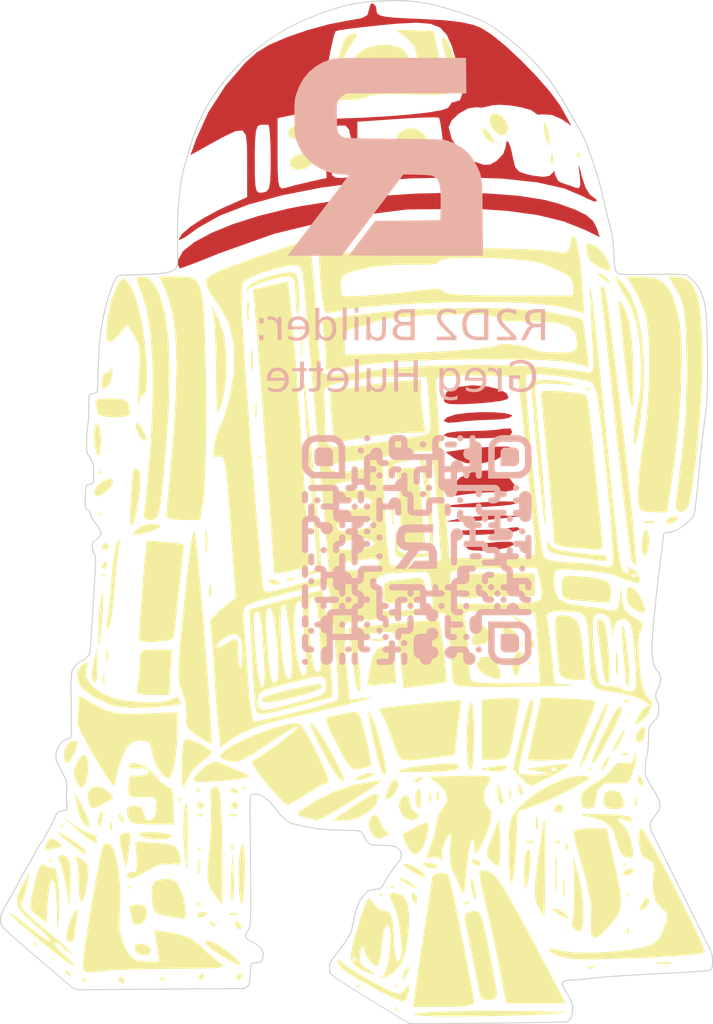
<source format=kicad_pcb>
(kicad_pcb (version 20240108) (generator "pcbnew") (generator_version "8.0")
  (layers (0 "F.Cu" signal) (31 "B.Cu" signal) (34 "B.Paste" user) (35 "F.Paste" user) (36 "B.SilkS" user "B.Silkscreen") (37 "F.SilkS" user "F.Silkscreen") (38 "B.Mask" user) (39 "F.Mask" user) (44 "Edge.Cuts" user))
  (net 0 "")
  (footprint "02-Logos:R2BW147-3" (layer "F.Cu") (at 86.868 94.996)
    (property "Reference" "G***" (hide yes))
    (property "Value" "LOGO" (hide yes))
  )
  (footprint "01-Custom:dome" (layer "F.Cu") (at 87.122 54.864)
    (property "Reference" "REF**" (hide yes))
    (property "Value" "dome" (hide yes))
    (pad "1" smd custom (at 10.16 -2.54) (size 1.524 1.524) (layers "F.Cu" "F.Paste" "F.Mask") (options (clearance outline) (anchor circle)) (primitives (gr_poly (pts (xy -1.143 -0.381) (xy -1.127161 -0.489713) (xy -1.072076 -0.60239) (xy -0.98339 -0.691076) (xy -0.870713 -0.746161) (xy -0.762 -0.762) (xy 0.762 -0.762) (xy 0.870713 -0.746161) (xy 0.98339 -0.691076) (xy 1.072076 -0.60239) (xy 1.127161 -0.489713) (xy 1.143 -0.381) (xy 1.143 0.381) (xy 1.127161 0.489713) (xy 1.072076 0.60239) (xy 0.98339 0.691076) (xy 0.870713 0.746161) (xy 0.762 0.762) (xy -0.762 0.762) (xy -0.870713 0.746161) (xy -0.98339 0.691076) (xy -1.072076 0.60239) (xy -1.127161 0.489713) (xy -1.143 0.381)) (width 0) (fill yes)) (gr_poly (pts (xy -10.375021 -6.65424) (xy -10.311346 -6.26395) (xy -10.248746 -5.961975) (xy -9.97857 -5.751856) (xy -9.377253 -5.609268) (xy -8.32123 -5.509884) (xy -6.686937 -5.429381) (xy -5.922375 -5.399934) (xy -3.655023 -5.276926) (xy -1.981408 -5.087221) (xy -0.749525 -4.808461) (xy -0.039287 -4.53469) (xy 1.038534 -3.85005) (xy 2.410072 -2.726625) (xy 3.91821 -1.321324) (xy 5.405833 0.208946) (xy 6.715827 1.707279) (xy 7.691075 3.016767) (xy 7.944855 3.43889) (xy 8.82964 5.064809) (xy 7.849663 4.422703) (xy 6.926274 4.020662) (xy 6.141197 3.971102) (xy 5.502641 3.988384) (xy 5.301417 3.833315) (xy 4.87412 3.544934) (xy 3.963916 3.284767) (xy 2.834834 3.09451) (xy 1.750905 3.015858) (xy 0.976157 3.090507) (xy 0.869931 3.133492) (xy 0.009575 3.316814) (xy -0.459821 3.265102) (xy -1.25023 3.362474) (xy -2.159965 3.854942) (xy -2.908231 4.543181) (xy -3.214287 5.220396) (xy -2.899768 6.40474) (xy -2.094279 7.575029) (xy -1.004925 8.451145) (xy -0.726173 8.585715) (xy 0.213627 8.915165) (xy 0.855678 8.88867) (xy 1.490194 8.547678) (xy 2.152643 7.852415) (xy 2.388654 7.158282) (xy 2.465919 6.595403) (xy 2.655145 6.662064) (xy 2.89248 7.261731) (xy 3.105023 8.241317) (xy 3.311364 9.123211) (xy 3.709216 9.593684) (xy 4.532223 9.868323) (xy 4.966003 9.958483) (xy 6.098935 10.110667) (xy 6.72164 9.982004) (xy 6.91675 9.78263) (xy 7.175064 9.515358) (xy 7.238817 9.89367) (xy 7.553849 10.501318) (xy 7.898213 10.691733) (xy 8.846085 11.009193) (xy 9.187438 11.141835) (xy 9.587994 11.211512) (xy 9.723199 10.857559) (xy 9.66267 9.970243) (xy 9.571789 9.11825) (xy 9.581858 8.934752) (xy 9.721446 9.441442) (xy 9.893858 10.145814) (xy 10.245164 11.172277) (xy 10.6654 11.849624) (xy 10.819362 11.960042) (xy 11.296912 12.321065) (xy 11.35336 12.485925) (xy 11.074551 12.52198) (xy 10.377637 12.222757) (xy 10.090043 12.061519) (xy 8.147845 11.239063) (xy 5.496562 10.645381) (xy 2.135483 10.280362) (xy -1.936105 10.143898) (xy -2.280464 10.142862) (xy -7.006449 10.257844) (xy -11.515679 10.601223) (xy -15.724904 11.155958) (xy -19.550879 11.90501) (xy -22.910356 12.831339) (xy -25.720087 13.917904) (xy -27.896825 15.147667) (xy -28.332248 15.475404) (xy -29.135514 16.053406) (xy -29.643025 16.288768) (xy -29.734875 16.230465) (xy -29.417494 15.702986) (xy -28.565279 14.980977) (xy -27.328122 14.168651) (xy -25.855913 13.370219) (xy -25.139953 13.035821) (xy -23.011346 12.09445) (xy -23.011346 8.702804) (xy -23.01383 8.375715) (xy -22.264287 8.375715) (xy -22.254342 9.974007) (xy -22.202582 10.962538) (xy -22.07612 11.478553) (xy -21.842071 11.659296) (xy -21.481115 11.644097) (xy -21.104493 11.530931) (xy -20.872798 11.231672) (xy -20.751392 10.59607) (xy -20.705634 9.473876) (xy -20.700099 8.256353) (xy -20.724381 6.798521) (xy -20.787472 5.675719) (xy -20.877846 5.056979) (xy -20.922977 4.987971) (xy -21.455594 4.987971) (xy -21.703993 4.987971) (xy -21.976439 5.118391) (xy -22.146532 5.594537) (xy -22.235332 6.543732) (xy -22.263896 8.093304) (xy -22.264287 8.375715) (xy -23.01383 8.375715) (xy -23.023975 7.039512) (xy -23.138362 6.007258) (xy -23.469257 5.54848) (xy -24.131408 5.605615) (xy -25.239566 6.1211) (xy -26.633976 6.885556) (xy -28.575723 7.960829) (xy -28.022651 6.393257) (xy -27.088189 4.342993) (xy -20.023111 4.342993) (xy -20.023111 7.865653) (xy -20.010443 9.505972) (xy -19.955598 10.528526) (xy -19.833312 11.062419) (xy -19.618319 11.236753) (xy -19.369434 11.206016) (xy -18.43099 10.957615) (xy -17.968699 10.842033) (xy -17.01905 10.618897) (xy -16.206443 10.434763) (xy -15.191245 10.209178) (xy -15.414164 7.318427) (xy -15.543468 5.641647) (xy -14.943111 5.641647) (xy -14.91251 6.258051) (xy -14.874108 7.338562) (xy -14.849728 8.162971) (xy -14.797585 9.337498) (xy -14.653746 9.948882) (xy -14.312948 10.180913) (xy -13.673111 10.217383) (xy -12.90117 10.136015) (xy -12.600954 9.736729) (xy -12.556633 9.003412) (xy -12.624743 7.770517) (xy -12.784241 6.438304) (xy -12.795482 6.368921) (xy -13.009164 5.446288) (xy -13.352433 5.075123) (xy -14.004752 5.0615) (xy -14.005342 5.061569) (xy -14.713285 5.298099) (xy -14.943111 5.641647) (xy -15.543468 5.641647) (xy -15.617136 4.686331) (xy -12.178993 4.686331) (xy -12.178993 7.016073) (xy -12.13702 8.281529) (xy -12.027822 9.236151) (xy -11.898846 9.630496) (xy -11.387438 9.757513) (xy -10.430026 9.742017) (xy -9.979065 9.692751) (xy -8.684898 9.571134) (xy -7.063199 9.490344) (xy -5.912041 9.470324) (xy -3.484651 9.470324) (xy -3.741695 6.961431) (xy -3.89209 5.675781) (xy -4.038998 4.719703) (xy -4.150296 4.300982) (xy -4.562299 4.262562) (xy -5.557852 4.277162) (xy -6.975675 4.340174) (xy -8.240423 4.417878) (xy -12.178993 4.686331) (xy -15.617136 4.686331) (xy -15.637082 4.427677) (xy -14.374949 4.393489) (xy -11.618901 4.291859) (xy -9.098945 4.14743) (xy -6.909715 3.969901) (xy -5.145842 3.768971) (xy -3.90196 3.554341) (xy -3.2727 3.335709) (xy -3.214287 3.249558) (xy -2.913172 2.807145) (xy -2.64227 2.746795) (xy -2.116755 2.579853) (xy -1.887488 2.018828) (xy -1.950312 0.973415) (xy -2.30107 -0.646688) (xy -2.458494 -1.245953) (xy -2.91113 -2.767737) (xy -3.400491 -3.848401) (xy -4.050133 -4.547127) (xy -4.983614 -4.923098) (xy -6.324488 -5.035494) (xy -8.196312 -4.943498) (xy -9.86139 -4.791854) (xy -11.569277 -4.611677) (xy -12.986053 -4.437961) (xy -13.956961 -4.291315) (xy -14.323893 -4.197521) (xy -14.490864 -3.742075) (xy -14.723684 -2.759396) (xy -14.98328 -1.461905) (xy -15.230579 -0.062023) (xy -15.426509 1.227829) (xy -15.531995 2.195229) (xy -15.540318 2.415607) (xy -15.607732 2.970408) (xy -15.922595 3.330726) (xy -16.654765 3.606569) (xy -17.781934 3.867383) (xy -20.023111 4.342993) (xy -27.088189 4.342993) (xy -26.814187 3.741816) (xy -25.144086 1.15443) (xy -23.198726 -1.103086) (xy -22.040731 -2.138326) (xy -20.855411 -2.853343) (xy -19.145255 -3.596537) (xy -17.125529 -4.294346) (xy -15.011497 -4.873211) (xy -13.018421 -5.259568) (xy -12.832669 -5.284964) (xy -11.72374 -5.490519) (xy -11.189797 -5.789347) (xy -11.058405 -6.240799) (xy -10.897566 -6.835234) (xy -10.684875 -6.96497)) (width 0) (fill yes))))
    (pad "2" smd custom (at 11.176 28.702) (size 0.2 0.2) (layers "F.Cu" "F.Paste" "F.Mask") (options (clearance outline) (anchor circle)) (primitives (gr_poly (pts (xy -0.25 -0.05) (xy -0.246194 -0.069134) (xy -0.235355 -0.085355) (xy -0.219134 -0.096194) (xy -0.2 -0.1) (xy 0.2 -0.1) (xy 0.219134 -0.096194) (xy 0.235355 -0.085355) (xy 0.246194 -0.069134) (xy 0.25 -0.05) (xy 0.25 0.05) (xy 0.246194 0.069134) (xy 0.235355 0.085355) (xy 0.219134 0.096194) (xy 0.2 0.1) (xy -0.2 0.1) (xy -0.219134 0.096194) (xy -0.235355 0.085355) (xy -0.246194 0.069134) (xy -0.25 0.05)) (width 0) (fill yes)) (gr_poly (pts (xy -0.391187 -0.561031) (xy 0.71515 -0.288706) (xy 1.447591 0.087831) (xy 1.651795 0.505305) (xy 1.547917 0.672688) (xy 1.066349 0.823767) (xy 0.037517 0.975596) (xy -1.33932 1.100609) (xy -1.719878 1.12475) (xy -3.247331 1.188961) (xy -4.165544 1.153634) (xy -4.607658 1.002706) (xy -4.708626 0.764185) (xy -4.436869 -0.011582) (xy -3.584346 -0.477687) (xy -2.095182 -0.66084) (xy -1.717078 -0.665867)) (width 0) (fill yes))))
    (pad "3" smd custom (at 11.176 31.242) (size 0.2 0.2) (layers "F.Cu" "F.Paste" "F.Mask") (options (clearance outline) (anchor circle)) (primitives (gr_poly (pts (xy -0.25 -0.05) (xy -0.246194 -0.069134) (xy -0.235355 -0.085355) (xy -0.219134 -0.096194) (xy -0.2 -0.1) (xy 0.2 -0.1) (xy 0.219134 -0.096194) (xy 0.235355 -0.085355) (xy 0.246194 -0.069134) (xy 0.25 -0.05) (xy 0.25 0.05) (xy 0.246194 0.069134) (xy 0.235355 0.085355) (xy 0.219134 0.096194) (xy 0.2 0.1) (xy -0.2 0.1) (xy -0.219134 0.096194) (xy -0.235355 0.085355) (xy -0.246194 0.069134) (xy -0.25 0.05)) (width 0) (fill yes)) (gr_poly (pts (xy 0.250677 -0.569309) (xy 1.313348 -0.47953) (xy 1.934064 -0.318199) (xy 2.014903 -0.217632) (xy 1.678007 -0.008231) (xy 0.812647 0.129159) (xy 0.053874 0.160009) (xy -1.408594 0.209318) (xy -2.823249 0.329046) (xy -3.307891 0.395647) (xy -4.26779 0.465607) (xy -4.699334 0.299533) (xy -4.708626 0.251462) (xy -4.384715 -0.072416) (xy -3.599273 -0.34566) (xy -3.541347 -0.357705) (xy -2.381442 -0.513558) (xy -1.049177 -0.582372)) (width 0) (fill yes))))
    (pad "4" smd custom (at 10.381738 32.864431) (size 0.2 0.2) (layers "F.Cu" "F.Paste" "F.Mask") (options (clearance outline) (anchor circle)) (primitives (gr_poly (pts (xy -0.25 -0.05) (xy -0.246194 -0.069134) (xy -0.235355 -0.085355) (xy -0.219134 -0.096194) (xy -0.2 -0.1) (xy 0.2 -0.1) (xy 0.219134 -0.096194) (xy 0.235355 -0.085355) (xy 0.246194 -0.069134) (xy 0.25 -0.05) (xy 0.25 0.05) (xy 0.246194 0.069134) (xy 0.235355 0.085355) (xy 0.219134 0.096194) (xy 0.2 0.1) (xy -0.2 0.1) (xy -0.219134 0.096194) (xy -0.235355 0.085355) (xy -0.246194 0.069134) (xy -0.25 0.05)) (width 0) (fill yes)) (gr_poly (pts (xy 2.809165 -0.251843) (xy 2.665399 0.023394) (xy 2.151415 0.203381) (xy 1.143184 0.311095) (xy -0.483322 0.369511) (xy -0.5526 0.370938) (xy -2.310689 0.364269) (xy -3.44795 0.264995) (xy -3.907378 0.078616) (xy -3.914364 0.046506) (xy -3.563956 -0.169192) (xy -2.601072 -0.308419) (xy -1.393041 -0.351046) (xy 0.035853 -0.386503) (xy 1.266409 -0.473928) (xy 1.968724 -0.581375) (xy 2.640219 -0.611344)) (width 0) (fill yes))))
    (pad "5" smd custom (at 10.16 35.052) (size 0.2 0.2) (layers "F.Cu" "F.Paste" "F.Mask") (options (clearance outline) (anchor circle)) (primitives (gr_poly (pts (xy -0.25 -0.05) (xy -0.246194 -0.069134) (xy -0.235355 -0.085355) (xy -0.219134 -0.096194) (xy -0.2 -0.1) (xy 0.2 -0.1) (xy 0.219134 -0.096194) (xy 0.235355 -0.085355) (xy 0.246194 -0.069134) (xy 0.25 -0.05) (xy 0.25 0.05) (xy 0.246194 0.069134) (xy 0.235355 0.085355) (xy 0.219134 0.096194) (xy 0.2 0.1) (xy -0.2 0.1) (xy -0.219134 0.096194) (xy -0.235355 0.085355) (xy -0.246194 0.069134) (xy -0.25 0.05)) (width 0) (fill yes)) (gr_poly (pts (xy 2.914064 -0.914385) (xy 2.770647 -0.633011) (xy 2.460233 -0.320259) (xy 1.361475 0.336164) (xy -0.059499 0.658371) (xy -1.487439 0.613987) (xy -2.572038 0.196543) (xy -3.505862 -0.474718) (xy -1.824979 -0.72937) (xy -0.30891 -0.903355) (xy 1.268479 -1.005075) (xy 1.526409 -1.011709) (xy 2.537065 -1.012667)) (width 0) (fill yes))))
    (pad "6" smd custom (at 10.922 37.592) (size 0.2 0.2) (layers "F.Cu" "F.Paste" "F.Mask") (options (clearance outline) (anchor circle)) (primitives (gr_poly (pts (xy -0.25 -0.05) (xy -0.246194 -0.069134) (xy -0.235355 -0.085355) (xy -0.219134 -0.096194) (xy -0.2 -0.1) (xy 0.2 -0.1) (xy 0.219134 -0.096194) (xy 0.235355 -0.085355) (xy 0.246194 -0.069134) (xy 0.25 -0.05) (xy 0.25 0.05) (xy 0.246194 0.069134) (xy 0.235355 0.085355) (xy 0.219134 0.096194) (xy 0.2 0.1) (xy -0.2 0.1) (xy -0.219134 0.096194) (xy -0.235355 0.085355) (xy -0.246194 0.069134) (xy -0.25 0.05)) (width 0) (fill yes)) (gr_poly (pts (xy 1.088284 -0.976982) (xy 2.056018 -0.377155) (xy 2.57006 0.298045) (xy 2.44109 0.704277) (xy 1.634281 0.884314) (xy 1.013684 0.902957) (xy -0.442801 0.959258) (xy -2.017336 1.098917) (xy -2.364213 1.142704) (xy -4.113362 1.382452) (xy -3.662836 0.393653) (xy -2.881916 -0.503111) (xy -1.667225 -1.052378) (xy -0.262559 -1.221288)) (width 0) (fill yes))))
    (pad "7" smd custom (at 11.938 39.624) (size 0.2 0.2) (layers "F.Cu" "F.Paste" "F.Mask") (options (clearance outline) (anchor circle)) (primitives (gr_poly (pts (xy -0.25 -0.05) (xy -0.246194 -0.069134) (xy -0.235355 -0.085355) (xy -0.219134 -0.096194) (xy -0.2 -0.1) (xy 0.2 -0.1) (xy 0.219134 -0.096194) (xy 0.235355 -0.085355) (xy 0.246194 -0.069134) (xy 0.25 -0.05) (xy 0.25 0.05) (xy 0.246194 0.069134) (xy 0.235355 0.085355) (xy 0.219134 0.096194) (xy 0.2 0.1) (xy -0.2 0.1) (xy -0.219134 0.096194) (xy -0.235355 0.085355) (xy -0.246194 0.069134) (xy -0.25 0.05)) (width 0) (fill yes)) (gr_poly (pts (xy 1.336315 -0.180502) (xy 1.683096 -0.067941) (xy 1.618151 0.004567) (xy 1.120964 0.126325) (xy 0.159451 0.231176) (xy -1.07909 0.312815) (xy -2.407362 0.36494) (xy -3.638068 0.381244) (xy -4.58391 0.355425) (xy -5.057591 0.281176) (xy -5.06597 0.229551) (xy -4.64951 0.149398) (xy -3.658797 0.04548) (xy -2.265552 -0.065718) (xy -1.370084 -0.125237) (xy 0.305081 -0.200187)) (width 0) (fill yes))))
    (pad "8" smd custom (at 10.16 41.148) (size 0.2 0.2) (layers "F.Cu" "F.Paste" "F.Mask") (options (clearance outline) (anchor circle)) (primitives (gr_poly (pts (xy -0.25 -0.05) (xy -0.246194 -0.069134) (xy -0.235355 -0.085355) (xy -0.219134 -0.096194) (xy -0.2 -0.1) (xy 0.2 -0.1) (xy 0.219134 -0.096194) (xy 0.235355 -0.085355) (xy 0.246194 -0.069134) (xy 0.25 -0.05) (xy 0.25 0.05) (xy 0.246194 0.069134) (xy 0.235355 0.085355) (xy 0.219134 0.096194) (xy 0.2 0.1) (xy -0.2 0.1) (xy -0.219134 0.096194) (xy -0.235355 0.085355) (xy -0.246194 0.069134) (xy -0.25 0.05)) (width 0) (fill yes)) (gr_poly (pts (xy 3.964726 -0.302034) (xy 1.72355 -0.023961) (xy 0.201322 0.13212) (xy -1.280593 0.231901) (xy -2.011744 0.251696) (xy -3.505862 0.249281) (xy -2.011744 -0.059767) (xy -0.772872 -0.228502) (xy 0.780136 -0.325484) (xy 1.72355 -0.335424)) (width 0) (fill yes))))
    (pad "9" smd custom (at 10.629856 42.345598) (size 0.2 0.2) (layers "F.Cu" "F.Paste" "F.Mask") (options (clearance outline) (anchor circle)) (primitives (gr_poly (pts (xy -0.25 -0.05) (xy -0.246194 -0.069134) (xy -0.235355 -0.085355) (xy -0.219134 -0.096194) (xy -0.2 -0.1) (xy 0.2 -0.1) (xy 0.219134 -0.096194) (xy 0.235355 -0.085355) (xy 0.246194 -0.069134) (xy 0.25 -0.05) (xy 0.25 0.05) (xy 0.246194 0.069134) (xy 0.235355 0.085355) (xy 0.219134 0.096194) (xy 0.2 0.1) (xy -0.2 0.1) (xy -0.219134 0.096194) (xy -0.235355 0.085355) (xy -0.246194 0.069134) (xy -0.25 0.05)) (width 0) (fill yes)) (gr_poly (pts (xy 3.308106 -0.186357) (xy 2.968819 -0.005704) (xy 2.087693 0.15075) (xy 0.869829 0.272083) (xy -0.479672 0.347376) (xy -1.755708 0.365709) (xy -2.753177 0.316164) (xy -3.266979 0.187819) (xy -3.287537 0.1648) (xy -3.036097 0.025259) (xy -2.212452 -0.076737) (xy -0.991272 -0.120175) (xy -0.916145 -0.120448) (xy 0.517666 -0.155602) (xy 1.752916 -0.24233) (xy 2.467665 -0.350778) (xy 3.121513 -0.386535)) (width 0) (fill yes))))
    (pad "10" smd custom (at 11.43 43.688) (size 0.2 0.2) (layers "F.Cu" "F.Paste" "F.Mask") (options (clearance outline) (anchor circle)) (primitives (gr_poly (pts (xy -0.25 -0.05) (xy -0.246194 -0.069134) (xy -0.235355 -0.085355) (xy -0.219134 -0.096194) (xy -0.2 -0.1) (xy 0.2 -0.1) (xy 0.219134 -0.096194) (xy 0.235355 -0.085355) (xy 0.246194 -0.069134) (xy 0.25 -0.05) (xy 0.25 0.05) (xy 0.246194 0.069134) (xy 0.235355 0.085355) (xy 0.219134 0.096194) (xy 0.2 0.1) (xy -0.2 0.1) (xy -0.219134 0.096194) (xy -0.235355 0.085355) (xy -0.246194 0.069134) (xy -0.25 0.05)) (width 0) (fill yes)) (gr_poly (pts (xy 1.98707 -0.198988) (xy 1.928991 -0.00728) (xy 1.26621 0.280736) (xy 0.164663 0.489516) (xy -1.068885 0.587565) (xy -2.127669 0.543388) (xy -2.518628 0.449355) (xy -2.794 0.254) (xy -2.461939 0.086647) (xy -1.453556 -0.087067) (xy -1.439288 -0.089026) (xy 0.309885 -0.286054) (xy 1.469108 -0.322293)) (width 0) (fill yes))))
    (pad "11" smd custom (at 4.318 9.906) (size 1 1) (layers "F.Cu" "F.Paste" "F.Mask") (options (clearance outline) (anchor circle)) (primitives (gr_poly (pts (xy -0.5 -0.25) (xy -0.48097 -0.345671) (xy -0.426777 -0.426777) (xy -0.345671 -0.48097) (xy -0.25 -0.5) (xy 0.25 -0.5) (xy 0.345671 -0.48097) (xy 0.426777 -0.426777) (xy 0.48097 -0.345671) (xy 0.5 -0.25) (xy 0.5 0.25) (xy 0.48097 0.345671) (xy 0.426777 0.426777) (xy 0.345671 0.48097) (xy 0.25 0.5) (xy -0.25 0.5) (xy -0.345671 0.48097) (xy -0.426777 0.426777) (xy -0.48097 0.345671) (xy -0.5 0.25)) (width 0) (fill yes)) (gr_poly (pts (xy 6.444686 -0.719732) (xy 9.496899 -0.486266) (xy 12.037406 -0.088695) (xy 13.337554 0.253726) (xy 15.038118 0.859491) (xy 16.151834 1.408394) (xy 16.823535 1.994395) (xy 17.198047 2.711453) (xy 17.217474 2.770867) (xy 17.470809 3.569055) (xy 16.057858 2.876662) (xy 13.9291 2.031353) (xy 11.406225 1.411611) (xy 8.373523 0.995217) (xy 5.119907 0.776273) (xy -1.515717 0.862779) (xy -8.070199 1.686345) (xy -14.492085 3.237977) (xy -19.859611 5.14372) (xy -21.38848 5.760342) (xy -22.658628 6.253326) (xy -23.513212 6.562955) (xy -23.786638 6.638929) (xy -23.960206 6.327631) (xy -23.947984 5.800625) (xy -23.477838 4.95632) (xy -22.358515 4.06219) (xy -20.682431 3.158621) (xy -18.542 2.286) (xy -16.029637 1.484715) (xy -13.237757 0.79515) (xy -11.875681 0.524865) (xy -8.243349 -0.040917) (xy -4.463252 -0.449686) (xy -0.667284 -0.700024) (xy 3.01266 -0.790512)) (width 0) (fill yes))))
  )
  (footprint "02-Logos:qrcode3" (layer "B.Cu") (at 90.932 99.06 180)
    (property "Reference" "G***" (hide yes))
    (property "Value" "LOGO" (hide yes))
  )
  (footprint "02-Logos:R2logo30mm" (layer "B.Cu") (at 87.884 61.976 180)
    (property "Reference" "G***" (hide yes))
    (property "Value" "LOGO" (hide yes))
  )
  (gr_line (start 114.698156 114.867753) (end 114.70571 114.761442) (stroke (width 0.1)) (layer "Edge.Cuts"))
  (gr_line (start 74.662602 139.799918) (end 74.685269 139.743123) (stroke (width 0.1)) (layer "Edge.Cuts"))
  (gr_line (start 55.614418 118.639851) (end 55.582358 118.737269) (stroke (width 0.1)) (layer "Edge.Cuts"))
  (gr_line (start 74.566897 126.523851) (end 74.559872 125.638462) (stroke (width 0.1)) (layer "Edge.Cuts"))
  (gr_line (start 53.978893 127.876139) (end 53.889951 128.011486) (stroke (width 0.1)) (layer "Edge.Cuts"))
  (gr_line (start 59.864448 97.612269) (end 59.843936 97.643811) (stroke (width 0.1)) (layer "Edge.Cuts"))
  (gr_line (start 74.095602 50.808443) (end 73.867117 51.019886) (stroke (width 0.1)) (layer "Edge.Cuts"))
  (gr_line (start 119.167973 86.793478) (end 119.218845 86.387761) (stroke (width 0.1)) (layer "Edge.Cuts"))
  (gr_line (start 79.360386 126.070177) (end 79.579552 126.119842) (stroke (width 0.1)) (layer "Edge.Cuts"))
  (gr_line (start 87.849441 45.143635) (end 87.766416 45.148267) (stroke (width 0.1)) (layer "Edge.Cuts"))
  (gr_line (start 88.592333 130.408545) (end 88.493597 130.542884) (stroke (width 0.1)) (layer "Edge.Cuts"))
  (gr_line (start 51.52956 132.217785) (end 51.413499 132.441215) (stroke (width 0.1)) (layer "Edge.Cuts"))
  (gr_line (start 118.301263 72.832735) (end 118.245022 72.771983) (stroke (width 0.1)) (layer "Edge.Cuts"))
  (gr_line (start 105.817701 142.817397) (end 105.72596 142.652963) (stroke (width 0.1)) (layer "Edge.Cuts"))
  (gr_line (start 89.428664 129.069946) (end 89.418747 129.130783) (stroke (width 0.1)) (layer "Edge.Cuts"))
  (gr_line (start 85.838746 127.341882) (end 85.879179 127.418746) (stroke (width 0.1)) (layer "Edge.Cuts"))
  (gr_line (start 56.51606 123.305421) (end 56.516299 123.413168) (stroke (width 0.1)) (layer "Edge.Cuts"))
  (gr_line (start 119.320752 75.476618) (end 119.28918 75.232559) (stroke (width 0.1)) (layer "Edge.Cuts"))
  (gr_line (start 57.079802 110.891488) (end 57.061811 110.942448) (stroke (width 0.1)) (layer "Edge.Cuts"))
  (gr_line (start 78.252408 125.716337) (end 78.337071 125.772118) (stroke (width 0.1)) (layer "Edge.Cuts"))
  (gr_line (start 59.610833 97.916614) (end 59.58372 97.947108) (stroke (width 0.1)) (layer "Edge.Cuts"))
  (gr_line (start 114.290063 125.215323) (end 114.344324 125.147125) (stroke (width 0.1)) (layer "Edge.Cuts"))
  (gr_line (start 58.588814 109.481914) (end 58.563847 109.500206) (stroke (width 0.1)) (layer "Edge.Cuts"))
  (gr_line (start 95.536414 46.407838) (end 95.292405 46.326457) (stroke (width 0.1)) (layer "Edge.Cuts"))
  (gr_line (start 57.000652 116.858657) (end 56.999102 117.001292) (stroke (width 0.1)) (layer "Edge.Cuts"))
  (gr_line (start 67.448616 66.565557) (end 67.440716 66.833929) (stroke (width 0.1)) (layer "Edge.Cuts"))
  (gr_line (start 105.06842 145.397812) (end 105.404217 145.380824) (stroke (width 0.1)) (layer "Edge.Cuts"))
  (gr_line (start 58.035533 109.908903) (end 57.983334 109.937634) (stroke (width 0.1)) (layer "Edge.Cuts"))
  (gr_line (start 119.995275 139.630231) (end 119.99811 139.528459) (stroke (width 0.1)) (layer "Edge.Cuts"))
  (gr_line (start 117.530317 133.78802) (end 117.019392 132.758582) (stroke (width 0.1)) (layer "Edge.Cuts"))
  (gr_line (start 114.523578 113.816534) (end 114.499317 113.770353) (stroke (width 0.1)) (layer "Edge.Cuts"))
  (gr_line (start 114.867894 111.978615) (end 114.871513 111.911922) (stroke (width 0.1)) (layer "Edge.Cuts"))
  (gr_line (start 74.568546 140.69352) (end 74.578966 140.523787) (stroke (width 0.1)) (layer "Edge.Cuts"))
  (gr_line (start 117.969486 95.93112) (end 118.026725 95.860128) (stroke (width 0.1)) (layer "Edge.Cuts"))
  (gr_line (start 78.757982 125.93546) (end 78.87291 125.961633) (stroke (width 0.1)) (layer "Edge.Cuts"))
  (gr_line (start 58.508239 92.729815) (end 58.497 92.754164) (stroke (width 0.1)) (layer "Edge.Cuts"))
  (gr_line (start 59.307849 98.158334) (end 59.269964 98.182588) (stroke (width 0.1)) (layer "Edge.Cuts"))
  (gr_line (start 105.67836 55.606817) (end 105.488291 55.278041) (stroke (width 0.1)) (layer "Edge.Cuts"))
  (gr_line (start 84.78871 135.150667) (end 84.749502 135.33347) (stroke (width 0.1)) (layer "Edge.Cuts"))
  (gr_line (start 90.056797 145.476285) (end 90.108877 145.502836) (stroke (width 0.1)) (layer "Edge.Cuts"))
  (gr_line (start 75.828048 138.982768) (end 75.834762 138.906347) (stroke (width 0.1)) (layer "Edge.Cuts"))
  (gr_line (start 56.545753 123.982723) (end 56.552853 124.060382) (stroke (width 0.1)) (layer "Edge.Cuts"))
  (gr_line (start 64.18042 72.006949) (end 63.87886 72.018736) (stroke (width 0.1)) (layer "Edge.Cuts"))
  (gr_line (start 89.317615 128.604592) (end 89.349341 128.659838) (stroke (width 0.1)) (layer "Edge.Cuts"))
  (gr_line (start 59.852322 97.165748) (end 59.86747 97.192742) (stroke (width 0.1)) (layer "Edge.Cuts"))
  (gr_line (start 114.20174 110.222988) (end 114.173575 110.092001) (stroke (width 0.1)) (layer "Edge.Cuts"))
  (gr_line (start 117.130927 96.674402) (end 117.249123 96.581417) (stroke (width 0.1)) (layer "Edge.Cuts"))
  (gr_line (start 55.486217 119.433794) (end 55.494867 119.521485) (stroke (width 0.1)) (layer "Edge.Cuts"))
  (gr_line (start 53.099956 138.620432) (end 53.650788 139.093425) (stroke (width 0.1)) (layer "Edge.Cuts"))
  (gr_line (start 84.958509 134.457539) (end 84.914064 134.620699) (stroke (width 0.1)) (layer "Edge.Cuts"))
  (gr_line (start 60.678191 74.123909) (end 60.591578 74.402574) (stroke (width 0.1)) (layer "Edge.Cuts"))
  (gr_line (start 85.686483 133.011212) (end 85.606287 133.115743) (stroke (width 0.1)) (layer "Edge.Cuts"))
  (gr_line (start 67.35314 71.211) (end 67.314208 71.294374) (stroke (width 0.1)) (layer "Edge.Cuts"))
  (gr_line (start 59.460262 98.061044) (end 59.423848 98.086397) (stroke (width 0.1)) (layer "Edge.Cuts"))
  (gr_line (start 76.245958 123.57919) (end 76.31511 123.633748) (stroke (width 0.1)) (layer "Edge.Cuts"))
  (gr_line (start 56.531876 123.81094) (end 56.538625 123.89944) (stroke (width 0.1)) (layer "Edge.Cuts"))
  (gr_line (start 53.650788 139.093425) (end 54.205266 139.568806) (stroke (width 0.1)) (layer "Edge.Cuts"))
  (gr_line (start 59.062517 83.705108) (end 58.999977 83.720039) (stroke (width 0.1)) (layer "Edge.Cuts"))
  (gr_line (start 76.385609 123.692974) (end 76.458469 123.758833) (stroke (width 0.1)) (layer "Edge.Cuts"))
  (gr_line (start 58.779914 83.887464) (end 58.758351 83.951135) (stroke (width 0.1)) (layer "Edge.Cuts"))
  (gr_line (start 68.643345 59.56748) (end 68.551553 59.872538) (stroke (width 0.1)) (layer "Edge.Cuts"))
  (gr_line (start 74.917663 139.597207) (end 74.973752 139.586672) (stroke (width 0.1)) (layer "Edge.Cuts"))
  (gr_line (start 68.16502 61.196556) (end 68.102886 61.415669) (stroke (width 0.1)) (layer "Edge.Cuts"))
  (gr_line (start 55.551658 119.765843) (end 55.579358 119.843547) (stroke (width 0.1)) (layer "Edge.Cuts"))
  (gr_line (start 58.875756 108.434729) (end 58.846504 108.78564) (stroke (width 0.1)) (layer "Edge.Cuts"))
  (gr_line (start 58.47481 92.80915) (end 58.463423 92.841359) (stroke (width 0.1)) (layer "Edge.Cuts"))
  (gr_line (start 76.890034 124.247489) (end 76.991286 124.376594) (stroke (width 0.1)) (layer "Edge.Cuts"))
  (gr_line (start 89.243696 128.500183) (end 89.282185 128.55122) (stroke (width 0.1)) (layer "Edge.Cuts"))
  (gr_line (start 114.416213 113.349977) (end 114.422774 113.273728) (stroke (width 0.1)) (layer "Edge.Cuts"))
  (gr_line (start 59.071965 98.674573) (end 59.073479 98.742401) (stroke (width 0.1)) (layer "Edge.Cuts"))
  (gr_line (start 87.766416 45.148267) (end 87.703632 45.15176) (stroke (width 0.1)) (layer "Edge.Cuts"))
  (gr_line (start 57.01322 111.267584) (end 57.010559 111.329371) (stroke (width 0.1)) (layer "Edge.Cuts"))
  (gr_line (start 116.502161 131.716603) (end 115.998229 130.702029) (stroke (width 0.1)) (layer "Edge.Cuts"))
  (gr_line (start 117.306541 72.049586) (end 117.250713 72.038402) (stroke (width 0.1)) (layer "Edge.Cuts"))
  (gr_line (start 72.042301 52.988797) (end 71.888029 53.183916) (stroke (width 0.1)) (layer "Edge.Cuts"))
  (gr_line (start 56.965381 117.393344) (end 56.952044 117.428895) (stroke (width 0.1)) (layer "Edge.Cuts"))
  (gr_line (start 118.639046 73.286886) (end 118.583416 73.198219) (stroke (width 0.1)) (layer "Edge.Cuts"))
  (gr_line (start 78.023202 47.9566) (end 77.76761 48.105791) (stroke (width 0.1)) (layer "Edge.Cuts"))
  (gr_line (start 114.665138 112.632505) (end 114.705534 112.554328) (stroke (width 0.1)) (layer "Edge.Cuts"))
  (gr_line (start 87.376363 128.047465) (end 87.535382 128.052905) (stroke (width 0.1)) (layer "Edge.Cuts"))
  (gr_line (start 118.360204 140.448985) (end 118.850144 140.416863) (stroke (width 0.1)) (layer "Edge.Cuts"))
  (gr_line (start 108.266867 61.024288) (end 108.171792 60.741981) (stroke (width 0.1)) (layer "Edge.Cuts"))
  (gr_line (start 117.832746 96.076015) (end 117.904817 96.002834) (stroke (width 0.1)) (layer "Edge.Cuts"))
  (gr_line (start 109.273788 64.600801) (end 109.224346 64.381287) (stroke (width 0.1)) (layer "Edge.Cuts"))
  (gr_line (start 54.454141 127.116532) (end 54.355197 127.284361) (stroke (width 0.1)) (layer "Edge.Cuts"))
  (gr_line (start 58.575094 92.652232) (end 58.55318 92.668625) (stroke (width 0.1)) (layer "Edge.Cuts"))
  (gr_line (start 118.853111 89.439645) (end 118.902185 88.995537) (stroke (width 0.1)) (layer "Edge.Cuts"))
  (gr_line (start 109.381058 65.073063) (end 109.325886 64.831269) (stroke (width 0.1)) (layer "Edge.Cuts"))
  (gr_line (start 82.590947 139.319835) (end 82.511457 139.444562) (stroke (width 0.1)) (layer "Edge.Cuts"))
  (gr_line (start 58.635069 92.62555) (end 58.602071 92.637869) (stroke (width 0.1)) (layer "Edge.Cuts"))
  (gr_line (start 56.976689 111.888505) (end 56.969055 111.967333) (stroke (width 0.1)) (layer "Edge.Cuts"))
  (gr_line (start 58.614118 109.466421) (end 58.588814 109.481914) (stroke (width 0.1)) (layer "Edge.Cuts"))
  (gr_line (start 113.630242 118.827744) (end 113.647388 118.672603) (stroke (width 0.1)) (layer "Edge.Cuts"))
  (gr_line (start 59.057233 95.997103) (end 59.115035 96.086507) (stroke (width 0.1)) (layer "Edge.Cuts"))
  (gr_line (start 74.349519 141.859511) (end 74.385078 141.8042) (stroke (width 0.1)) (layer "Edge.Cuts"))
  (gr_line (start 57.016723 111.208157) (end 57.01322 111.267584) (stroke (width 0.1)) (layer "Edge.Cuts"))
  (gr_line (start 59.385308 96.450913) (end 59.451469 96.536448) (stroke (width 0.1)) (layer "Edge.Cuts"))
  (gr_line (start 74.448398 136.252255) (end 74.480551 136.183993) (stroke (width 0.1)) (layer "Edge.Cuts"))
  (gr_line (start 58.41026 93.097744) (end 58.401612 93.176574) (stroke (width 0.1)) (layer "Edge.Cuts"))
  (gr_line (start 115.080742 98.433625) (end 115.117083 98.131455) (stroke (width 0.1)) (layer "Edge.Cuts"))
  (gr_line (start 59.104472 90.51513) (end 59.128278 90.593347) (stroke (width 0.1)) (layer "Edge.Cuts"))
  (gr_line (start 59.663461 97.855) (end 59.637275 97.885826) (stroke (width 0.1)) (layer "Edge.Cuts"))
  (gr_line (start 114.661728 123.449913) (end 114.583087 123.287105) (stroke (width 0.1)) (layer "Edge.Cuts"))
  (gr_line (start 57.036332 111.04446) (end 57.027823 111.096918) (stroke (width 0.1)) (layer "Edge.Cuts"))
  (gr_line (start 85.801988 127.264354) (end 85.838746 127.341882) (stroke (width 0.1)) (layer "Edge.Cuts"))
  (gr_line (start 59.931647 77.340786) (end 59.881116 77.701577) (stroke (width 0.1)) (layer "Edge.Cuts"))
  (gr_line (start 74.193387 136.668952) (end 74.217817 136.621991) (stroke (width 0.1)) (layer "Edge.Cuts"))
  (gr_line (start 60.591578 74.402574) (end 60.505154 74.69529) (stroke (width 0.1)) (layer "Edge.Cuts"))
  (gr_line (start 59.592146 83.043393) (end 59.583043 83.181314) (stroke (width 0.1)) (layer "Edge.Cuts"))
  (gr_line (start 59.494208 98.034277) (end 59.460262 98.061044) (stroke (width 0.1)) (layer "Edge.Cuts"))
  (gr_line (start 107.978959 60.182779) (end 107.882161 59.910602) (stroke (width 0.1)) (layer "Edge.Cuts"))
  (gr_line (start 118.586104 92.249116) (end 118.619065 91.884305) (stroke (width 0.1)) (layer "Edge.Cuts"))
  (gr_line (start 50.038 135.382) (end 50.039579 135.461587) (stroke (width 0.1)) (layer "Edge.Cuts"))
  (gr_line (start 118.414417 72.965264) (end 118.357802 72.897037) (stroke (width 0.1)) (layer "Edge.Cuts"))
  (gr_line (start 78.531588 47.680184) (end 78.277353 47.815139) (stroke (width 0.1)) (layer "Edge.Cuts"))
  (gr_line (start 85.444853 133.346562) (end 85.367237 133.470577) (stroke (width 0.1)) (layer "Edge.Cuts"))
  (gr_line (start 74.172624 136.715769) (end 74.193387 136.668952) (stroke (width 0.1)) (layer "Edge.Cuts"))
  (gr_line (start 87.624691 45.156091) (end 87.601487 45.157307) (stroke (width 0.1)) (layer "Edge.Cuts"))
  (gr_line (start 89.399095 128.774095) (end 89.415937 128.832247) (stroke (width 0.1)) (layer "Edge.Cuts"))
  (gr_line (start 78.415964 125.817212) (end 78.492939 125.853664) (stroke (width 0.1)) (layer "Edge.Cuts"))
  (gr_line (start 84.000025 141.735653) (end 84.539243 142.075004) (stroke (width 0.1)) (layer "Edge.Cuts"))
  (gr_line (start 102.029242 145.460328) (end 103.089335 145.444401) (stroke (width 0.1)) (layer "Edge.Cuts"))
  (gr_line (start 56.996087 117.118449) (end 56.991407 117.213181) (stroke (width 0.1)) (layer "Edge.Cuts"))
  (gr_line (start 87.728927 131.755951) (end 87.650952 131.88538) (stroke (width 0.1)) (layer "Edge.Cuts"))
  (gr_line (start 75.834762 138.906347) (end 75.838404 138.832063) (stroke (width 0.1)) (layer "Edge.Cuts"))
  (gr_line (start 58.709704 85.728558) (end 58.703349 85.920099) (stroke (width 0.1)) (layer "Edge.Cuts"))
  (gr_line (start 59.348222 99.610287) (end 59.361972 99.72041) (stroke (width 0.1)) (layer "Edge.Cuts"))
  (gr_line (start 59.176989 99.315664) (end 59.197644 99.35788) (stroke (width 0.1)) (layer "Edge.Cuts"))
  (gr_line (start 52.09026 137.750563) (end 52.573028 138.167065) (stroke (width 0.1)) (layer "Edge.Cuts"))
  (gr_line (start 110.272755 69.480559) (end 110.251581 69.210895) (stroke (width 0.1)) (layer "Edge.Cuts"))
  (gr_line (start 59.161788 90.753255) (end 59.172372 90.835885) (stroke (width 0.1)) (layer "Edge.Cuts"))
  (gr_line (start 87.95577 45.137758) (end 87.849441 45.143635) (stroke (width 0.1)) (layer "Edge.Cuts"))
  (gr_line (start 50.871412 133.410509) (end 50.775285 133.569908) (stroke (width 0.1)) (layer "Edge.Cuts"))
  (gr_line (start 91.573116 45.337828) (end 91.325877 45.299785) (stroke (width 0.1)) (layer "Edge.Cuts"))
  (gr_line (start 60.763898 73.86137) (end 60.678191 74.123909) (stroke (width 0.1)) (layer "Edge.Cuts"))
  (gr_line (start 117.727902 140.485868) (end 118.360204 140.448985) (stroke (width 0.1)) (layer "Edge.Cuts"))
  (gr_line (start 114.553739 124.874716) (end 114.600167 124.808393) (stroke (width 0.1)) (layer "Edge.Cuts"))
  (gr_line (start 59.072301 98.610922) (end 59.071965 98.674573) (stroke (width 0.1)) (layer "Edge.Cuts"))
  (gr_line (start 59.189665 91.407165) (end 59.190222 91.518577) (stroke (width 0.1)) (layer "Edge.Cuts"))
  (gr_line (start 58.349818 94.257895) (end 58.347888 94.331067) (stroke (width 0.1)) (layer "Edge.Cuts"))
  (gr_line (start 56.99391 115.793824) (end 56.996431 116.038426) (stroke (width 0.1)) (layer "Edge.Cuts"))
  (gr_line (start 110.008595 67.592272) (end 109.96014 67.399122) (stroke (width 0.1)) (layer "Edge.Cuts"))
  (gr_line (start 100.167823 49.039225) (end 99.910722 48.834554) (stroke (width 0.1)) (layer "Edge.Cuts"))
  (gr_line (start 56.981448 113.9963) (end 56.982264 114.184851) (stroke (width 0.1)) (layer "Edge.Cuts"))
  (gr_line (start 59.073479 98.742401) (end 59.076893 98.813003) (stroke (width 0.1)) (layer "Edge.Cuts"))
  (gr_line (start 59.190756 91.745491) (end 59.190414 91.856588) (stroke (width 0.1)) (layer "Edge.Cuts"))
  (gr_line (start 58.514985 87.930616) (end 58.505246 88.167373) (stroke (width 0.1)) (layer "Edge.Cuts"))
  (gr_line (start 86.829969 128.02906) (end 86.944254 128.033189) (stroke (width 0.1)) (layer "Edge.Cuts"))
  (gr_line (start 58.34614 109.749929) (end 58.316352 109.771648) (stroke (width 0.1)) (layer "Edge.Cuts"))
  (gr_line (start 106.964202 141.235994) (end 107.141426 141.219588) (stroke (width 0.1)) (layer "Edge.Cuts"))
  (gr_line (start 110.56149 71.758263) (end 110.524099 71.70496) (stroke (width 0.1)) (layer "Edge.Cuts"))
  (gr_line (start 88.292241 130.832098) (end 88.191694 130.986567) (stroke (width 0.1)) (layer "Edge.Cuts"))
  (gr_line (start 106.065994 143.296039) (end 105.991102 143.142866) (stroke (width 0.1)) (layer "Edge.Cuts"))
  (gr_line (start 50.207928 135.973517) (end 50.255355 136.044834) (stroke (width 0.1)) (layer "Edge.Cuts"))
  (gr_line (start 56.982264 114.184851) (end 56.982953 114.383674) (stroke (width 0.1)) (layer "Edge.Cuts"))
  (gr_line (start 86.736509 132.389337) (end 86.674765 132.396586) (stroke (width 0.1)) (layer "Edge.Cuts"))
  (gr_line (start 114.699778 114.377194) (end 114.68983 114.294006) (stroke (width 0.1)) (layer "Edge.Cuts"))
  (gr_line (start 55.987228 120.650082) (end 56.03261 120.735806) (stroke (width 0.1)) (layer "Edge.Cuts"))
  (gr_line (start 118.652961 91.506456) (end 118.688269 91.116084) (stroke (width 0.1)) (layer "Edge.Cuts"))
  (gr_line (start 80.152629 46.930226) (end 79.862692 47.054965) (stroke (width 0.1)) (layer "Edge.Cuts"))
  (gr_line (start 113.845263 116.336335) (end 113.879397 116.274799) (stroke (width 0.1)) (layer "Edge.Cuts"))
  (gr_line (start 53.889951 128.011486) (end 53.802897 128.145634) (stroke (width 0.1)) (layer "Edge.Cuts"))
  (gr_line (start 58.351264 94.588116) (end 58.35584 94.647664) (stroke (width 0.1)) (layer "Edge.Cuts"))
  (gr_line (start 57.1936 142.068904) (end 57.250608 142.099001) (stroke (width 0.1)) (layer "Edge.Cuts"))
  (gr_line (start 67.314208 71.294374) (end 67.265076 71.373112) (stroke (width 0.1)) (layer "Edge.Cuts"))
  (gr_line (start 58.649366 86.522446) (end 58.630945 86.652734) (stroke (width 0.1)) (layer "Edge.Cuts"))
  (gr_line (start 116.394373 97.132744) (end 116.514634 97.076984) (stroke (width 0.1)) (layer "Edge.Cuts"))
  (gr_line (start 55.641902 124.850988) (end 55.596479 124.90157) (stroke (width 0.1)) (layer "Edge.Cuts"))
  (gr_line (start 76.229839 49.121821) (end 75.980131 49.301483) (stroke (width 0.1)) (layer "Edge.Cuts"))
  (gr_line (start 59.190414 91.856588) (end 59.189454 91.963175) (stroke (width 0.1)) (layer "Edge.Cuts"))
  (gr_line (start 58.532939 89.498178) (end 58.550078 89.547109) (stroke (width 0.1)) (layer "Edge.Cuts"))
  (gr_line (start 55.77236 118.300334) (end 55.729258 118.37718) (stroke (width 0.1)) (layer "Edge.Cuts"))
  (gr_line (start 58.71849 84.528202) (end 58.717572 84.706269) (stroke (width 0.1)) (layer "Edge.Cuts"))
  (gr_line (start 76.107659 123.476217) (end 76.177145 123.527335) (stroke (width 0.1)) (layer "Edge.Cuts"))
  (gr_line (start 85.52514 133.227905) (end 85.444853 133.346562) (stroke (width 0.1)) (layer "Edge.Cuts"))
  (gr_line (start 56.565339 124.197194) (end 56.569911 124.255534) (stroke (width 0.1)) (layer "Edge.Cuts"))
  (gr_line (start 56.529913 122.750443) (end 56.525702 122.861312) (stroke (width 0.1)) (layer "Edge.Cuts"))
  (gr_line (start 114.687171 114.97472) (end 114.698156 114.867753) (stroke (width 0.1)) (layer "Edge.Cuts"))
  (gr_line (start 115.145123 97.896916) (end 115.166954 97.72094) (stroke (width 0.1)) (layer "Edge.Cuts"))
  (gr_line (start 58.540744 87.474649) (end 58.526861 87.697276) (stroke (width 0.1)) (layer "Edge.Cuts"))
  (gr_line (start 114.267672 71.989609) (end 113.751216 71.992241) (stroke (width 0.1)) (layer "Edge.Cuts"))
  (gr_line (start 108.451533 61.584613) (end 108.360325 61.305693) (stroke (width 0.1)) (layer "Edge.Cuts"))
  (gr_line (start 83.203656 141.218381) (end 83.554152 141.449822) (stroke (width 0.1)) (layer "Edge.Cuts"))
  (gr_line (start 105.248067 141.668879) (end 105.248179 141.617332) (stroke (width 0.1)) (layer "Edge.Cuts"))
  (gr_line (start 90.433807 145.553667) (end 90.667639 145.559284) (stroke (width 0.1)) (layer "Edge.Cuts"))
  (gr_line (start 66.439877 71.804747) (end 66.22252 71.845859) (stroke (width 0.1)) (layer "Edge.Cuts"))
  (gr_line (start 117.548745 72.136651) (end 117.504433 72.114009) (stroke (width 0.1)) (layer "Edge.Cuts"))
  (gr_line (start 87.813015 131.613824) (end 87.728927 131.755951) (stroke (width 0.1)) (layer "Edge.Cuts"))
  (gr_line (start 59.612809 96.757699) (end 59.652285 96.818276) (stroke (width 0.1)) (layer "Edge.Cuts"))
  (gr_line (start 87.569996 45.158789) (end 87.554662 45.159433) (stroke (width 0.1)) (layer "Edge.Cuts"))
  (gr_line (start 82.360934 140.08629) (end 82.363233 140.150581) (stroke (width 0.1)) (layer "Edge.Cuts"))
  (gr_line (start 114.065163 109.068439) (end 114.057529 108.881537) (stroke (width 0.1)) (layer "Edge.Cuts"))
  (gr_line (start 58.516276 109.547425) (end 58.493452 109.575603) (stroke (width 0.1)) (layer "Edge.Cuts"))
  (gr_line (start 61.388061 72.389851) (end 61.332252 72.479465) (stroke (width 0.1)) (layer "Edge.Cuts"))
  (gr_line (start 67.645768 63.975844) (end 67.621217 64.218633) (stroke (width 0.1)) (layer "Edge.Cuts"))
  (gr_line (start 67.440679 70.497985) (end 67.437439 70.652539) (stroke (width 0.1)) (layer "Edge.Cuts"))
  (gr_line (start 119.387771 84.937819) (end 119.419527 84.568374) (stroke (width 0.1)) (layer "Edge.Cuts"))
  (gr_line (start 98.028474 47.469305) (end 97.844123 47.360032) (stroke (width 0.1)) (layer "Edge.Cuts"))
  (gr_line (start 51.671807 137.388076) (end 52.09026 137.750563) (stroke (width 0.1)) (layer "Edge.Cuts"))
  (gr_line (start 67.549985 64.975415) (end 67.528072 65.235312) (stroke (width 0.1)) (layer "Edge.Cuts"))
  (gr_line (start 75.665876 138.202561) (end 75.621915 138.147695) (stroke (width 0.1)) (layer "Edge.Cuts"))
  (gr_line (start 74.55976 123.920494) (end 74.567227 123.612029) (stroke (width 0.1)) (layer "Edge.Cuts"))
  (gr_line (start 106.606412 141.256963) (end 106.784975 141.248046) (stroke (width 0.1)) (layer "Edge.Cuts"))
  (gr_line (start 55.817314 124.734404) (end 55.751671 124.76697) (stroke (width 0.1)) (layer "Edge.Cuts"))
  (gr_line (start 119.36768 137.481944) (end 119.131173 137.007263) (stroke (width 0.1)) (layer "Edge.Cuts"))
  (gr_line (start 115.216111 97.453698) (end 115.234023 97.421284) (stroke (width 0.1)) (layer "Edge.Cuts"))
  (gr_line (start 115.117083 98.131455) (end 115.145123 97.896916) (stroke (width 0.1)) (layer "Edge.Cuts"))
  (gr_line (start 119.997261 139.320531) (end 119.992908 139.215271) (stroke (width 0.1)) (layer "Edge.Cuts"))
  (gr_line (start 56.546323 122.133375) (end 56.547191 122.228004) (stroke (width 0.1)) (layer "Edge.Cuts"))
  (gr_line (start 71.205895 54.124324) (end 71.074368 54.317091) (stroke (width 0.1)) (layer "Edge.Cuts"))
  (gr_line (start 119.878768 140.203044) (end 119.909111 140.14413) (stroke (width 0.1)) (layer "Edge.Cuts"))
  (gr_line (start 71.074368 54.317091) (end 70.94108 54.514847) (stroke (width 0.1)) (layer "Edge.Cuts"))
  (gr_line (start 67.430294 67.63781) (end 67.430076 67.904609) (stroke (width 0.1)) (layer "Edge.Cuts"))
  (gr_line (start 58.493142 89.149361) (end 58.498824 89.268027) (stroke (width 0.1)) (layer "Edge.Cuts"))
  (gr_line (start 114.499317 113.770353) (end 114.476747 113.722817) (stroke (width 0.1)) (layer "Edge.Cuts"))
  (gr_line (start 85.464382 45.324028) (end 84.879598 45.41641) (stroke (width 0.1)) (layer "Edge.Cuts"))
  (gr_line (start 118.076507 95.789113) (end 118.118829 95.717286) (stroke (width 0.1)) (layer "Edge.Cuts"))
  (gr_line (start 103.089335 145.444401) (end 103.938732 145.428982) (stroke (width 0.1)) (layer "Edge.Cuts"))
  (gr_line (start 87.76106 144.061112) (end 88.329953 144.410076) (stroke (width 0.1)) (layer "Edge.Cuts"))
  (gr_line (start 56.784479 117.551817) (end 56.750685 117.561821) (stroke (width 0.1)) (layer "Edge.Cuts"))
  (gr_line (start 117.019392 132.758582) (end 116.502161 131.716603) (stroke (width 0.1)) (layer "Edge.Cuts"))
  (gr_line (start 107.141426 141.219588) (end 107.319996 141.198011) (stroke (width 0.1)) (layer "Edge.Cuts"))
  (gr_line (start 119.485731 83.230821) (end 119.497303 82.664041) (stroke (width 0.1)) (layer "Edge.Cuts"))
  (gr_line (start 75.838404 138.832063) (end 75.839343 138.761693) (stroke (width 0.1)) (layer "Edge.Cuts"))
  (gr_line (start 57.061811 110.942448) (end 57.047492 110.993204) (stroke (width 0.1)) (layer "Edge.Cuts"))
  (gr_line (start 114.675025 111.021827) (end 114.634056 110.963133) (stroke (width 0.1)) (layer "Edge.Cuts"))
  (gr_line (start 86.363919 127.93584) (end 86.414538 127.962923) (stroke (width 0.1)) (layer "Edge.Cuts"))
  (gr_line (start 89.383981 129.25435) (end 89.35931 129.317219) (stroke (width 0.1)) (layer "Edge.Cuts"))
  (gr_line (start 114.808914 111.269465) (end 114.781422 111.206352) (stroke (width 0.1)) (layer "Edge.Cuts"))
  (gr_line (start 56.543016 122.428578) (end 56.539031 122.533552) (stroke (width 0.1)) (layer "Edge.Cuts"))
  (gr_line (start 109.498143 65.577285) (end 109.438701 65.322909) (stroke (width 0.1)) (layer "Edge.Cuts"))
  (gr_line (start 101.076067 49.793492) (end 100.870329 49.617094) (stroke (width 0.1)) (layer "Edge.Cuts"))
  (gr_line (start 59.00778 95.911271) (end 59.057233 95.997103) (stroke (width 0.1)) (layer "Edge.Cuts"))
  (gr_line (start 58.758351 83.951135) (end 58.742592 84.029398) (stroke (width 0.1)) (layer "Edge.Cuts"))
  (gr_line (start 74.636116 123.142784) (end 74.663364 123.11314) (stroke (width 0.1)) (layer "Edge.Cuts"))
  (gr_line (start 57.000937 116.687831) (end 57.000652 116.858657) (stroke (width 0.1)) (layer "Edge.Cuts"))
  (gr_line (start 62.59354 72.063614) (end 62.392981 72.071177) (stroke (width 0.1)) (layer "Edge.Cuts"))
  (gr_line (start 75.833138 138.633901) (end 75.825557 138.575242) (stroke (width 0.1)) (layer "Edge.Cuts"))
  (gr_line (start 86.944254 128.033189) (end 87.076251 128.037606) (stroke (width 0.1)) (layer "Edge.Cuts"))
  (gr_line (start 59.286924 99.486443) (end 59.309248 99.511523) (stroke (width 0.1)) (layer "Edge.Cuts"))
  (gr_line (start 74.580842 135.643832) (end 74.597327 135.344809) (stroke (width 0.1)) (layer "Edge.Cuts"))
  (gr_line (start 118.906125 73.832415) (end 118.854659 73.709034) (stroke (width 0.1)) (layer "Edge.Cuts"))
  (gr_line (start 56.322564 121.317012) (end 56.357464 121.390352) (stroke (width 0.1)) (layer "Edge.Cuts"))
  (gr_line (start 115.256184 97.402089) (end 115.284462 97.388002) (stroke (width 0.1)) (layer "Edge.Cuts"))
  (gr_line (start 80.76829 46.673508) (end 80.454169 46.802932) (stroke (width 0.1)) (layer "Edge.Cuts"))
  (gr_line (start 55.582358 118.737269) (end 55.554082 118.837817) (stroke (width 0.1)) (layer "Edge.Cuts"))
  (gr_line (start 86.107387 45.246781) (end 85.464382 45.324028) (stroke (width 0.1)) (layer "Edge.Cuts"))
  (gr_line (start 57.101975 110.839623) (end 57.079802 110.891488) (stroke (width 0.1)) (layer "Edge.Cuts"))
  (gr_line (start 68.102886 61.415669) (end 68.045428 61.624912) (stroke (width 0.1)) (layer "Edge.Cuts"))
  (gr_line (start 92.493858 45.517968) (end 92.270586 45.468656) (stroke (width 0.1)) (layer "Edge.Cuts"))
  (gr_line (start 59.076462 90.438207) (end 59.104472 90.51513) (stroke (width 0.1)) (layer "Edge.Cuts"))
  (gr_line (start 70.94108 54.514847) (end 70.806471 54.718068) (stroke (width 0.1)) (layer "Edge.Cuts"))
  (gr_line (start 55.579358 119.843547) (end 55.610686 119.920622) (stroke (width 0.1)) (layer "Edge.Cuts"))
  (gr_line (start 114.816522 124.286403) (end 114.824968 124.21123) (stroke (width 0.1)) (layer "Edge.Cuts"))
  (gr_line (start 119.83853 140.252) (end 119.878768 140.203044) (stroke (width 0.1)) (layer "Edge.Cuts"))
  (gr_line (start 55.519386 125.016818) (end 55.485647 125.080262) (stroke (width 0.1)) (layer "Edge.Cuts"))
  (gr_line (start 59.005067 106.635274) (end 58.954701 107.363487) (stroke (width 0.1)) (layer "Edge.Cuts"))
  (gr_line (start 119.909111 140.14413) (end 119.93409 140.075681) (stroke (width 0.1)) (layer "Edge.Cuts"))
  (gr_line (start 86.983397 132.365991) (end 86.92309 132.3714) (stroke (width 0.1)) (layer "Edge.Cuts"))
  (gr_line (start 106.256118 143.891945) (end 106.239951 143.79173) (stroke (width 0.1)) (layer "Edge.Cuts"))
  (gr_line (start 114.0922 107.53771) (end 114.115035 107.220127) (stroke (width 0.1)) (layer "Edge.Cuts"))
  (gr_line (start 59.344835 100.991911) (end 59.315402 101.606844) (stroke (width 0.1)) (layer "Edge.Cuts"))
  (gr_line (start 56.984863 117.288539) (end 56.976254 117.347576) (stroke (width 0.1)) (layer "Edge.Cuts"))
  (gr_line (start 87.076251 128.037606) (end 87.221804 128.042365) (stroke (width 0.1)) (layer "Edge.Cuts"))
  (gr_line (start 89.160124 128.406972) (end 89.202794 128.451946) (stroke (width 0.1)) (layer "Edge.Cuts"))
  (gr_line (start 75.664973 123.169894) (end 75.739802 123.215787) (stroke (width 0.1)) (layer "Edge.Cuts"))
  (gr_line (start 82.805882 139.017558) (end 82.690286 139.176445) (stroke (width 0.1)) (layer "Edge.Cuts"))
  (gr_line (start 116.054878 97.248763) (end 116.163849 97.217609) (stroke (width 0.1)) (layer "Edge.Cuts"))
  (gr_line (start 66.429336 142.165298) (end 67.795523 142.154619) (stroke (width 0.1)) (layer "Edge.Cuts"))
  (gr_line (start 84.535689 136.350895) (end 84.512246 136.436664) (stroke (width 0.1)) (layer "Edge.Cuts"))
  (gr_line (start 114.824968 124.21123) (end 114.829229 124.130996) (stroke (width 0.1)) (layer "Edge.Cuts"))
  (gr_line (start 88.868303 130.048113) (end 88.780725 130.161033) (stroke (width 0.1)) (layer "Edge.Cuts"))
  (gr_line (start 74.240853 137.18464) (end 74.197642 137.14503) (stroke (width 0.1)) (layer "Edge.Cuts"))
  (gr_line (start 59.71664 97.79421) (end 59.689807 97.824391) (stroke (width 0.1)) (layer "Edge.Cuts"))
  (gr_line (start 115.760878 97.309408) (end 115.852747 97.293637) (stroke (width 0.1)) (layer "Edge.Cuts"))
  (gr_line (start 85.14904 126.620936) (end 85.202203 126.629996) (stroke (width 0.1)) (layer "Edge.Cuts"))
  (gr_line (start 82.740899 140.888473) (end 82.936619 141.033815) (stroke (width 0.1)) (layer "Edge.Cuts"))
  (gr_line (start 59.316349 96.361698) (end 59.385308 96.450913) (stroke (width 0.1)) (layer "Edge.Cuts"))
  (gr_line (start 59.664745 80.368803) (end 59.650191 80.734574) (stroke (width 0.1)) (layer "Edge.Cuts"))
  (gr_line (start 118.134551 72.659891) (end 118.080883 72.607933) (stroke (width 0.1)) (layer "Edge.Cuts"))
  (gr_line (start 59.124127 99.158451) (end 59.139912 99.216347) (stroke (width 0.1)) (layer "Edge.Cuts"))
  (gr_line (start 57.812091 110.047428) (end 57.751832 110.091521) (stroke (width 0.1)) (layer "Edge.Cuts"))
  (gr_line (start 74.480551 136.183993) (end 74.510215 136.106858) (stroke (width 0.1)) (layer "Edge.Cuts"))
  (gr_line (start 56.407883 124.600611) (end 56.364644 124.610639) (stroke (width 0.1)) (layer "Edge.Cuts"))
  (gr_line (start 108.974986 63.338008) (end 108.916233 63.118002) (stroke (width 0.1)) (layer "Edge.Cuts"))
  (gr_line (start 114.860555 111.459591) (end 114.84821 111.396139) (stroke (width 0.1)) (layer "Edge.Cuts"))
  (gr_line (start 74.71177 139.699725) (end 74.742597 139.667195) (stroke (width 0.1)) (layer "Edge.Cuts"))
  (gr_line (start 56.984135 111.812597) (end 56.976689 111.888505) (stroke (width 0.1)) (layer "Edge.Cuts"))
  (gr_line (start 105.118705 54.649812) (end 104.944026 54.360653) (stroke (width 0.1)) (layer "Edge.Cuts"))
  (gr_line (start 56.871713 117.516264) (end 56.845073 117.529759) (stroke (width 0.1)) (layer "Edge.Cuts"))
  (gr_line (start 74.810028 123.046134) (end 74.855131 123.038261) (stroke (width 0.1)) (layer "Edge.Cuts"))
  (gr_line (start 115.527202 129.754802) (end 115.108686 128.914867) (stroke (width 0.1)) (layer "Edge.Cuts"))
  (gr_line (start 56.980276 113.817243) (end 56.981448 113.9963) (stroke (width 0.1)) (layer "Edge.Cuts"))
  (gr_line (start 52.624902 130.244551) (end 52.527411 130.401753) (stroke (width 0.1)) (layer "Edge.Cuts"))
  (gr_line (start 117.714269 72.258694) (end 117.673762 72.223821) (stroke (width 0.1)) (layer "Edge.Cuts"))
  (gr_line (start 82.366681 140.216514) (end 82.37205 140.283385) (stroke (width 0.1)) (layer "Edge.Cuts"))
  (gr_line (start 115.034686 98.808969) (end 115.080742 98.433625) (stroke (width 0.1)) (layer "Edge.Cuts"))
  (gr_line (start 58.954701 107.363487) (end 58.911405 107.966193) (stroke (width 0.1)) (layer "Edge.Cuts"))
  (gr_line (start 86.651308 128.018817) (end 86.733252 128.024595) (stroke (width 0.1)) (layer "Edge.Cuts"))
  (gr_line (start 56.282138 117.754723) (end 56.236512 117.785288) (stroke (width 0.1)) (layer "Edge.Cuts"))
  (gr_line (start 85.164804 133.865989) (end 85.107661 134.005864) (stroke (width 0.1)) (layer "Edge.Cuts"))
  (gr_line (start 84.341279 136.824239) (end 84.285467 136.922551) (stroke (width 0.1)) (layer "Edge.Cuts"))
  (gr_line (start 114.136053 126.976674) (end 114.034005 126.771225) (stroke (width 0.1)) (layer "Edge.Cuts"))
  (gr_line (start 59.689807 97.824391) (end 59.663461 97.855) (stroke (width 0.1)) (layer "Edge.Cuts"))
  (gr_line (start 67.438246 69.213069) (end 67.440022 69.460068) (stroke (width 0.1)) (layer "Edge.Cuts"))
  (gr_line (start 87.366602 132.267094) (end 87.324017 132.297648) (stroke (width 0.1)) (layer "Edge.Cuts"))
  (gr_line (start 119.99811 139.528459) (end 119.99884 139.42504) (stroke (width 0.1)) (layer "Edge.Cuts"))
  (gr_line (start 58.451124 94.985098) (end 58.475951 95.014531) (stroke (width 0.1)) (layer "Edge.Cuts"))
  (gr_line (start 74.903217 123.032396) (end 74.954088 123.027766) (stroke (width 0.1)) (layer "Edge.Cuts"))
  (gr_line (start 106.431209 141.263968) (end 106.606412 141.256963) (stroke (width 0.1)) (layer "Edge.Cuts"))
  (gr_line (start 88.688388 130.281219) (end 88.592333 130.408545) (stroke (width 0.1)) (layer "Edge.Cuts"))
  (gr_line (start 63.056217 72.047666) (end 62.815181 72.055843) (stroke (width 0.1)) (layer "Edge.Cuts"))
  (gr_line (start 58.936121 90.149832) (end 58.974079 90.21839) (stroke (width 0.1)) (layer "Edge.Cuts"))
  (gr_line (start 52.719475 130.091526) (end 52.624902 130.244551) (stroke (width 0.1)) (layer "Edge.Cuts"))
  (gr_line (start 58.503354 95.0389) (end 58.532632 95.059292) (stroke (width 0.1)) (layer "Edge.Cuts"))
  (gr_line (start 56.561629 124.479056) (end 56.553685 124.500991) (stroke (width 0.1)) (layer "Edge.Cuts"))
  (gr_line (start 87.554662 45.159433) (end 87.536004 45.16021) (stroke (width 0.1)) (layer "Edge.Cuts"))
  (gr_line (start 62.215187 72.078727) (end 62.061836 72.086462) (stroke (width 0.1)) (layer "Edge.Cuts"))
  (gr_line (start 106.261196 144.16434) (end 106.265351 144.076454) (stroke (width 0.1)) (layer "Edge.Cuts"))
  (gr_line (start 74.245845 136.575053) (end 74.276821 136.527512) (stroke (width 0.1)) (layer "Edge.Cuts"))
  (gr_line (start 67.128054 71.519187) (end 67.035056 71.585989) (stroke (width 0.1)) (layer "Edge.Cuts"))
  (gr_line (start 84.316637 126.584984) (end 84.548835 126.590399) (stroke (width 0.1)) (layer "Edge.Cuts"))
  (gr_line (start 58.681541 86.249149) (end 58.666443 86.389897) (stroke (width 0.1)) (layer "Edge.Cuts"))
  (gr_line (start 59.227325 103.170289) (end 59.173717 104.04788) (stroke (width 0.1)) (layer "Edge.Cuts"))
  (gr_line (start 92.936596 45.6254) (end 92.715304 45.570202) (stroke (width 0.1)) (layer "Edge.Cuts"))
  (gr_line (start 77.860987 125.389638) (end 77.965157 125.485923) (stroke (width 0.1)) (layer "Edge.Cuts"))
  (gr_line (start 107.882161 59.910602) (end 107.785746 59.646539) (stroke (width 0.1)) (layer "Edge.Cuts"))
  (gr_line (start 114.464369 115.635884) (end 114.497926 115.599657) (stroke (width 0.1)) (layer "Edge.Cuts"))
  (gr_line (start 119.504204 81.317996) (end 119.500322 80.577124) (stroke (width 0.1)) (layer "Edge.Cuts"))
  (gr_line (start 73.867117 51.019886) (end 73.639631 51.238201) (stroke (width 0.1)) (layer "Edge.Cuts"))
  (gr_line (start 84.426705 136.660617) (end 84.38788 136.738188) (stroke (width 0.1)) (layer "Edge.Cuts"))
  (gr_line (start 56.998596 116.272477) (end 57.000175 116.490704) (stroke (width 0.1)) (layer "Edge.Cuts"))
  (gr_line (start 55.508959 119.605559) (end 55.528041 119.686762) (stroke (width 0.1)) (layer "Edge.Cuts"))
  (gr_line (start 78.277353 47.815139) (end 78.023202 47.9566) (stroke (width 0.1)) (layer "Edge.Cuts"))
  (gr_line (start 80.098874 126.230178) (end 80.396334 126.286749) (stroke (width 0.1)) (layer "Edge.Cuts"))
  (gr_line (start 75.663638 139.425659) (end 75.702062 139.38402) (stroke (width 0.1)) (layer "Edge.Cuts"))
  (gr_line (start 113.89671 126.424383) (end 113.885964 126.36003) (stroke (width 0.1)) (layer "Edge.Cuts"))
  (gr_line (start 98.220825 47.590674) (end 98.028474 47.469305) (stroke (width 0.1)) (layer "Edge.Cuts"))
  (gr_line (start 82.168781 46.146476) (end 81.795238 46.278437) (stroke (width 0.1)) (layer "Edge.Cuts"))
  (gr_line (start 84.735034 126.595613) (end 84.881682 126.600952) (stroke (width 0.1)) (layer "Edge.Cuts"))
  (gr_line (start 106.559629 57.148021) (end 106.40274 56.874247) (stroke (width 0.1)) (layer "Edge.Cuts"))
  (gr_line (start 114.11356 115.976813) (end 114.154544 115.927445) (stroke (width 0.1)) (layer "Edge.Cuts"))
  (gr_line (start 104.11537 53.104798) (end 103.943846 52.872748) (stroke (width 0.1)) (layer "Edge.Cuts"))
  (gr_line (start 59.24159 99.429424) (end 59.264243 99.45955) (stroke (width 0.1)) (layer "Edge.Cuts"))
  (gr_line (start 115.528438 97.34169) (end 115.598537 97.332631) (stroke (width 0.1)) (layer "Edge.Cuts"))
  (gr_line (start 105.907209 142.982008) (end 105.817701 142.817397) (stroke (width 0.1)) (layer "Edge.Cuts"))
  (gr_line (start 97.664036 47.260481) (end 97.48448 47.168279) (stroke (width 0.1)) (layer "Edge.Cuts"))
  (gr_line (start 111.05859 71.980304) (end 110.957144 71.970315) (stroke (width 0.1)) (layer "Edge.Cuts"))
  (gr_line (start 74.643279 139.872636) (end 74.662602 139.799918) (stroke (width 0.1)) (layer "Edge.Cuts"))
  (gr_line (start 56.553685 124.500991) (end 56.5437 124.52023) (stroke (width 0.1)) (layer "Edge.Cuts"))
  (gr_line (start 90.012593 45.156659) (end 89.752136 45.139112) (stroke (width 0.1)) (layer "Edge.Cuts"))
  (gr_line (start 74.615553 131.918054) (end 74.607527 130.852546) (stroke (width 0.1)) (layer "Edge.Cuts"))
  (gr_line (start 74.131497 136.851565) (end 74.141763 136.807454) (stroke (width 0.1)) (layer "Edge.Cuts"))
  (gr_line (start 114.344324 125.147125) (end 114.398626 125.078629) (stroke (width 0.1)) (layer "Edge.Cuts"))
  (gr_line (start 118.395438 94.120446) (end 118.425552 93.852333) (stroke (width 0.1)) (layer "Edge.Cuts"))
  (gr_line (start 110.397827 71.284191) (end 110.383092 71.159786) (stroke (width 0.1)) (layer "Edge.Cuts"))
  (gr_line (start 82.451797 139.550913) (end 82.409267 139.641748) (stroke (width 0.1)) (layer "Edge.Cuts"))
  (gr_line (start 58.717572 84.706269) (end 58.717221 84.900621) (stroke (width 0.1)) (layer "Edge.Cuts"))
  (gr_line (start 74.785476 50.214965) (end 74.554296 50.406966) (stroke (width 0.1)) (layer "Edge.Cuts"))
  (gr_line (start 61.077476 73.009965) (end 61.004844 73.190796) (stroke (width 0.1)) (layer "Edge.Cuts"))
  (gr_line (start 113.654811 121.693332) (end 113.572956 121.523483) (stroke (width 0.1)) (layer "Edge.Cuts"))
  (gr_line (start 116.54581 71.989197) (end 116.314352 71.986336) (stroke (width 0.1)) (layer "Edge.Cuts"))
  (gr_line (start 60.047653 76.640156) (end 59.987183 76.987082) (stroke (width 0.1)) (layer "Edge.Cuts"))
  (gr_line (start 119.771494 140.292746) (end 119.83853 140.252) (stroke (width 0.1)) (layer "Edge.Cuts"))
  (gr_line (start 110.64459 71.841841) (end 110.601864 71.80359) (stroke (width 0.1)) (layer "Edge.Cuts"))
  (gr_line (start 58.505246 88.167373) (end 58.497774 88.40025) (stroke (width 0.1)) (layer "Edge.Cuts"))
  (gr_line (start 115.108686 128.914867) (end 114.761553 128.220638) (stroke (width 0.1)) (layer "Edge.Cuts"))
  (gr_line (start 56.595071 117.608936) (end 56.552231 117.623882) (stroke (width 0.1)) (layer "Edge.Cuts"))
  (gr_line (start 56.285607 121.240107) (end 56.322564 121.317012) (stroke (width 0.1)) (layer "Edge.Cuts"))
  (gr_line (start 75.257641 137.836375) (end 75.149811 137.764246) (stroke (width 0.1)) (layer "Edge.Cuts"))
  (gr_line (start 116.024521 71.984717) (end 115.667776 71.984409) (stroke (width 0.1)) (layer "Edge.Cuts"))
  (gr_line (start 61.004844 73.190796) (end 60.928215 73.392986) (stroke (width 0.1)) (layer "Edge.Cuts"))
  (gr_line (start 59.254183 83.672538) (end 59.191614 83.682705) (stroke (width 0.1)) (layer "Edge.Cuts"))
  (gr_line (start 67.440716 66.833929) (end 67.435263 67.102246) (stroke (width 0.1)) (layer "Edge.Cuts"))
  (gr_line (start 105.440847 141.384887) (end 105.512357 141.35703) (stroke (width 0.1)) (layer "Edge.Cuts"))
  (gr_line (start 105.699701 141.31295) (end 105.817906 141.297281) (stroke (width 0.1)) (layer "Edge.Cuts"))
  (gr_line (start 58.967511 95.829902) (end 59.00778 95.911271) (stroke (width 0.1)) (layer "Edge.Cuts"))
  (gr_line (start 85.519231 126.772266) (end 85.561057 126.811831) (stroke (width 0.1)) (layer "Edge.Cuts"))
  (gr_line (start 75.353487 137.905063) (end 75.257641 137.836375) (stroke (width 0.1)) (layer "Edge.Cuts"))
  (gr_line (start 102.583207 51.26386) (end 102.385231 51.052705) (stroke (width 0.1)) (layer "Edge.Cuts"))
  (gr_line (start 87.452219 45.163701) (end 87.436566 45.164354) (stroke (width 0.1)) (layer "Edge.Cuts"))
  (gr_line (start 114.485681 123.106566) (end 114.373136 122.911655) (stroke (width 0.1)) (layer "Edge.Cuts"))
  (gr_line (start 51.413499 132.441215) (end 51.299026 132.657802) (stroke (width 0.1)) (layer "Edge.Cuts"))
  (gr_line (start 105.89997 145.25721) (end 105.931199 145.220892) (stroke (width 0.1)) (layer "Edge.Cuts"))
  (gr_line (start 67.621217 64.218633) (end 67.596922 64.466487) (stroke (width 0.1)) (layer "Edge.Cuts"))
  (gr_line (start 56.516299 123.413168) (end 56.517939 123.518229) (stroke (width 0.1)) (layer "Edge.Cuts"))
  (gr_line (start 74.778242 139.643009) (end 74.819194 139.624638) (stroke (width 0.1)) (layer "Edge.Cuts"))
  (gr_line (start 86.099995 132.564729) (end 86.058699 132.598332) (stroke (width 0.1)) (layer "Edge.Cuts"))
  (gr_line (start 82.986613 126.547021) (end 83.362673 126.560835) (stroke (width 0.1)) (layer "Edge.Cuts"))
  (gr_line (start 59.188468 91.198386) (end 59.189123 91.300039) (stroke (width 0.1)) (layer "Edge.Cuts"))
  (gr_line (start 114.302018 110.514105) (end 114.266206 110.432382) (stroke (width 0.1)) (layer "Edge.Cuts"))
  (gr_line (start 114.1955 115.879944) (end 114.236222 115.835255) (stroke (width 0.1)) (layer "Edge.Cuts"))
  (gr_line (start 114.827607 124.044114) (end 114.818117 123.948866) (stroke (width 0.1)) (layer "Edge.Cuts"))
  (gr_line (start 55.888454 124.70755) (end 55.817314 124.734404) (stroke (width 0.1)) (layer "Edge.Cuts"))
  (gr_line (start 75.37758 123.045857) (end 75.446802 123.066263) (stroke (width 0.1)) (layer "Edge.Cuts"))
  (gr_line (start 106.101665 141.277123) (end 106.262062 141.27028) (stroke (width 0.1)) (layer "Edge.Cuts"))
  (gr_line (start 82.356796 139.850353) (end 82.355127 139.908321) (stroke (width 0.1)) (layer "Edge.Cuts"))
  (gr_line (start 59.882118 97.579719) (end 59.864448 97.612269) (stroke (width 0.1)) (layer "Edge.Cuts"))
  (gr_line (start 53.151966 129.324755) (end 53.070052 129.481295) (stroke (width 0.1)) (layer "Edge.Cuts"))
  (gr_line (start 108.407301 141.063223) (end 108.867001 141.018529) (stroke (width 0.1)) (layer "Edge.Cuts"))
  (gr_line (start 58.753398 95.20626) (end 58.772864 95.234954) (stroke (width 0.1)) (layer "Edge.Cuts"))
  (gr_line (start 105.307902 141.875328) (end 105.277296 141.79594) (stroke (width 0.1)) (layer "Edge.Cuts"))
  (gr_line (start 50.286018 134.430501) (end 50.243311 134.526142) (stroke (width 0.1)) (layer "Edge.Cuts"))
  (gr_line (start 56.552853 124.060382) (end 56.559518 124.132008) (stroke (width 0.1)) (layer "Edge.Cuts"))
  (gr_line (start 58.347888 94.331067) (end 58.346876 94.399781) (stroke (width 0.1)) (layer "Edge.Cuts"))
  (gr_line (start 59.082254 98.884974) (end 59.08961 98.956908) (stroke (width 0.1)) (layer "Edge.Cuts"))
  (gr_line (start 55.763483 120.234995) (end 55.806569 120.316105) (stroke (width 0.1)) (layer "Edge.Cuts"))
  (gr_line (start 87.282544 132.318574) (end 87.240582 132.332369) (stroke (width 0.1)) (layer "Edge.Cuts"))
  (gr_line (start 58.77161 92.598881) (end 58.721061 92.606613) (stroke (width 0.1)) (layer "Edge.Cuts"))
  (gr_line (start 102.784193 51.483201) (end 102.583207 51.26386) (stroke (width 0.1)) (layer "Edge.Cuts"))
  (gr_line (start 119.28918 75.232559) (end 119.25536 75.0276) (stroke (width 0.1)) (layer "Edge.Cuts"))
  (gr_line (start 58.424317 109.66729) (end 58.399773 109.697096) (stroke (width 0.1)) (layer "Edge.Cuts"))
  (gr_line (start 56.895808 117.500164) (end 56.871713 117.516264) (stroke (width 0.1)) (layer "Edge.Cuts"))
  (gr_line (start 85.974027 127.565655) (end 86.027394 127.634109) (stroke (width 0.1)) (layer "Edge.Cuts"))
  (gr_line (start 71.742174 53.374455) (end 71.602885 53.562089) (stroke (width 0.1)) (layer "Edge.Cuts"))
  (gr_line (start 114.074893 107.818345) (end 114.0922 107.53771) (stroke (width 0.1)) (layer "Edge.Cuts"))
  (gr_line (start 91.811886 45.378628) (end 91.573116 45.337828) (stroke (width 0.1)) (layer "Edge.Cuts"))
  (gr_line (start 113.404213 120.967535) (end 113.391003 120.844698) (stroke (width 0.1)) (layer "Edge.Cuts"))
  (gr_line (start 67.420962 70.912552) (end 67.40531 71.022166) (stroke (width 0.1)) (layer "Edge.Cuts"))
  (gr_line (start 59.555522 97.977054) (end 59.525823 98.006195) (stroke (width 0.1)) (layer "Edge.Cuts"))
  (gr_line (start 86.470397 143.269443) (end 87.132607 143.675847) (stroke (width 0.1)) (layer "Edge.Cuts"))
  (gr_line (start 83.71549 126.57113) (end 84.036375 126.578862) (stroke (width 0.1)) (layer "Edge.Cuts"))
  (gr_line (start 52.527411 130.401753) (end 52.426947 130.565238) (stroke (width 0.1)) (layer "Edge.Cuts"))
  (gr_line (start 114.002806 140.687524) (end 115.042538 140.631225) (stroke (width 0.1)) (layer "Edge.Cuts"))
  (gr_line (start 117.929516 72.464707) (end 117.883188 72.420168) (stroke (width 0.1)) (layer "Edge.Cuts"))
  (gr_line (start 114.749449 111.1438) (end 114.713737 111.08217) (stroke (width 0.1)) (layer "Edge.Cuts"))
  (gr_line (start 118.553605 92.600375) (end 118.586104 92.249116) (stroke (width 0.1)) (layer "Edge.Cuts"))
  (gr_line (start 91.325877 45.299785) (end 91.070223 45.26457) (stroke (width 0.1)) (layer "Edge.Cuts"))
  (gr_line (start 59.893232 97.246917) (end 59.903432 97.275312) (stroke (width 0.1)) (layer "Edge.Cuts"))
  (gr_line (start 74.123106 137.007809) (end 74.120344 136.972421) (stroke (width 0.1)) (layer "Edge.Cuts"))
  (gr_line (start 82.380113 140.350495) (end 82.391641 140.417139) (stroke (width 0.1)) (layer "Edge.Cuts"))
  (gr_line (start 110.780561 71.923117) (end 110.73457 71.900706) (stroke (width 0.1)) (layer "Edge.Cuts"))
  (gr_line (start 58.889367 95.613123) (end 58.909645 95.680812) (stroke (width 0.1)) (layer "Edge.Cuts"))
  (gr_line (start 69.049093 58.314464) (end 68.942482 58.626189) (stroke (width 0.1)) (layer "Edge.Cuts"))
  (gr_line (start 57.001386 141.940999) (end 57.049164 141.975668) (stroke (width 0.1)) (layer "Edge.Cuts"))
  (gr_line (start 58.084514 109.884176) (end 58.035533 109.908903) (stroke (width 0.1)) (layer "Edge.Cuts"))
  (gr_line (start 59.117112 104.941733) (end 59.06005 105.81611) (stroke (width 0.1)) (layer "Edge.Cuts"))
  (gr_line (start 55.721976 120.154893) (end 55.763483 120.234995) (stroke (width 0.1)) (layer "Edge.Cuts"))
  (gr_line (start 114.798772 123.843538) (end 114.767583 123.726413) (stroke (width 0.1)) (layer "Edge.Cuts"))
  (gr_line (start 55.242183 125.617086) (end 55.193697 125.719659) (stroke (width 0.1)) (layer "Edge.Cuts"))
  (gr_line (start 87.436566 45.164354) (end 87.426063 45.164791) (stroke (width 0.1)) (layer "Edge.Cuts"))
  (gr_line (start 59.312774 83.661263) (end 59.254183 83.672538) (stroke (width 0.1)) (layer "Edge.Cuts"))
  (gr_line (start 56.949972 112.227725) (end 56.946533 112.32462) (stroke (width 0.1)) (layer "Edge.Cuts"))
  (gr_line (start 56.51705 123.195674) (end 56.51606 123.305421) (stroke (width 0.1)) (layer "Edge.Cuts"))
  (gr_line (start 84.914064 134.620699) (end 84.87118 134.79112) (stroke (width 0.1)) (layer "Edge.Cuts"))
  (gr_line (start 84.87118 134.79112) (end 84.829358 134.968713) (stroke (width 0.1)) (layer "Edge.Cuts"))
  (gr_line (start 109.439698 140.969885) (end 110.144306 140.917516) (stroke (width 0.1)) (layer "Edge.Cuts"))
  (gr_line (start 79.582894 47.177978) (end 79.311561 47.300633) (stroke (width 0.1)) (layer "Edge.Cuts"))
  (gr_line (start 58.212771 109.825978) (end 58.172973 109.84367) (stroke (width 0.1)) (layer "Edge.Cuts"))
  (gr_line (start 67.7541 63.05702) (end 67.724655 63.278764) (stroke (width 0.1)) (layer "Edge.Cuts"))
  (gr_line (start 84.487315 136.514067) (end 84.459326 136.587314) (stroke (width 0.1)) (layer "Edge.Cuts"))
  (gr_line (start 60.324252 142.217902) (end 61.275957 142.208936) (stroke (width 0.1)) (layer "Edge.Cuts"))
  (gr_line (start 75.446802 123.066263) (end 75.517988 123.093954) (stroke (width 0.1)) (layer "Edge.Cuts"))
  (gr_line (start 56.345739 141.39716) (end 56.568374 141.585697) (stroke (width 0.1)) (layer "Edge.Cuts"))
  (gr_line (start 113.409185 120.062551) (end 113.421459 119.928857) (stroke (width 0.1)) (layer "Edge.Cuts"))
  (gr_line (start 119.464698 78.345745) (end 119.446319 77.671986) (stroke (width 0.1)) (layer "Edge.Cuts"))
  (gr_line (start 115.598537 97.332631) (end 115.676 97.3221) (stroke (width 0.1)) (layer "Edge.Cuts"))
  (gr_line (start 113.588072 119.07464) (end 113.610217 118.960037) (stroke (width 0.1)) (layer "Edge.Cuts"))
  (gr_line (start 58.846504 108.78564) (end 58.822324 109.036516) (stroke (width 0.1)) (layer "Edge.Cuts"))
  (gr_line (start 57.338998 110.486447) (end 57.288124 110.549137) (stroke (width 0.1)) (layer "Edge.Cuts"))
  (gr_line (start 56.946533 112.32462) (end 56.945335 112.427599) (stroke (width 0.1)) (layer "Edge.Cuts"))
  (gr_line (start 93.385348 45.744852) (end 93.159405 45.683605) (stroke (width 0.1)) (layer "Edge.Cuts"))
  (gr_line (start 58.647691 89.712048) (end 58.678674 89.756902) (stroke (width 0.1)) (layer "Edge.Cuts"))
  (gr_line (start 58.41069 94.909251) (end 58.429395 94.949869) (stroke (width 0.1)) (layer "Edge.Cuts"))
  (gr_line (start 116.035552 140.577988) (end 116.943466 140.529105) (stroke (width 0.1)) (layer "Edge.Cuts"))
  (gr_line (start 117.673762 72.223821) (end 117.63299 72.19168) (stroke (width 0.1)) (layer "Edge.Cuts"))
  (gr_line (start 75.621915 138.147695) (end 75.569819 138.090962) (stroke (width 0.1)) (layer "Edge.Cuts"))
  (gr_line (start 115.234023 97.421284) (end 115.256184 97.402089) (stroke (width 0.1)) (layer "Edge.Cuts"))
  (gr_line (start 51.186899 132.864222) (end 51.077836 133.058256) (stroke (width 0.1)) (layer "Edge.Cuts"))
  (gr_line (start 87.536004 45.16021) (end 87.514914 45.161089) (stroke (width 0.1)) (layer "Edge.Cuts"))
  (gr_line (start 115.998229 130.702029) (end 115.527202 129.754802) (stroke (width 0.1)) (layer "Edge.Cuts"))
  (gr_line (start 82.407407 140.482618) (end 82.428326 140.546334) (stroke (width 0.1)) (layer "Edge.Cuts"))
  (gr_line (start 61.492079 72.25489) (end 61.441136 72.315365) (stroke (width 0.1)) (layer "Edge.Cuts"))
  (gr_line (start 110.415184 71.393092) (end 110.397827 71.284191) (stroke (width 0.1)) (layer "Edge.Cuts"))
  (gr_line (start 56.539031 122.533552) (end 56.534488 122.641003) (stroke (width 0.1)) (layer "Edge.Cuts"))
  (gr_line (start 113.509107 121.368921) (end 113.461126 121.226704) (stroke (width 0.1)) (layer "Edge.Cuts"))
  (gr_line (start 59.115035 96.086507) (end 59.178978 96.178043) (stroke (width 0.1)) (layer "Edge.Cuts"))
  (gr_line (start 119.131173 137.007263) (end 118.829455 136.402174) (stroke (width 0.1)) (layer "Edge.Cuts"))
  (gr_line (start 59.770463 97.734619) (end 59.743695 97.76436) (stroke (width 0.1)) (layer "Edge.Cuts"))
  (gr_line (start 84.459326 136.587314) (end 84.426705 136.660617) (stroke (width 0.1)) (layer "Edge.Cuts"))
  (gr_line (start 67.383105 71.120956) (end 67.35314 71.211) (stroke (width 0.1)) (layer "Edge.Cuts"))
  (gr_line (start 106.211507 144.513094) (end 106.227914 144.426739) (stroke (width 0.1)) (layer "Edge.Cuts"))
  (gr_line (start 57.16091 110.730369) (end 57.128841 110.786151) (stroke (width 0.1)) (layer "Edge.Cuts"))
  (gr_line (start 113.45299 119.676811) (end 113.472159 119.562803) (stroke (width 0.1)) (layer "Edge.Cuts"))
  (gr_line (start 91.016832 145.562115) (end 91.50862 145.562147) (stroke (width 0.1)) (layer "Edge.Cuts"))
  (gr_line (start 58.355668 94.094602) (end 58.352475 94.179371) (stroke (width 0.1)) (layer "Edge.Cuts"))
  (gr_line (start 79.311561 47.300633) (end 79.047016 47.424304) (stroke (width 0.1)) (layer "Edge.Cuts"))
  (gr_line (start 59.800306 97.077867) (end 59.818533 97.108918) (stroke (width 0.1)) (layer "Edge.Cuts"))
  (gr_line (start 85.147913 142.45386) (end 85.800231 142.85706) (stroke (width 0.1)) (layer "Edge.Cuts"))
  (gr_line (start 113.671211 118.281703) (end 113.679197 118.055656) (stroke (width 0.1)) (layer "Edge.Cuts"))
  (gr_line (start 56.957655 112.903605) (end 56.962785 113.038872) (stroke (width 0.1)) (layer "Edge.Cuts"))
  (gr_line (start 107.69019 59.392962) (end 107.595971 59.152243) (stroke (width 0.1)) (layer "Edge.Cuts"))
  (gr_line (start 74.612928 123.187152) (end 74.636116 123.142784) (stroke (width 0.1)) (layer "Edge.Cuts"))
  (gr_line (start 75.785691 139.206607) (end 75.803892 139.134723) (stroke (width 0.1)) (layer "Edge.Cuts"))
  (gr_line (start 69.271091 57.710179) (end 69.158669 58.008814) (stroke (width 0.1)) (layer "Edge.Cuts"))
  (gr_line (start 55.863239 118.161835) (end 55.817163 118.228605) (stroke (width 0.1)) (layer "Edge.Cuts"))
  (gr_line (start 66.922308 71.648241) (end 66.787242 71.705648) (stroke (width 0.1)) (layer "Edge.Cuts"))
  (gr_line (start 76.701306 124.015849) (end 76.793107 124.126357) (stroke (width 0.1)) (layer "Edge.Cuts"))
  (gr_line (start 58.766973 109.36483) (end 58.749835 109.391462) (stroke (width 0.1)) (layer "Edge.Cuts"))
  (gr_line (start 59.423848 98.086397) (end 59.385701 98.110733) (stroke (width 0.1)) (layer "Edge.Cuts"))
  (gr_line (start 59.795345 78.445655) (end 59.760204 78.829149) (stroke (width 0.1)) (layer "Edge.Cuts"))
  (gr_line (start 114.125754 109.786083) (end 114.106171 109.61615) (stroke (width 0.1)) (layer "Edge.Cuts"))
  (gr_line (start 86.674765 132.396586) (end 86.614261 132.404724) (stroke (width 0.1)) (layer "Edge.Cuts"))
  (gr_line (start 105.471169 142.200031) (end 105.404255 142.075506) (stroke (width 0.1)) (layer "Edge.Cuts"))
  (gr_line (start 55.485647 125.080262) (end 55.453735 125.14677) (stroke (width 0.1)) (layer "Edge.Cuts"))
  (gr_line (start 69.158669 58.008814) (end 69.049093 58.314464) (stroke (width 0.1)) (layer "Edge.Cuts"))
  (gr_line (start 117.060593 72.011662) (end 116.976288 72.004534) (stroke (width 0.1)) (layer "Edge.Cuts"))
  (gr_line (start 113.930749 126.545574) (end 113.909927 126.482517) (stroke (width 0.1)) (layer "Edge.Cuts"))
  (gr_line (start 61.599326 72.169673) (end 61.543644 72.206887) (stroke (width 0.1)) (layer "Edge.Cuts"))
  (gr_line (start 81.060113 126.392453) (end 81.423738 126.437486) (stroke (width 0.1)) (layer "Edge.Cuts"))
  (gr_line (start 74.53111 141.190378) (end 74.545236 141.03208) (stroke (width 0.1)) (layer "Edge.Cuts"))
  (gr_line (start 58.447856 109.636477) (end 58.424317 109.66729) (stroke (width 0.1)) (layer "Edge.Cuts"))
  (gr_line (start 56.815968 117.54137) (end 56.784479 117.551817) (stroke (width 0.1)) (layer "Edge.Cuts"))
  (gr_line (start 59.835658 78.069764) (end 59.795345 78.445655) (stroke (width 0.1)) (layer "Edge.Cuts"))
  (gr_line (start 56.978523 113.646902) (end 56.980276 113.817243) (stroke (width 0.1)) (layer "Edge.Cuts"))
  (gr_line (start 117.904817 96.002834) (end 117.969486 95.93112) (stroke (width 0.1)) (layer "Edge.Cuts"))
  (gr_line (start 114.803706 112.327813) (end 114.825222 112.255405) (stroke (width 0.1)) (layer "Edge.Cuts"))
  (gr_line (start 57.006233 111.459257) (end 57.003801 111.526973) (stroke (width 0.1)) (layer "Edge.Cuts"))
  (gr_line (start 75.182436 123.019002) (end 75.245327 123.023181) (stroke (width 0.1)) (layer "Edge.Cuts"))
  (gr_line (start 118.425552 93.852333) (end 118.456768 93.564885) (stroke (width 0.1)) (layer "Edge.Cuts"))
  (gr_line (start 59.197644 99.35788) (end 59.219284 99.395667) (stroke (width 0.1)) (layer "Edge.Cuts"))
  (gr_line (start 116.277229 97.179278) (end 116.394373 97.132744) (stroke (width 0.1)) (layer "Edge.Cuts"))
  (gr_line (start 76.615309 123.918313) (end 76.701306 124.015849) (stroke (width 0.1)) (layer "Edge.Cuts"))
  (gr_line (start 87.514914 45.161089) (end 87.492909 45.162006) (stroke (width 0.1)) (layer "Edge.Cuts"))
  (gr_line (start 59.76151 97.007503) (end 59.781436 97.044253) (stroke (width 0.1)) (layer "Edge.Cuts"))
  (gr_line (start 75.158324 139.562726) (end 75.222195 139.555893) (stroke (width 0.1)) (layer "Edge.Cuts"))
  (gr_line (start 118.583416 73.198219) (end 118.527351 73.115377) (stroke (width 0.1)) (layer "Edge.Cuts"))
  (gr_line (start 114.818117 123.948866) (end 114.798772 123.843538) (stroke (width 0.1)) (layer "Edge.Cuts"))
  (gr_line (start 91.50862 145.562147) (end 92.170236 145.559366) (stroke (width 0.1)) (layer "Edge.Cuts"))
  (gr_line (start 114.70571 114.761442) (end 114.709649 114.658045) (stroke (width 0.1)) (layer "Edge.Cuts"))
  (gr_line (start 50.166433 135.902667) (end 50.207928 135.973517) (stroke (width 0.1)) (layer "Edge.Cuts"))
  (gr_line (start 58.490264 89.002638) (end 58.493142 89.149361) (stroke (width 0.1)) (layer "Edge.Cuts"))
  (gr_line (start 56.51127 121.802835) (end 56.525561 121.877894) (stroke (width 0.1)) (layer "Edge.Cuts"))
  (gr_line (start 59.881175 97.219596) (end 59.893232 97.246917) (stroke (width 0.1)) (layer "Edge.Cuts"))
  (gr_line (start 114.115035 107.220127) (end 114.143791 106.859485) (stroke (width 0.1)) (layer "Edge.Cuts"))
  (gr_line (start 56.986508 115.049462) (end 56.988718 115.294067) (stroke (width 0.1)) (layer "Edge.Cuts"))
  (gr_line (start 82.409267 139.641748) (end 82.3811 139.719986) (stroke (width 0.1)) (layer "Edge.Cuts"))
  (gr_line (start 67.724655 63.278764) (end 67.697065 63.505853) (stroke (width 0.1)) (layer "Edge.Cuts"))
  (gr_line (start 87.650952 131.88538) (end 87.580032 131.9987) (stroke (width 0.1)) (layer "Edge.Cuts"))
  (gr_line (start 119.974033 139.00384) (end 119.958583 138.898345) (stroke (width 0.1)) (layer "Edge.Cuts"))
  (gr_line (start 113.240861 71.994738) (end 112.755192 71.996748) (stroke (width 0.1)) (layer "Edge.Cuts"))
  (gr_line (start 113.472159 119.562803) (end 113.493502 119.459318) (stroke (width 0.1)) (layer "Edge.Cuts"))
  (gr_line (start 114.452165 125.010171) (end 114.504137 124.942088) (stroke (width 0.1)) (layer "Edge.Cuts"))
  (gr_line (start 114.767455 124.490674) (end 114.787874 124.425322) (stroke (width 0.1)) (layer "Edge.Cuts"))
  (gr_line (start 77.75394 125.284386) (end 77.860987 125.389638) (stroke (width 0.1)) (layer "Edge.Cuts"))
  (gr_line (start 76.31511 123.633748) (end 76.385609 123.692974) (stroke (width 0.1)) (layer "Edge.Cuts"))
  (gr_line (start 58.820276 89.962648) (end 58.858579 90.021704) (stroke (width 0.1)) (layer "Edge.Cuts"))
  (gr_line (start 56.144712 117.85601) (end 56.098432 117.896647) (stroke (width 0.1)) (layer "Edge.Cuts"))
  (gr_line (start 58.742592 84.029398) (end 58.73168 84.124249) (stroke (width 0.1)) (layer "Edge.Cuts"))
  (gr_line (start 75.814866 123.265352) (end 75.889673 123.317383) (stroke (width 0.1)) (layer "Edge.Cuts"))
  (gr_line (start 59.10896 98.365074) (end 59.095826 98.405675) (stroke (width 0.1)) (layer "Edge.Cuts"))
  (gr_line (start 119.007147 88.097732) (end 119.061214 87.652892) (stroke (width 0.1)) (layer "Edge.Cuts"))
  (gr_line (start 105.30065 141.488354) (end 105.336187 141.45083) (stroke (width 0.1)) (layer "Edge.Cuts"))
  (gr_line (start 56.525561 121.877894) (end 56.536025 121.95786) (stroke (width 0.1)) (layer "Edge.Cuts"))
  (gr_line (start 59.450924 83.604701) (end 59.411344 83.629453) (stroke (width 0.1)) (layer "Edge.Cuts"))
  (gr_line (start 117.458295 72.094304) (end 117.410093 72.077214) (stroke (width 0.1)) (layer "Edge.Cuts"))
  (gr_line (start 58.498824 89.268027) (end 58.507336 89.362887) (stroke (width 0.1)) (layer "Edge.Cuts"))
  (gr_line (start 119.266832 86.003935) (end 119.311181 85.642242) (stroke (width 0.1)) (layer "Edge.Cuts"))
  (gr_line (start 58.359203 94.002694) (end 58.355668 94.094602) (stroke (width 0.1)) (layer "Edge.Cuts"))
  (gr_line (start 88.125086 128.078076) (end 88.240143 128.085272) (stroke (width 0.1)) (layer "Edge.Cuts"))
  (gr_line (start 56.246806 121.160183) (end 56.285607 121.240107) (stroke (width 0.1)) (layer "Edge.Cuts"))
  (gr_line (start 81.805874 126.47492) (end 82.199524 126.505018) (stroke (width 0.1)) (layer "Edge.Cuts"))
  (gr_line (start 54.924892 126.256282) (end 54.838617 126.420758) (stroke (width 0.1)) (layer "Edge.Cuts"))
  (gr_line (start 118.688269 91.116084) (end 118.725463 90.713703) (stroke (width 0.1)) (layer "Edge.Cuts"))
  (gr_line (start 114.148234 109.945533) (end 114.125754 109.786083) (stroke (width 0.1)) (layer "Edge.Cuts"))
  (gr_line (start 59.818533 97.108918) (end 59.835941 97.138009) (stroke (width 0.1)) (layer "Edge.Cuts"))
  (gr_line (start 86.213553 132.499322) (end 86.175906 132.51667) (stroke (width 0.1)) (layer "Edge.Cuts"))
  (gr_line (start 82.3811 139.719986) (end 82.364531 139.788548) (stroke (width 0.1)) (layer "Edge.Cuts"))
  (gr_line (start 82.690286 139.176445) (end 82.590947 139.319835) (stroke (width 0.1)) (layer "Edge.Cuts"))
  (gr_line (start 56.493368 121.731532) (end 56.51127 121.802835) (stroke (width 0.1)) (layer "Edge.Cuts"))
  (gr_line (start 59.650191 80.734574) (end 59.638575 81.084462) (stroke (width 0.1)) (layer "Edge.Cuts"))
  (gr_line (start 88.813568 144.707627) (end 89.198117 144.94555) (stroke (width 0.1)) (layer "Edge.Cuts"))
  (gr_line (start 68.551553 59.872538) (end 68.464233 60.16787) (stroke (width 0.1)) (layer "Edge.Cuts"))
  (gr_line (start 110.307754 70.005155) (end 110.291367 69.747076) (stroke (width 0.1)) (layer "Edge.Cuts"))
  (gr_line (start 59.513067 83.525529) (end 59.484668 83.57086) (stroke (width 0.1)) (layer "Edge.Cuts"))
  (gr_line (start 58.532632 95.059292) (end 58.563082 95.076791) (stroke (width 0.1)) (layer "Edge.Cuts"))
  (gr_line (start 119.99884 139.42504) (end 119.997261 139.320531) (stroke (width 0.1)) (layer "Edge.Cuts"))
  (gr_line (start 56.845073 117.529759) (end 56.815968 117.54137) (stroke (width 0.1)) (layer "Edge.Cuts"))
  (gr_line (start 57.629608 110.190278) (end 57.568666 110.244718) (stroke (width 0.1)) (layer "Edge.Cuts"))
  (gr_line (start 77.423542 124.919664) (end 77.534418 125.048831) (stroke (width 0.1)) (layer "Edge.Cuts"))
  (gr_line (start 87.041591 132.360516) (end 86.983397 132.365991) (stroke (width 0.1)) (layer "Edge.Cuts"))
  (gr_line (start 109.740413 66.569614) (end 109.680518 66.332356) (stroke (width 0.1)) (layer "Edge.Cuts"))
  (gr_line (start 77.644817 125.170629) (end 77.75394 125.284386) (stroke (width 0.1)) (layer "Edge.Cuts"))
  (gr_line (start 57.871102 110.007009) (end 57.812091 110.047428) (stroke (width 0.1)) (layer "Edge.Cuts"))
  (gr_line (start 50.077236 135.049594) (end 50.061324 135.134243) (stroke (width 0.1)) (layer "Edge.Cuts"))
  (gr_line (start 107.325009 58.527626) (end 107.236069 58.347397) (stroke (width 0.1)) (layer "Edge.Cuts"))
  (gr_line (start 114.316137 115.758075) (end 114.354927 115.726309) (stroke (width 0.1)) (layer "Edge.Cuts"))
  (gr_line (start 58.573959 87.089414) (end 58.556503 87.270031) (stroke (width 0.1)) (layer "Edge.Cuts"))
  (gr_line (start 56.098432 117.896647) (end 56.051826 117.941121) (stroke (width 0.1)) (layer "Edge.Cuts"))
  (gr_line (start 87.240582 132.332369) (end 87.196532 132.341533) (stroke (width 0.1)) (layer "Edge.Cuts"))
  (gr_line (start 74.297375 137.228926) (end 74.240853 137.18464) (stroke (width 0.1)) (layer "Edge.Cuts"))
  (gr_line (start 59.911568 97.30538) (end 59.917453 97.33732) (stroke (width 0.1)) (layer "Edge.Cuts"))
  (gr_line (start 50.101066 135.760514) (end 50.130826 135.831821) (stroke (width 0.1)) (layer "Edge.Cuts"))
  (gr_line (start 59.896481 97.545978) (end 59.882118 97.579719) (stroke (width 0.1)) (layer "Edge.Cuts"))
  (gr_line (start 64.490319 71.993506) (end 64.18042 72.006949) (stroke (width 0.1)) (layer "Edge.Cuts"))
  (gr_line (start 118.209638 95.473787) (end 118.231992 95.373319) (stroke (width 0.1)) (layer "Edge.Cuts"))
  (gr_line (start 84.548835 126.590399) (end 84.735034 126.595613) (stroke (width 0.1)) (layer "Edge.Cuts"))
  (gr_line (start 62.392981 72.071177) (end 62.215187 72.078727) (stroke (width 0.1)) (layer "Edge.Cuts"))
  (gr_line (start 84.829358 134.968713) (end 84.78871 135.150667) (stroke (width 0.1)) (layer "Edge.Cuts"))
  (gr_line (start 84.38788 136.738188) (end 84.341279 136.824239) (stroke (width 0.1)) (layer "Edge.Cuts"))
  (gr_line (start 118.694113 73.381857) (end 118.639046 73.286886) (stroke (width 0.1)) (layer "Edge.Cuts"))
  (gr_line (start 74.954088 123.027766) (end 75.007552 123.023646) (stroke (width 0.1)) (layer "Edge.Cuts"))
  (gr_line (start 97.48448 47.168279) (end 97.301722 47.081055) (stroke (width 0.1)) (layer "Edge.Cuts"))
  (gr_line (start 57.250608 142.099001) (end 57.313923 142.127511) (stroke (width 0.1)) (layer "Edge.Cuts"))
  (gr_line (start 110.490323 71.642784) (end 110.460794 71.570835) (stroke (width 0.1)) (layer "Edge.Cuts"))
  (gr_line (start 58.346974 94.464932) (end 58.348373 94.527412) (stroke (width 0.1)) (layer "Edge.Cuts"))
  (gr_line (start 109.224346 64.381287) (end 109.17637 64.169623) (stroke (width 0.1)) (layer "Edge.Cuts"))
  (gr_line (start 110.73457 71.900706) (end 110.689036 71.873913) (stroke (width 0.1)) (layer "Edge.Cuts"))
  (gr_line (start 114.456661 113.672481) (end 114.439852 113.617901) (stroke (width 0.1)) (layer "Edge.Cuts"))
  (gr_line (start 59.743695 97.76436) (end 59.71664 97.79421) (stroke (width 0.1)) (layer "Edge.Cuts"))
  (gr_line (start 50.538752 136.372337) (end 50.666321 136.495005) (stroke (width 0.1)) (layer "Edge.Cuts"))
  (gr_line (start 115.361197 97.366635) (end 115.40988 97.358032) (stroke (width 0.1)) (layer "Edge.Cuts"))
  (gr_line (start 83.853793 45.63627) (end 83.397321 45.758592) (stroke (width 0.1)) (layer "Edge.Cuts"))
  (gr_line (start 113.99375 122.285858) (end 113.869732 122.078629) (stroke (width 0.1)) (layer "Edge.Cuts"))
  (gr_line (start 58.35584 94.647664) (end 58.362292 94.705652) (stroke (width 0.1)) (layer "Edge.Cuts"))
  (gr_line (start 114.655646 115.181588) (end 114.672939 115.080085) (stroke (width 0.1)) (layer "Edge.Cuts"))
  (gr_line (start 59.821095 97.674568) (end 59.796433 97.704762) (stroke (width 0.1)) (layer "Edge.Cuts"))
  (gr_line (start 58.897392 90.084164) (end 58.936121 90.149832) (stroke (width 0.1)) (layer "Edge.Cuts"))
  (gr_line (start 105.248179 141.617332) (end 105.257268 141.571191) (stroke (width 0.1)) (layer "Edge.Cuts"))
  (gr_line (start 86.083314 127.698401) (end 86.140721 127.757915) (stroke (width 0.1)) (layer "Edge.Cuts"))
  (gr_line (start 82.37205 140.283385) (end 82.380113 140.350495) (stroke (width 0.1)) (layer "Edge.Cuts"))
  (gr_line (start 118.902185 88.995537) (end 118.953834 88.546756) (stroke (width 0.1)) (layer "Edge.Cuts"))
  (gr_line (start 106.172269 144.67982) (end 106.192875 144.597698) (stroke (width 0.1)) (layer "Edge.Cuts"))
  (gr_line (start 74.973752 139.586672) (end 75.033176 139.577694) (stroke (width 0.1)) (layer "Edge.Cuts"))
  (gr_line (start 53.717646 128.280507) (end 53.634114 128.418027) (stroke (width 0.1)) (layer "Edge.Cuts"))
  (gr_line (start 72.620853 142.122503) (end 73.061076 142.120369) (stroke (width 0.1)) (layer "Edge.Cuts"))
  (gr_line (start 118.521136 92.937522) (end 118.553605 92.600375) (stroke (width 0.1)) (layer "Edge.Cuts"))
  (gr_line (start 67.992417 61.827347) (end 67.943625 62.026035) (stroke (width 0.1)) (layer "Edge.Cuts"))
  (gr_line (start 57.094068 142.006646) (end 57.14179 142.037894) (stroke (width 0.1)) (layer "Edge.Cuts"))
  (gr_line (start 56.988718 115.294067) (end 56.991262 115.543946) (stroke (width 0.1)) (layer "Edge.Cuts"))
  (gr_line (start 114.497926 115.599657) (end 114.529714 115.556532) (stroke (width 0.1)) (layer "Edge.Cuts"))
  (gr_line (start 54.355197 127.284361) (end 54.257883 127.443672) (stroke (width 0.1)) (layer "Edge.Cuts"))
  (gr_line (start 55.649861 118.546868) (end 55.614418 118.639851) (stroke (width 0.1)) (layer "Edge.Cuts"))
  (gr_line (start 118.118829 95.717286) (end 118.154305 95.642767) (stroke (width 0.1)) (layer "Edge.Cuts"))
  (gr_line (start 58.429395 94.949869) (end 58.451124 94.985098) (stroke (width 0.1)) (layer "Edge.Cuts"))
  (gr_line (start 110.827688 71.94196) (end 110.780561 71.923117) (stroke (width 0.1)) (layer "Edge.Cuts"))
  (gr_line (start 56.567595 124.453793) (end 56.561629 124.479056) (stroke (width 0.1)) (layer "Edge.Cuts"))
  (gr_line (start 58.563847 109.500206) (end 58.539627 109.522007) (stroke (width 0.1)) (layer "Edge.Cuts"))
  (gr_line (start 87.196532 132.341533) (end 87.14883 132.348527) (stroke (width 0.1)) (layer "Edge.Cuts"))
  (gr_line (start 63.589742 72.029309) (end 63.314966 72.038887) (stroke (width 0.1)) (layer "Edge.Cuts"))
  (gr_line (start 70.133179 55.830667) (end 70.00238 56.075389) (stroke (width 0.1)) (layer "Edge.Cuts"))
  (gr_line (start 74.417357 141.738361) (end 74.446397 141.660223) (stroke (width 0.1)) (layer "Edge.Cuts"))
  (gr_line (start 119.219247 74.850449) (end 119.1808 74.689812) (stroke (width 0.1)) (layer "Edge.Cuts"))
  (gr_line (start 56.05579 141.150517) (end 56.345739 141.39716) (stroke (width 0.1)) (layer "Edge.Cuts"))
  (gr_line (start 67.459313 66.297353) (end 67.448616 66.565557) (stroke (width 0.1)) (layer "Edge.Cuts"))
  (gr_line (start 76.482733 48.943353) (end 76.229839 49.121821) (stroke (width 0.1)) (layer "Edge.Cuts"))
  (gr_line (start 108.851744 62.886916) (end 108.781252 62.644003) (stroke (width 0.1)) (layer "Edge.Cuts"))
  (gr_line (start 75.800318 138.465168) (end 75.782209 138.412462) (stroke (width 0.1)) (layer "Edge.Cuts"))
  (gr_line (start 119.774526 138.31963) (end 119.680499 138.11852) (stroke (width 0.1)) (layer "Edge.Cuts"))
  (gr_line (start 113.751216 71.992241) (end 113.240861 71.994738) (stroke (width 0.1)) (layer "Edge.Cuts"))
  (gr_line (start 56.538625 123.89944) (end 56.545753 123.982723) (stroke (width 0.1)) (layer "Edge.Cuts"))
  (gr_line (start 114.598581 113.961383) (end 114.574003 113.910604) (stroke (width 0.1)) (layer "Edge.Cuts"))
  (gr_line (start 114.871513 111.911922) (end 114.873834 111.84595) (stroke (width 0.1)) (layer "Edge.Cuts"))
  (gr_line (start 89.403815 129.192242) (end 89.383981 129.25435) (stroke (width 0.1)) (layer "Edge.Cuts"))
  (gr_line (start 59.16797 92.360722) (end 59.156941 92.409543) (stroke (width 0.1)) (layer "Edge.Cuts"))
  (gr_line (start 50.046443 135.539205) (end 50.058917 135.61467) (stroke (width 0.1)) (layer "Edge.Cuts"))
  (gr_line (start 83.070455 138.666941) (end 82.933886 138.846586) (stroke (width 0.1)) (layer "Edge.Cuts"))
  (gr_line (start 115.40988 97.358032) (end 115.465589 97.349937) (stroke (width 0.1)) (layer "Edge.Cuts"))
  (gr_line (start 58.348373 94.527412) (end 58.351264 94.588116) (stroke (width 0.1)) (layer "Edge.Cuts"))
  (gr_line (start 106.828027 57.611737) (end 106.701154 57.393041) (stroke (width 0.1)) (layer "Edge.Cuts"))
  (gr_line (start 113.610217 118.960037) (end 113.630242 118.827744) (stroke (width 0.1)) (layer "Edge.Cuts"))
  (gr_line (start 67.85778 62.424427) (end 67.820242 62.629796) (stroke (width 0.1)) (layer "Edge.Cuts"))
  (gr_line (start 50.205909 134.617804) (end 50.173166 134.706484) (stroke (width 0.1)) (layer "Edge.Cuts"))
  (gr_line (start 109.619725 66.085532) (end 109.558709 65.832668) (stroke (width 0.1)) (layer "Edge.Cuts"))
  (gr_line (start 85.600467 126.858348) (end 85.636971 126.91246) (stroke (width 0.1)) (layer "Edge.Cuts"))
  (gr_line (start 52.216873 130.919479) (end 52.107155 131.114425) (stroke (width 0.1)) (layer "Edge.Cuts"))
  (gr_line (start 74.62168 133.730289) (end 74.620622 132.891515) (stroke (width 0.1)) (layer "Edge.Cuts"))
  (gr_line (start 106.701154 57.393041) (end 106.559629 57.148021) (stroke (width 0.1)) (layer "Edge.Cuts"))
  (gr_line (start 87.535382 128.052905) (end 87.69431 128.058686) (stroke (width 0.1)) (layer "Edge.Cuts"))
  (gr_line (start 50.36899 136.191416) (end 50.44265 136.273822) (stroke (width 0.1)) (layer "Edge.Cuts"))
  (gr_line (start 111.624526 71.996381) (end 111.382722 71.993098) (stroke (width 0.1)) (layer "Edge.Cuts"))
  (gr_line (start 65.705379 71.911671) (end 65.416104 71.93749) (stroke (width 0.1)) (layer "Edge.Cuts"))
  (gr_line (start 80.454169 46.802932) (end 80.152629 46.930226) (stroke (width 0.1)) (layer "Edge.Cuts"))
  (gr_line (start 58.664077 109.440959) (end 58.639344 109.453008) (stroke (width 0.1)) (layer "Edge.Cuts"))
  (gr_line (start 114.122262 122.496783) (end 113.99375 122.285858) (stroke (width 0.1)) (layer "Edge.Cuts"))
  (gr_line (start 113.992506 116.126669) (end 114.032335 116.077369) (stroke (width 0.1)) (layer "Edge.Cuts"))
  (gr_line (start 108.781252 62.644003) (end 108.705354 62.390744) (stroke (width 0.1)) (layer "Edge.Cuts"))
  (gr_line (start 86.816339 45.187247) (end 86.107387 45.246781) (stroke (width 0.1)) (layer "Edge.Cuts"))
  (gr_line (start 58.475951 95.014531) (end 58.503354 95.0389) (stroke (width 0.1)) (layer "Edge.Cuts"))
  (gr_line (start 114.559547 115.504196) (end 114.587241 115.440343) (stroke (width 0.1)) (layer "Edge.Cuts"))
  (gr_line (start 59.076893 98.813003) (end 59.082254 98.884974) (stroke (width 0.1)) (layer "Edge.Cuts"))
  (gr_line (start 59.617222 82.001512) (end 59.612827 82.257934) (stroke (width 0.1)) (layer "Edge.Cuts"))
  (gr_line (start 86.92309 132.3714) (end 86.861372 132.376953) (stroke (width 0.1)) (layer "Edge.Cuts"))
  (gr_line (start 107.319996 141.198011) (end 107.516945 141.171362) (stroke (width 0.1)) (layer "Edge.Cuts"))
  (gr_line (start 67.440022 69.460068) (end 67.441458 69.697026) (stroke (width 0.1)) (layer "Edge.Cuts"))
  (gr_line (start 109.079989 63.757153) (end 109.029168 63.550001) (stroke (width 0.1)) (layer "Edge.Cuts"))
  (gr_line (start 58.516493 142.233392) (end 58.968388 142.230537) (stroke (width 0.1)) (layer "Edge.Cuts"))
  (gr_line (start 86.733252 128.024595) (end 86.829969 128.02906) (stroke (width 0.1)) (layer "Edge.Cuts"))
  (gr_line (start 75.033176 139.577694) (end 75.095009 139.569852) (stroke (width 0.1)) (layer "Edge.Cuts"))
  (gr_line (start 59.917453 97.33732) (end 59.920923 97.370762) (stroke (width 0.1)) (layer "Edge.Cuts"))
  (gr_line (start 108.041674 141.103743) (end 108.407301 141.063223) (stroke (width 0.1)) (layer "Edge.Cuts"))
  (gr_line (start 76.177145 123.527335) (end 76.245958 123.57919) (stroke (width 0.1)) (layer "Edge.Cuts"))
  (gr_line (start 114.680519 124.679946) (end 114.713886 124.617182) (stroke (width 0.1)) (layer "Edge.Cuts"))
  (gr_line (start 113.873039 126.215884) (end 113.871903 126.13872) (stroke (width 0.1)) (layer "Edge.Cuts"))
  (gr_line (start 114.743132 112.477354) (end 114.776336 112.401787) (stroke (width 0.1)) (layer "Edge.Cuts"))
  (gr_line (start 106.784975 141.248046) (end 106.964202 141.235994) (stroke (width 0.1)) (layer "Edge.Cuts"))
  (gr_line (start 50.173166 134.706484) (end 50.144437 134.793178) (stroke (width 0.1)) (layer "Edge.Cuts"))
  (gr_line (start 61.737024 72.12087) (end 61.662621 72.141562) (stroke (width 0.1)) (layer "Edge.Cuts"))
  (gr_line (start 113.953484 116.17425) (end 113.992506 116.126669) (stroke (width 0.1)) (layer "Edge.Cuts"))
  (gr_line (start 59.451469 96.536448) (end 59.512598 96.616852) (stroke (width 0.1)) (layer "Edge.Cuts"))
  (gr_line (start 113.426874 121.093889) (end 113.404213 120.967535) (stroke (width 0.1)) (layer "Edge.Cuts"))
  (gr_line (start 116.637339 97.011134) (end 116.761498 96.93605) (stroke (width 0.1)) (layer "Edge.Cuts"))
  (gr_line (start 114.612612 115.363976) (end 114.635476 115.276972) (stroke (width 0.1)) (layer "Edge.Cuts"))
  (gr_line (start 74.586811 128.616151) (end 74.576227 127.530644) (stroke (width 0.1)) (layer "Edge.Cuts"))
  (gr_line (start 50.308754 136.117082) (end 50.36899 136.191416) (stroke (width 0.1)) (layer "Edge.Cuts"))
  (gr_line (start 106.192875 144.597698) (end 106.211507 144.513094) (stroke (width 0.1)) (layer "Edge.Cuts"))
  (gr_line (start 79.826164 126.173858) (end 80.098874 126.230178) (stroke (width 0.1)) (layer "Edge.Cuts"))
  (gr_line (start 56.999102 117.001292) (end 56.996087 117.118449) (stroke (width 0.1)) (layer "Edge.Cuts"))
  (gr_line (start 114.84821 111.396139) (end 114.831205 111.332781) (stroke (width 0.1)) (layer "Edge.Cuts"))
  (gr_line (start 59.907474 97.511251) (end 59.896481 97.545978) (stroke (width 0.1)) (layer "Edge.Cuts"))
  (gr_line (start 108.705354 62.390744) (end 108.62468 62.128711) (stroke (width 0.1)) (layer "Edge.Cuts"))
  (gr_line (start 59.987183 76.987082) (end 59.931647 77.340786) (stroke (width 0.1)) (layer "Edge.Cuts"))
  (gr_line (start 114.392685 115.696897) (end 114.429227 115.667527) (stroke (width 0.1)) (layer "Edge.Cuts"))
  (gr_line (start 58.387186 93.364877) (end 58.381208 93.46973) (stroke (width 0.1)) (layer "Edge.Cuts"))
  (gr_line (start 114.057529 108.881537) (end 114.053089 108.693827) (stroke (width 0.1)) (layer "Edge.Cuts"))
  (gr_line (start 119.351575 85.291323) (end 119.387771 84.937819) (stroke (width 0.1)) (layer "Edge.Cuts"))
  (gr_line (start 101.822955 50.480469) (end 101.641719 50.305987) (stroke (width 0.1)) (layer "Edge.Cuts"))
  (gr_line (start 83.362673 126.560835) (end 83.71549 126.57113) (stroke (width 0.1)) (layer "Edge.Cuts"))
  (gr_line (start 59.010579 90.289518) (end 59.044936 90.362897) (stroke (width 0.1)) (layer "Edge.Cuts"))
  (gr_line (start 58.602071 92.637869) (end 58.575094 92.652232) (stroke (width 0.1)) (layer "Edge.Cuts"))
  (gr_line (start 119.658397 140.327443) (end 119.771494 140.292746) (stroke (width 0.1)) (layer "Edge.Cuts"))
  (gr_line (start 74.015653 142.071989) (end 74.070214 142.054879) (stroke (width 0.1)) (layer "Edge.Cuts"))
  (gr_line (start 57.568666 110.244718) (end 57.508536 110.302264) (stroke (width 0.1)) (layer "Edge.Cuts"))
  (gr_line (start 72.770906 52.139538) (end 72.571931 52.361597) (stroke (width 0.1)) (layer "Edge.Cuts"))
  (gr_line (start 74.79053 137.540765) (end 74.671427 137.468633) (stroke (width 0.1)) (layer "Edge.Cuts"))
  (gr_line (start 106.048094 145.029234) (end 106.075102 144.969161) (stroke (width 0.1)) (layer "Edge.Cuts"))
  (gr_line (start 85.384734 126.68813) (end 85.430522 126.711132) (stroke (width 0.1)) (layer "Edge.Cuts"))
  (gr_line (start 71.336597 53.935347) (end 71.205895 54.124324) (stroke (width 0.1)) (layer "Edge.Cuts"))
  (gr_line (start 109.854973 67.004177) (end 109.798738 66.793818) (stroke (width 0.1)) (layer "Edge.Cuts"))
  (gr_line (start 56.574241 124.351745) (end 56.573839 124.390767) (stroke (width 0.1)) (layer "Edge.Cuts"))
  (gr_line (start 59.365436 83.647516) (end 59.312774 83.661263) (stroke (width 0.1)) (layer "Edge.Cuts"))
  (gr_line (start 86.520393 127.999392) (end 86.5813 128.010744) (stroke (width 0.1)) (layer "Edge.Cuts"))
  (gr_line (start 69.624899 56.858099) (end 69.504261 57.134649) (stroke (width 0.1)) (layer "Edge.Cuts"))
  (gr_line (start 74.578966 140.523787) (end 74.589385 140.360771) (stroke (width 0.1)) (layer "Edge.Cuts"))
  (gr_line (start 52.986271 129.63658) (end 52.900094 129.789586) (stroke (width 0.1)) (layer "Edge.Cuts"))
  (gr_line (start 59.074533 98.552449) (end 59.072301 98.610922) (stroke (width 0.1)) (layer "Edge.Cuts"))
  (gr_line (start 118.339886 94.593118) (end 118.366768 94.367836) (stroke (width 0.1)) (layer "Edge.Cuts"))
  (gr_line (start 60.337252 75.314559) (end 60.257964 75.636957) (stroke (width 0.1)) (layer "Edge.Cuts"))
  (gr_line (start 88.739228 128.160387) (end 88.789909 128.176708) (stroke (width 0.1)) (layer "Edge.Cuts"))
  (gr_line (start 87.426063 45.164791) (end 87.422224 45.164951) (stroke (width 0.1)) (layer "Edge.Cuts"))
  (gr_line (start 55.817163 118.228605) (end 55.77236 118.300334) (stroke (width 0.1)) (layer "Edge.Cuts"))
  (gr_line (start 114.072755 116.027102) (end 114.11356 115.976813) (stroke (width 0.1)) (layer "Edge.Cuts"))
  (gr_line (start 108.62468 62.128711) (end 108.539862 61.859477) (stroke (width 0.1)) (layer "Edge.Cuts"))
  (gr_line (start 61.211594 72.708228) (end 61.146323 72.849455) (stroke (width 0.1)) (layer "Edge.Cuts"))
  (gr_line (start 114.851569 100.286295) (end 114.918415 99.745902) (stroke (width 0.1)) (layer "Edge.Cuts"))
  (gr_line (start 118.527351 73.115377) (end 118.470976 73.037885) (stroke (width 0.1)) (layer "Edge.Cuts"))
  (gr_line (start 119.981634 139.824505) (end 119.989942 139.729292) (stroke (width 0.1)) (layer "Edge.Cuts"))
  (gr_line (start 115.676 97.3221) (end 115.760878 97.309408) (stroke (width 0.1)) (layer "Edge.Cuts"))
  (gr_line (start 50.049238 135.218048) (end 50.041341 135.300727) (stroke (width 0.1)) (layer "Edge.Cuts"))
  (gr_line (start 56.253156 124.630224) (end 56.186008 124.640835) (stroke (width 0.1)) (layer "Edge.Cuts"))
  (gr_line (start 115.465589 97.349937) (end 115.528438 97.34169) (stroke (width 0.1)) (layer "Edge.Cuts"))
  (gr_line (start 57.24108 110.611199) (end 57.198473 110.671865) (stroke (width 0.1)) (layer "Edge.Cuts"))
  (gr_line (start 85.924281 127.493657) (end 85.974027 127.565655) (stroke (width 0.1)) (layer "Edge.Cuts"))
  (gr_line (start 50.666321 136.495005) (end 50.834384 136.649868) (stroke (width 0.1)) (layer "Edge.Cuts"))
  (gr_line (start 114.490021 127.679953) (end 114.28479 127.27244) (stroke (width 0.1)) (layer "Edge.Cuts"))
  (gr_line (start 74.120872 136.934428) (end 74.124561 136.894016) (stroke (width 0.1)) (layer "Edge.Cuts"))
  (gr_line (start 73.847567 142.104437) (end 73.903852 142.096417) (stroke (width 0.1)) (layer "Edge.Cuts"))
  (gr_line (start 115.950962 97.273764) (end 116.054878 97.248763) (stroke (width 0.1)) (layer "Edge.Cuts"))
  (gr_line (start 58.974079 90.21839) (end 59.010579 90.289518) (stroke (width 0.1)) (layer "Edge.Cuts"))
  (gr_line (start 75.095009 139.569852) (end 75.158324 139.562726) (stroke (width 0.1)) (layer "Edge.Cuts"))
  (gr_line (start 118.026725 95.860128) (end 118.076507 95.789113) (stroke (width 0.1)) (layer "Edge.Cuts"))
  (gr_line (start 59.370736 100.153439) (end 59.362845 100.512865) (stroke (width 0.1)) (layer "Edge.Cuts"))
  (gr_line (start 118.95627 73.962237) (end 118.906125 73.832415) (stroke (width 0.1)) (layer "Edge.Cuts"))
  (gr_line (start 119.311181 85.642242) (end 119.351575 85.291323) (stroke (width 0.1)) (layer "Edge.Cuts"))
  (gr_line (start 105.512357 141.35703) (end 105.598244 141.332958) (stroke (width 0.1)) (layer "Edge.Cuts"))
  (gr_line (start 85.561057 126.811831) (end 85.600467 126.858348) (stroke (width 0.1)) (layer "Edge.Cuts"))
  (gr_line (start 74.607527 130.852546) (end 74.597595 129.737681) (stroke (width 0.1)) (layer "Edge.Cuts"))
  (gr_line (start 56.542777 122.043165) (end 56.546323 122.133375) (stroke (width 0.1)) (layer "Edge.Cuts"))
  (gr_line (start 87.848601 128.064809) (end 87.993705 128.071272) (stroke (width 0.1)) (layer "Edge.Cuts"))
  (gr_line (start 114.781422 111.206352) (end 114.749449 111.1438) (stroke (width 0.1)) (layer "Edge.Cuts"))
  (gr_line (start 115.667776 71.984409) (end 115.244539 71.985342) (stroke (width 0.1)) (layer "Edge.Cuts"))
  (gr_line (start 89.433004 128.950022) (end 89.433454 129.009702) (stroke (width 0.1)) (layer "Edge.Cuts"))
  (gr_line (start 87.471506 45.162898) (end 87.452219 45.163701) (stroke (width 0.1)) (layer "Edge.Cuts"))
  (gr_line (start 117.410093 72.077214) (end 117.359588 72.062416) (stroke (width 0.1)) (layer "Edge.Cuts"))
  (gr_line (start 114.781162 100.860506) (end 114.851569 100.286295) (stroke (width 0.1)) (layer "Edge.Cuts"))
  (gr_line (start 107.516945 141.171362) (end 107.751196 141.139864) (stroke (width 0.1)) (layer "Edge.Cuts"))
  (gr_line (start 66.22252 71.845859) (end 65.975986 71.881319) (stroke (width 0.1)) (layer "Edge.Cuts"))
  (gr_line (start 57.128841 110.786151) (end 57.101975 110.839623) (stroke (width 0.1)) (layer "Edge.Cuts"))
  (gr_line (start 58.493452 109.575603) (end 58.470774 109.605602) (stroke (width 0.1)) (layer "Edge.Cuts"))
  (gr_line (start 61.275957 142.208936) (end 62.412647 142.198758) (stroke (width 0.1)) (layer "Edge.Cuts"))
  (gr_line (start 75.466107 139.520775) (end 75.521082 139.505438) (stroke (width 0.1)) (layer "Edge.Cuts"))
  (gr_line (start 84.995251 126.606736) (end 85.082213 126.61329) (stroke (width 0.1)) (layer "Edge.Cuts"))
  (gr_line (start 111.93671 140.804144) (end 112.954737 140.745594) (stroke (width 0.1)) (layer "Edge.Cuts"))
  (gr_line (start 114.875553 111.780559) (end 114.876576 111.715654) (stroke (width 0.1)) (layer "Edge.Cuts"))
  (gr_line (start 88.686992 128.145826) (end 88.739228 128.160387) (stroke (width 0.1)) (layer "Edge.Cuts"))
  (gr_line (start 59.200824 98.234478) (end 59.171389 98.263103) (stroke (width 0.1)) (layer "Edge.Cuts"))
  (gr_line (start 75.733882 138.308485) (end 75.702824 138.256007) (stroke (width 0.1)) (layer "Edge.Cuts"))
  (gr_line (start 56.636602 117.595448) (end 56.595071 117.608936) (stroke (width 0.1)) (layer "Edge.Cuts"))
  (gr_line (start 105.274718 141.528539) (end 105.30065 141.488354) (stroke (width 0.1)) (layer "Edge.Cuts"))
  (gr_line (start 86.140721 127.757915) (end 86.198547 127.812031) (stroke (width 0.1)) (layer "Edge.Cuts"))
  (gr_line (start 74.576227 127.530644) (end 74.566897 126.523851) (stroke (width 0.1)) (layer "Edge.Cuts"))
  (gr_line (start 59.264243 99.45955) (end 59.286924 99.486443) (stroke (width 0.1)) (layer "Edge.Cuts"))
  (gr_line (start 55.554082 118.837817) (end 55.52999 118.940186) (stroke (width 0.1)) (layer "Edge.Cuts"))
  (gr_line (start 58.52071 92.707432) (end 58.508239 92.729815) (stroke (width 0.1)) (layer "Edge.Cuts"))
  (gr_line (start 58.999977 83.720039) (end 58.941433 83.739253) (stroke (width 0.1)) (layer "Edge.Cuts"))
  (gr_line (start 110.883363 71.957613) (end 110.827688 71.94196) (stroke (width 0.1)) (layer "Edge.Cuts"))
  (gr_line (start 53.312328 129.012117) (end 53.232547 129.168011) (stroke (width 0.1)) (layer "Edge.Cuts"))
  (gr_line (start 114.62168 114.016583) (end 114.598581 113.961383) (stroke (width 0.1)) (layer "Edge.Cuts"))
  (gr_line (start 118.829455 136.402174) (end 118.45483 135.6495) (stroke (width 0.1)) (layer "Edge.Cuts"))
  (gr_line (start 57.049164 141.975668) (end 57.094068 142.006646) (stroke (width 0.1)) (layer "Edge.Cuts"))
  (gr_line (start 74.34447 136.427363) (end 74.379572 136.373125) (stroke (width 0.1)) (layer "Edge.Cuts"))
  (gr_line (start 75.517988 123.093954) (end 75.590872 123.128881) (stroke (width 0.1)) (layer "Edge.Cuts"))
  (gr_line (start 56.952899 112.774892) (end 56.957655 112.903605) (stroke (width 0.1)) (layer "Edge.Cuts"))
  (gr_line (start 73.370998 142.118614) (end 73.577615 142.116691) (stroke (width 0.1)) (layer "Edge.Cuts"))
  (gr_line (start 84.612409 136.002999) (end 84.584403 136.137412) (stroke (width 0.1)) (layer "Edge.Cuts"))
  (gr_line (start 89.202794 128.451946) (end 89.243696 128.500183) (stroke (width 0.1)) (layer "Edge.Cuts"))
  (gr_line (start 59.190222 91.518577) (end 59.190639 91.632087) (stroke (width 0.1)) (layer "Edge.Cuts"))
  (gr_line (start 59.835941 97.138009) (end 59.852322 97.165748) (stroke (width 0.1)) (layer "Edge.Cuts"))
  (gr_line (start 114.379318 110.645032) (end 114.339821 110.584091) (stroke (width 0.1)) (layer "Edge.Cuts"))
  (gr_line (start 85.248173 126.640795) (end 85.293029 126.653677) (stroke (width 0.1)) (layer "Edge.Cuts"))
  (gr_line (start 58.721061 92.606613) (end 58.674945 92.615267) (stroke (width 0.1)) (layer "Edge.Cuts"))
  (gr_line (start 74.620622 132.891515) (end 74.615553 131.918054) (stroke (width 0.1)) (layer "Edge.Cuts"))
  (gr_line (start 88.240143 128.085272) (end 88.340329 128.093015) (stroke (width 0.1)) (layer "Edge.Cuts"))
  (gr_line (start 52.811187 129.940573) (end 52.719475 130.091526) (stroke (width 0.1)) (layer "Edge.Cuts"))
  (gr_line (start 83.211739 138.482034) (end 83.070455 138.666941) (stroke (width 0.1)) (layer "Edge.Cuts"))
  (gr_line (start 58.782831 89.906848) (end 58.820276 89.962648) (stroke (width 0.1)) (layer "Edge.Cuts"))
  (gr_line (start 72.023333 142.125563) (end 72.620853 142.122503) (stroke (width 0.1)) (layer "Edge.Cuts"))
  (gr_line (start 67.441458 69.697026) (end 67.4424 69.921613) (stroke (width 0.1)) (layer "Edge.Cuts"))
  (gr_line (start 114.825222 112.255405) (end 114.84164 112.184422) (stroke (width 0.1)) (layer "Edge.Cuts"))
  (gr_line (start 106.075102 144.969161) (end 106.10114 144.903999) (stroke (width 0.1)) (layer "Edge.Cuts"))
  (gr_line (start 85.338721 126.669217) (end 85.384734 126.68813) (stroke (width 0.1)) (layer "Edge.Cuts"))
  (gr_line (start 55.688283 118.459305) (end 55.649861 118.546868) (stroke (width 0.1)) (layer "Edge.Cuts"))
  (gr_line (start 114.661058 114.14399) (end 114.642602 114.0774) (stroke (width 0.1)) (layer "Edge.Cuts"))
  (gr_line (start 118.80741 89.874966) (end 118.853111 89.439645) (stroke (width 0.1)) (layer "Edge.Cuts"))
  (gr_line (start 88.780725 130.161033) (end 88.688388 130.281219) (stroke (width 0.1)) (layer "Edge.Cuts"))
  (gr_line (start 73.788912 142.11015) (end 73.847567 142.104437) (stroke (width 0.1)) (layer "Edge.Cuts"))
  (gr_line (start 59.685935 96.873002) (end 59.714718 96.92242) (stroke (width 0.1)) (layer "Edge.Cuts"))
  (gr_line (start 119.547836 137.845827) (end 119.36768 137.481944) (stroke (width 0.1)) (layer "Edge.Cuts"))
  (gr_line (start 75.620339 139.459017) (end 75.663638 139.425659) (stroke (width 0.1)) (layer "Edge.Cuts"))
  (gr_line (start 83.86198 137.592635) (end 83.748495 137.757055) (stroke (width 0.1)) (layer "Edge.Cuts"))
  (gr_line (start 74.309958 136.478554) (end 74.34447 136.427363) (stroke (width 0.1)) (layer "Edge.Cuts"))
  (gr_line (start 100.801943 145.476481) (end 102.029242 145.460328) (stroke (width 0.1)) (layer "Edge.Cuts"))
  (gr_line (start 59.583043 83.181314) (end 59.571109 83.296593) (stroke (width 0.1)) (layer "Edge.Cuts"))
  (gr_line (start 118.080883 72.607933) (end 118.028634 72.558289) (stroke (width 0.1)) (layer "Edge.Cuts"))
  (gr_line (start 58.362926 93.903135) (end 58.359203 94.002694) (stroke (width 0.1)) (layer "Edge.Cuts"))
  (gr_line (start 59.173717 104.04788) (end 59.117112 104.941733) (stroke (width 0.1)) (layer "Edge.Cuts"))
  (gr_line (start 114.709649 114.658045) (end 114.709872 114.559333) (stroke (width 0.1)) (layer "Edge.Cuts"))
  (gr_line (start 118.619065 91.884305) (end 118.652961 91.506456) (stroke (width 0.1)) (layer "Edge.Cuts"))
  (gr_line (start 67.40531 71.022166) (end 67.383105 71.120956) (stroke (width 0.1)) (layer "Edge.Cuts"))
  (gr_line (start 114.316768 104.995266) (end 114.37275 104.446743) (stroke (width 0.1)) (layer "Edge.Cuts"))
  (gr_line (start 105.952715 141.285716) (end 106.101665 141.277123) (stroke (width 0.1)) (layer "Edge.Cuts"))
  (gr_line (start 101.4588 50.135173) (end 101.271237 49.965264) (stroke (width 0.1)) (layer "Edge.Cuts"))
  (gr_line (start 84.539243 142.075004) (end 85.147913 142.45386) (stroke (width 0.1)) (layer "Edge.Cuts"))
  (gr_line (start 56.936045 117.457273) (end 56.917279 117.480741) (stroke (width 0.1)) (layer "Edge.Cuts"))
  (gr_line (start 106.053822 56.262533) (end 105.867886 55.937059) (stroke (width 0.1)) (layer "Edge.Cuts"))
  (gr_line (start 68.38169 60.450254) (end 68.304231 60.716467) (stroke (width 0.1)) (layer "Edge.Cuts"))
  (gr_line (start 65.041811 142.176504) (end 66.429336 142.165298) (stroke (width 0.1)) (layer "Edge.Cuts"))
  (gr_line (start 69.874013 56.328296) (end 69.748168 56.589257) (stroke (width 0.1)) (layer "Edge.Cuts"))
  (gr_line (start 58.847058 95.437667) (end 58.859414 95.491534) (stroke (width 0.1)) (layer "Edge.Cuts"))
  (gr_line (start 51.328101 137.08836) (end 51.671807 137.388076) (stroke (width 0.1)) (layer "Edge.Cuts"))
  (gr_line (start 59.187714 92.063048) (end 59.185036 92.154006) (stroke (width 0.1)) (layer "Edge.Cuts"))
  (gr_line (start 84.584403 136.137412) (end 84.559218 136.252548) (stroke (width 0.1)) (layer "Edge.Cuts"))
  (gr_line (start 58.563082 95.076791) (end 58.594002 95.092484) (stroke (width 0.1)) (layer "Edge.Cuts"))
  (gr_line (start 59.127061 83.693113) (end 59.062517 83.705108) (stroke (width 0.1)) (layer "Edge.Cuts"))
  (gr_line (start 85.054662 134.150697) (end 85.00516 134.301063) (stroke (width 0.1)) (layer "Edge.Cuts"))
  (gr_line (start 83.353894 138.295276) (end 83.211739 138.482034) (stroke (width 0.1)) (layer "Edge.Cuts"))
  (gr_line (start 106.126149 144.8337) (end 106.149943 144.75873) (stroke (width 0.1)) (layer "Edge.Cuts"))
  (gr_line (start 62.815181 72.055843) (end 62.59354 72.063614) (stroke (width 0.1)) (layer "Edge.Cuts"))
  (gr_line (start 67.442693 70.131498) (end 67.442182 70.324351) (stroke (width 0.1)) (layer "Edge.Cuts"))
  (gr_line (start 85.836779 132.829595) (end 85.763918 132.915451) (stroke (width 0.1)) (layer "Edge.Cuts"))
  (gr_line (start 106.149943 144.75873) (end 106.172269 144.67982) (stroke (width 0.1)) (layer "Edge.Cuts"))
  (gr_line (start 59.330163 99.546744) (end 59.348222 99.610287) (stroke (width 0.1)) (layer "Edge.Cuts"))
  (gr_line (start 114.776336 112.401787) (end 114.803706 112.327813) (stroke (width 0.1)) (layer "Edge.Cuts"))
  (gr_line (start 119.446319 77.671986) (end 119.425431 77.069722) (stroke (width 0.1)) (layer "Edge.Cuts"))
  (gr_line (start 57.00068 111.596281) (end 56.996486 111.666992) (stroke (width 0.1)) (layer "Edge.Cuts"))
  (gr_line (start 56.976254 117.347576) (end 56.965381 117.393344) (stroke (width 0.1)) (layer "Edge.Cuts"))
  (gr_line (start 110.291367 69.747076) (end 110.272755 69.480559) (stroke (width 0.1)) (layer "Edge.Cuts"))
  (gr_line (start 58.711727 89.804182) (end 58.746547 89.854095) (stroke (width 0.1)) (layer "Edge.Cuts"))
  (gr_line (start 110.335203 70.474828) (end 110.322254 70.249503) (stroke (width 0.1)) (layer "Edge.Cuts"))
  (gr_line (start 58.130274 109.86275) (end 58.084514 109.884176) (stroke (width 0.1)) (layer "Edge.Cuts"))
  (gr_line (start 50.144437 134.793178) (end 50.119075 134.878884) (stroke (width 0.1)) (layer "Edge.Cuts"))
  (gr_line (start 58.822324 109.036516) (end 58.801892 109.204947) (stroke (width 0.1)) (layer "Edge.Cuts"))
  (gr_line (start 82.511457 139.444562) (end 82.451797 139.550913) (stroke (width 0.1)) (layer "Edge.Cuts"))
  (gr_line (start 87.324017 132.297648) (end 87.282544 132.318574) (stroke (width 0.1)) (layer "Edge.Cuts"))
  (gr_line (start 56.472075 121.662814) (end 56.493368 121.731532) (stroke (width 0.1)) (layer "Edge.Cuts"))
  (gr_line (start 114.623542 112.711678) (end 114.665138 112.632505) (stroke (width 0.1)) (layer "Edge.Cuts"))
  (gr_line (start 76.994949 48.594212) (end 76.73803 48.767132) (stroke (width 0.1)) (layer "Edge.Cuts"))
  (gr_line (start 83.625445 137.929841) (end 83.493073 138.110078) (stroke (width 0.1)) (layer "Edge.Cuts"))
  (gr_line (start 113.896057 125.902626) (end 113.915026 125.826763) (stroke (width 0.1)) (layer "Edge.Cuts"))
  (gr_line (start 73.193865 51.687372) (end 72.978744 51.91411) (stroke (width 0.1)) (layer "Edge.Cuts"))
  (gr_line (start 82.363233 140.150581) (end 82.366681 140.216514) (stroke (width 0.1)) (layer "Edge.Cuts"))
  (gr_line (start 101.271237 49.965264) (end 101.076067 49.793492) (stroke (width 0.1)) (layer "Edge.Cuts"))
  (gr_line (start 59.73959 96.967073) (end 59.76151 97.007503) (stroke (width 0.1)) (layer "Edge.Cuts"))
  (gr_line (start 74.144194 137.074731) (end 74.130475 137.041486) (stroke (width 0.1)) (layer "Edge.Cuts"))
  (gr_line (start 98.067303 145.507722) (end 99.462832 145.492424) (stroke (width 0.1)) (layer "Edge.Cuts"))
  (gr_line (start 56.98374 114.593548) (end 56.984852 114.815253) (stroke (width 0.1)) (layer "Edge.Cuts"))
  (gr_line (start 56.967841 113.18074) (end 56.972375 113.329259) (stroke (width 0.1)) (layer "Edge.Cuts"))
  (gr_line (start 54.838617 126.420758) (end 54.747 126.592137) (stroke (width 0.1)) (layer "Edge.Cuts"))
  (gr_line (start 114.543133 112.872187) (end 114.582342 112.791641) (stroke (width 0.1)) (layer "Edge.Cuts"))
  (gr_line (start 106.177565 143.56639) (end 106.128567 143.437673) (stroke (width 0.1)) (layer "Edge.Cuts"))
  (gr_line (start 84.34531 45.52135) (end 83.853793 45.63627) (stroke (width 0.1)) (layer "Edge.Cuts"))
  (gr_line (start 107.595971 59.152243) (end 107.503566 58.926754) (stroke (width 0.1)) (layer "Edge.Cuts"))
  (gr_line (start 58.639344 109.453008) (end 58.614118 109.466421) (stroke (width 0.1)) (layer "Edge.Cuts"))
  (gr_line (start 75.739802 123.215787) (end 75.814866 123.265352) (stroke (width 0.1)) (layer "Edge.Cuts"))
  (gr_line (start 58.366876 93.797601) (end 58.362926 93.903135) (stroke (width 0.1)) (layer "Edge.Cuts"))
  (gr_line (start 114.771642 71.987192) (end 114.267672 71.989609) (stroke (width 0.1)) (layer "Edge.Cuts"))
  (gr_line (start 60.257964 75.636957) (end 60.183114 75.965402) (stroke (width 0.1)) (layer "Edge.Cuts"))
  (gr_line (start 86.058699 132.598332) (end 86.013154 132.640245) (stroke (width 0.1)) (layer "Edge.Cuts"))
  (gr_line (start 118.252472 95.258195) (end 118.272325 95.125412) (stroke (width 0.1)) (layer "Edge.Cuts"))
  (gr_line (start 79.008733 125.991308) (end 79.170013 126.026914) (stroke (width 0.1)) (layer "Edge.Cuts"))
  (gr_line (start 55.453735 125.14677) (end 55.422616 125.21573) (stroke (width 0.1)) (layer "Edge.Cuts"))
  (gr_line (start 50.058917 135.61467) (end 50.07711 135.688285) (stroke (width 0.1)) (layer "Edge.Cuts"))
  (gr_line (start 58.284301 109.790924) (end 58.249827 109.808715) (stroke (width 0.1)) (layer "Edge.Cuts"))
  (gr_line (start 86.255726 127.860132) (end 86.31119 127.901602) (stroke (width 0.1)) (layer "Edge.Cuts"))
  (gr_line (start 75.521082 139.505438) (end 75.572656 139.485231) (stroke (width 0.1)) (layer "Edge.Cuts"))
  (gr_line (start 58.666443 86.389897) (end 58.649366 86.522446) (stroke (width 0.1)) (layer "Edge.Cuts"))
  (gr_line (start 56.547191 122.228004) (end 56.545912 122.326567) (stroke (width 0.1)) (layer "Edge.Cuts"))
  (gr_line (start 94.56279 46.091997) (end 94.322318 46.017719) (stroke (width 0.1)) (layer "Edge.Cuts"))
  (gr_line (start 114.420214 110.699623) (end 114.379318 110.645032) (stroke (width 0.1)) (layer "Edge.Cuts"))
  (gr_line (start 114.709872 114.559333) (end 114.70652 114.465676) (stroke (width 0.1)) (layer "Edge.Cuts"))
  (gr_line (start 86.013154 132.640245) (end 85.961844 132.691914) (stroke (width 0.1)) (layer "Edge.Cuts"))
  (gr_line (start 113.564568 119.176712) (end 113.588072 119.07464) (stroke (width 0.1)) (layer "Edge.Cuts"))
  (gr_line (start 119.503347 82.020931) (end 119.504204 81.317996) (stroke (width 0.1)) (layer "Edge.Cuts"))
  (gr_line (start 56.552231 117.623882) (end 56.508348 117.640473) (stroke (width 0.1)) (layer "Edge.Cuts"))
  (gr_line (start 105.756486 145.340956) (end 105.828464 145.316841) (stroke (width 0.1)) (layer "Edge.Cuts"))
  (gr_line (start 59.06005 105.81611) (end 59.005067 106.635274) (stroke (width 0.1)) (layer "Edge.Cuts"))
  (gr_line (start 118.028634 72.558289) (end 117.978085 72.51065) (stroke (width 0.1)) (layer "Edge.Cuts"))
  (gr_line (start 114.232682 110.336228) (end 114.20174 110.222988) (stroke (width 0.1)) (layer "Edge.Cuts"))
  (gr_line (start 67.697065 63.505853) (end 67.67091 63.738232) (stroke (width 0.1)) (layer "Edge.Cuts"))
  (gr_line (start 84.643188 135.851889) (end 84.612409 136.002999) (stroke (width 0.1)) (layer "Edge.Cuts"))
  (gr_line (start 97.844123 47.360032) (end 97.664036 47.260481) (stroke (width 0.1)) (layer "Edge.Cuts"))
  (gr_line (start 89.027008 128.295279) (end 89.071952 128.328548) (stroke (width 0.1)) (layer "Edge.Cuts"))
  (gr_line (start 113.384378 120.597805) (end 113.386847 120.468258) (stroke (width 0.1)) (layer "Edge.Cuts"))
  (gr_line (start 110.43592 71.488102) (end 110.415184 71.393092) (stroke (width 0.1)) (layer "Edge.Cuts"))
  (gr_line (start 74.593755 123.266233) (end 74.612928 123.187152) (stroke (width 0.1)) (layer "Edge.Cuts"))
  (gr_line (start 73.061076 142.120369) (end 73.370998 142.118614) (stroke (width 0.1)) (layer "Edge.Cuts"))
  (gr_line (start 94.322318 46.017719) (end 94.083917 45.945683) (stroke (width 0.1)) (layer "Edge.Cuts"))
  (gr_line (start 82.559455 46.015377) (end 82.168781 46.146476) (stroke (width 0.1)) (layer "Edge.Cuts"))
  (gr_line (start 58.859414 95.491534) (end 58.87307 95.550025) (stroke (width 0.1)) (layer "Edge.Cuts"))
  (gr_line (start 51.051969 136.844972) (end 51.328101 137.08836) (stroke (width 0.1)) (layer "Edge.Cuts"))
  (gr_line (start 89.198117 144.94555) (end 89.493984 145.129608) (stroke (width 0.1)) (layer "Edge.Cuts"))
  (gr_line (start 110.144306 140.917516) (end 110.987106 140.861882) (stroke (width 0.1)) (layer "Edge.Cuts"))
  (gr_line (start 74.612695 140.075946) (end 74.626807 139.963804) (stroke (width 0.1)) (layer "Edge.Cuts"))
  (gr_line (start 82.933886 138.846586) (end 82.805882 139.017558) (stroke (width 0.1)) (layer "Edge.Cuts"))
  (gr_line (start 90.808527 45.232411) (end 90.543329 45.203547) (stroke (width 0.1)) (layer "Edge.Cuts"))
  (gr_line (start 106.128567 143.437673) (end 106.065994 143.296039) (stroke (width 0.1)) (layer "Edge.Cuts"))
  (gr_line (start 117.83897 72.377036) (end 117.796395 72.335568) (stroke (width 0.1)) (layer "Edge.Cuts"))
  (gr_line (start 58.463423 92.841359) (end 58.452052 92.878307) (stroke (width 0.1)) (layer "Edge.Cuts"))
  (gr_line (start 74.768103 123.056786) (end 74.810028 123.046134) (stroke (width 0.1)) (layer "Edge.Cuts"))
  (gr_line (start 105.828464 145.316841) (end 105.868009 145.289113) (stroke (width 0.1)) (layer "Edge.Cuts"))
  (gr_line (start 86.498313 132.423584) (end 86.443514 132.43425) (stroke (width 0.1)) (layer "Edge.Cuts"))
  (gr_line (start 56.447616 121.595509) (end 56.472075 121.662814) (stroke (width 0.1)) (layer "Edge.Cuts"))
  (gr_line (start 73.96004 142.085717) (end 74.015653 142.071989) (stroke (width 0.1)) (layer "Edge.Cuts"))
  (gr_line (start 109.17637 64.169623) (end 109.128653 63.962636) (stroke (width 0.1)) (layer "Edge.Cuts"))
  (gr_line (start 113.685978 117.819496) (end 113.692617 117.580978) (stroke (width 0.1)) (layer "Edge.Cuts"))
  (gr_line (start 75.572656 139.485231) (end 75.620339 139.459017) (stroke (width 0.1)) (layer "Edge.Cuts"))
  (gr_line (start 56.004842 117.989673) (end 55.957506 118.042529) (stroke (width 0.1)) (layer "Edge.Cuts"))
  (gr_line (start 74.589385 140.360771) (end 74.600422 140.209736) (stroke (width 0.1)) (layer "Edge.Cuts"))
  (gr_line (start 105.624321 145.362078) (end 105.756486 145.340956) (stroke (width 0.1)) (layer "Edge.Cuts"))
  (gr_line (start 118.154305 95.642767) (end 118.184158 95.562602) (stroke (width 0.1)) (layer "Edge.Cuts"))
  (gr_line (start 55.528041 119.686762) (end 55.551658 119.765843) (stroke (width 0.1)) (layer "Edge.Cuts"))
  (gr_line (start 56.996431 116.038426) (end 56.998596 116.272477) (stroke (width 0.1)) (layer "Edge.Cuts"))
  (gr_line (start 59.181239 92.233957) (end 59.175809 92.302534) (stroke (width 0.1)) (layer "Edge.Cuts"))
  (gr_line (start 58.708421 95.15881) (end 58.731976 95.180959) (stroke (width 0.1)) (layer "Edge.Cuts"))
  (gr_line (start 58.430067 92.97127) (end 58.419804 93.029711) (stroke (width 0.1)) (layer "Edge.Cuts"))
  (gr_line (start 58.720582 84.371684) (end 58.71849 84.528202) (stroke (width 0.1)) (layer "Edge.Cuts"))
  (gr_line (start 77.534418 125.048831) (end 77.644817 125.170629) (stroke (width 0.1)) (layer "Edge.Cuts"))
  (gr_line (start 115.852747 97.293637) (end 115.950962 97.273764) (stroke (width 0.1)) (layer "Edge.Cuts"))
  (gr_line (start 117.191866 72.02854) (end 117.129693 72.019682) (stroke (width 0.1)) (layer "Edge.Cuts"))
  (gr_line (start 65.416104 71.93749) (end 65.113566 71.959352) (stroke (width 0.1)) (layer "Edge.Cuts"))
  (gr_line (start 59.599045 82.882417) (end 59.592146 83.043393) (stroke (width 0.1)) (layer "Edge.Cuts"))
  (gr_line (start 75.569819 138.090962) (end 75.508464 138.031912) (stroke (width 0.1)) (layer "Edge.Cuts"))
  (gr_line (start 82.596 126.528733) (end 82.986613 126.547021) (stroke (width 0.1)) (layer "Edge.Cuts"))
  (gr_line (start 56.508348 117.640473) (end 56.463689 117.658896) (stroke (width 0.1)) (layer "Edge.Cuts"))
  (gr_line (start 74.456865 137.336418) (end 74.36895 137.279167) (stroke (width 0.1)) (layer "Edge.Cuts"))
  (gr_line (start 55.422616 125.21573) (end 55.391252 125.286702) (stroke (width 0.1)) (layer "Edge.Cuts"))
  (gr_line (start 89.32957 129.381492) (end 89.294411 129.448026) (stroke (width 0.1)) (layer "Edge.Cuts"))
  (gr_line (start 106.265351 144.076454) (end 106.264122 143.986254) (stroke (width 0.1)) (layer "Edge.Cuts"))
  (gr_line (start 59.361972 99.72041) (end 59.369961 99.895375) (stroke (width 0.1)) (layer "Edge.Cuts"))
  (gr_line (start 114.548312 110.852144) (end 114.505013 110.800528) (stroke (width 0.1)) (layer "Edge.Cuts"))
  (gr_line (start 106.264122 143.986254) (end 106.256118 143.891945) (stroke (width 0.1)) (layer "Edge.Cuts"))
  (gr_line (start 58.550078 89.547109) (end 58.570141 89.589229) (stroke (width 0.1)) (layer "Edge.Cuts"))
  (gr_line (start 59.099009 99.027402) (end 59.110499 99.095052) (stroke (width 0.1)) (layer "Edge.Cuts"))
  (gr_line (start 59.385701 98.110733) (end 59.346731 98.134547) (stroke (width 0.1)) (layer "Edge.Cuts"))
  (gr_line (start 113.386847 120.468258) (end 113.391835 120.334423) (stroke (width 0.1)) (layer "Edge.Cuts"))
  (gr_line (start 114.591571 110.906451) (end 114.548312 110.852144) (stroke (width 0.1)) (layer "Edge.Cuts"))
  (gr_line (start 89.020591 45.112575) (end 88.800584 45.111853) (stroke (width 0.1)) (layer "Edge.Cuts"))
  (gr_line (start 50.255355 136.044834) (end 50.308754 136.117082) (stroke (width 0.1)) (layer "Edge.Cuts"))
  (gr_line (start 97.301722 47.081055) (end 97.112025 46.996435) (stroke (width 0.1)) (layer "Edge.Cuts"))
  (gr_line (start 75.825557 138.575242) (end 75.814692 138.519213) (stroke (width 0.1)) (layer "Edge.Cuts"))
  (gr_line (start 110.37022 71.018261) (end 110.358453 70.858003) (stroke (width 0.1)) (layer "Edge.Cuts"))
  (gr_line (start 115.244539 71.985342) (end 114.771642 71.987192) (stroke (width 0.1)) (layer "Edge.Cuts"))
  (gr_line (start 110.689036 71.873913) (end 110.64459 71.841841) (stroke (width 0.1)) (layer "Edge.Cuts"))
  (gr_line (start 113.879397 116.274799) (end 113.915626 116.222208) (stroke (width 0.1)) (layer "Edge.Cuts"))
  (gr_line (start 57.14179 142.037894) (end 57.1936 142.068904) (stroke (width 0.1)) (layer "Edge.Cuts"))
  (gr_line (start 118.184158 95.562602) (end 118.209638 95.473787) (stroke (width 0.1)) (layer "Edge.Cuts"))
  (gr_line (start 74.559872 125.638462) (end 74.556141 124.912932) (stroke (width 0.1)) (layer "Edge.Cuts"))
  (gr_line (start 67.435263 67.102246) (end 67.431906 67.370281) (stroke (width 0.1)) (layer "Edge.Cuts"))
  (gr_line (start 75.702824 138.256007) (end 75.665876 138.202561) (stroke (width 0.1)) (layer "Edge.Cuts"))
  (gr_line (start 114.565423 102.680066) (end 114.636405 102.067991) (stroke (width 0.1)) (layer "Edge.Cuts"))
  (gr_line (start 87.902277 131.462411) (end 87.813015 131.613824) (stroke (width 0.1)) (layer "Edge.Cuts"))
  (gr_line (start 58.878668 92.583303) (end 58.824758 92.59135) (stroke (width 0.1)) (layer "Edge.Cuts"))
  (gr_line (start 75.254058 49.843328) (end 75.01856 50.027426) (stroke (width 0.1)) (layer "Edge.Cuts"))
  (gr_line (start 113.391835 120.334423) (end 113.399296 120.198464) (stroke (width 0.1)) (layer "Edge.Cuts"))
  (gr_line (start 114.339821 110.584091) (end 114.302018 110.514105) (stroke (width 0.1)) (layer "Edge.Cuts"))
  (gr_line (start 74.222813 141.97976) (end 74.268393 141.945619) (stroke (width 0.1)) (layer "Edge.Cuts"))
  (gr_line (start 59.315402 101.606844) (end 59.275399 102.344698) (stroke (width 0.1)) (layer "Edge.Cuts"))
  (gr_line (start 56.534488 122.641003) (end 56.529913 122.750443) (stroke (width 0.1)) (layer "Edge.Cuts"))
  (gr_line (start 55.483462 119.341742) (end 55.486217 119.433794) (stroke (width 0.1)) (layer "Edge.Cuts"))
  (gr_line (start 117.504433 72.114009) (end 117.458295 72.094304) (stroke (width 0.1)) (layer "Edge.Cuts"))
  (gr_line (start 115.042538 140.631225) (end 116.035552 140.577988) (stroke (width 0.1)) (layer "Edge.Cuts"))
  (gr_line (start 57.652756 142.212226) (end 57.775377 142.22322) (stroke (width 0.1)) (layer "Edge.Cuts"))
  (gr_line (start 108.867001 141.018529) (end 109.439698 140.969885) (stroke (width 0.1)) (layer "Edge.Cuts"))
  (gr_line (start 66.787242 71.705648) (end 66.627288 71.757915) (stroke (width 0.1)) (layer "Edge.Cuts"))
  (gr_line (start 69.386307 57.418733) (end 69.271091 57.710179) (stroke (width 0.1)) (layer "Edge.Cuts"))
  (gr_line (start 85.430522 126.711132) (end 85.475537 126.738939) (stroke (width 0.1)) (layer "Edge.Cuts"))
  (gr_line (start 105.336187 141.45083) (end 105.382522 141.416247) (stroke (width 0.1)) (layer "Edge.Cuts"))
  (gr_line (start 58.55318 92.668625) (end 58.535371 92.68703) (stroke (width 0.1)) (layer "Edge.Cuts"))
  (gr_line (start 74.36895 137.279167) (end 74.297375 137.228926) (stroke (width 0.1)) (layer "Edge.Cuts"))
  (gr_line (start 114.25036 122.706888) (end 114.122262 122.496783) (stroke (width 0.1)) (layer "Edge.Cuts"))
  (gr_line (start 71.602885 53.562089) (end 71.46831 53.748495) (stroke (width 0.1)) (layer "Edge.Cuts"))
  (gr_line (start 50.130826 135.831821) (end 50.166433 135.902667) (stroke (width 0.1)) (layer "Edge.Cuts"))
  (gr_line (start 117.359588 72.062416) (end 117.306541 72.049586) (stroke (width 0.1)) (layer "Edge.Cuts"))
  (gr_line (start 76.458469 123.758833) (end 76.534698 123.833291) (stroke (width 0.1)) (layer "Edge.Cuts"))
  (gr_line (start 89.714477 145.267256) (end 89.872904 145.365949) (stroke (width 0.1)) (layer "Edge.Cuts"))
  (gr_line (start 58.703349 85.920099) (end 58.694026 86.094264) (stroke (width 0.1)) (layer "Edge.Cuts"))
  (gr_line (start 58.370812 94.761444) (end 58.38159 94.814399) (stroke (width 0.1)) (layer "Edge.Cuts"))
  (gr_line (start 110.987106 140.861882) (end 111.93671 140.804144) (stroke (width 0.1)) (layer "Edge.Cuts"))
  (gr_line (start 82.428326 140.546334) (end 82.46021 140.611286) (stroke (width 0.1)) (layer "Edge.Cuts"))
  (gr_line (start 114.676862 114.216232) (end 114.661058 114.14399) (stroke (width 0.1)) (layer "Edge.Cuts"))
  (gr_line (start 100.416052 49.240009) (end 100.167823 49.039225) (stroke (width 0.1)) (layer "Edge.Cuts"))
  (gr_line (start 56.516213 124.552602) (end 56.497096 124.566307) (stroke (width 0.1)) (layer "Edge.Cuts"))
  (gr_line (start 55.895982 120.481239) (end 55.941563 120.56521) (stroke (width 0.1)) (layer "Edge.Cuts"))
  (gr_line (start 113.871903 126.13872) (end 113.875013 126.059912) (stroke (width 0.1)) (layer "Edge.Cuts"))
  (gr_line (start 86.5813 128.010744) (end 86.651308 128.018817) (stroke (width 0.1)) (layer "Edge.Cuts"))
  (gr_line (start 93.615011 45.809067) (end 93.385348 45.744852) (stroke (width 0.1)) (layer "Edge.Cuts"))
  (gr_line (start 75.063479 123.020189) (end 75.121797 123.018323) (stroke (width 0.1)) (layer "Edge.Cuts"))
  (gr_line (start 84.712001 135.513615) (end 84.676474 135.687591) (stroke (width 0.1)) (layer "Edge.Cuts"))
  (gr_line (start 119.958583 138.898345) (end 119.938508 138.793444) (stroke (width 0.1)) (layer "Edge.Cuts"))
  (gr_line (start 85.670934 126.973721) (end 85.703379 127.040847) (stroke (width 0.1)) (layer "Edge.Cuts"))
  (gr_line (start 114.45291 113.115124) (end 114.477073 113.034203) (stroke (width 0.1)) (layer "Edge.Cuts"))
  (gr_line (start 111.197263 71.987819) (end 111.05859 71.980304) (stroke (width 0.1)) (layer "Edge.Cuts"))
  (gr_line (start 105.257562 141.727769) (end 105.248067 141.668879) (stroke (width 0.1)) (layer "Edge.Cuts"))
  (gr_line (start 114.178663 106.452514) (end 114.21936 106.002953) (stroke (width 0.1)) (layer "Edge.Cuts"))
  (gr_line (start 74.558947 137.400045) (end 74.456865 137.336418) (stroke (width 0.1)) (layer "Edge.Cuts"))
  (gr_line (start 68.942482 58.626189) (end 68.839116 58.941083) (stroke (width 0.1)) (layer "Edge.Cuts"))
  (gr_line (start 59.139912 99.216347) (end 59.157639 99.268619) (stroke (width 0.1)) (layer "Edge.Cuts"))
  (gr_line (start 74.197642 137.14503) (end 74.166003 137.108819) (stroke (width 0.1)) (layer "Edge.Cuts"))
  (gr_line (start 75.149811 137.764246) (end 75.033498 137.689989) (stroke (width 0.1)) (layer "Edge.Cuts"))
  (gr_line (start 104.609934 53.828409) (end 104.446309 53.579933) (stroke (width 0.1)) (layer "Edge.Cuts"))
  (gr_line (start 114.504137 124.942088) (end 114.553739 124.874716) (stroke (width 0.1)) (layer "Edge.Cuts"))
  (gr_line (start 113.70973 117.127877) (end 113.722332 116.928802) (stroke (width 0.1)) (layer "Edge.Cuts"))
  (gr_line (start 56.572911 124.306878) (end 56.574241 124.351745) (stroke (width 0.1)) (layer "Edge.Cuts"))
  (gr_line (start 56.972375 113.329259) (end 56.975962 113.484496) (stroke (width 0.1)) (layer "Edge.Cuts"))
  (gr_line (start 50.389929 134.223297) (end 50.334675 134.329885) (stroke (width 0.1)) (layer "Edge.Cuts"))
  (gr_line (start 54.162774 127.594155) (end 54.069806 127.73767) (stroke (width 0.1)) (layer "Edge.Cuts"))
  (gr_line (start 52.323453 130.737111) (end 52.216873 130.919479) (stroke (width 0.1)) (layer "Edge.Cuts"))
  (gr_line (start 119.47998 140.358254) (end 119.658397 140.327443) (stroke (width 0.1)) (layer "Edge.Cuts"))
  (gr_line (start 55.244132 140.457772) (end 55.688006 140.836881) (stroke (width 0.1)) (layer "Edge.Cuts"))
  (gr_line (start 59.920923 97.370762) (end 59.92182 97.405292) (stroke (width 0.1)) (layer "Edge.Cuts"))
  (gr_line (start 59.157639 99.268619) (end 59.176989 99.315664) (stroke (width 0.1)) (layer "Edge.Cuts"))
  (gr_line (start 88.981388 128.265606) (end 89.027008 128.295279) (stroke (width 0.1)) (layer "Edge.Cuts"))
  (gr_line (start 73.577615 142.116691) (end 73.707921 142.114053) (stroke (width 0.1)) (layer "Edge.Cuts"))
  (gr_line (start 87.221804 128.042365) (end 87.376363 128.047465) (stroke (width 0.1)) (layer "Edge.Cuts"))
  (gr_line (start 85.879179 127.418746) (end 85.924281 127.493657) (stroke (width 0.1)) (layer "Edge.Cuts"))
  (gr_line (start 86.46575 127.983779) (end 86.520393 127.999392) (stroke (width 0.1)) (layer "Edge.Cuts"))
  (gr_line (start 114.266206 110.432382) (end 114.232682 110.336228) (stroke (width 0.1)) (layer "Edge.Cuts"))
  (gr_line (start 88.934981 128.239221) (end 88.981388 128.265606) (stroke (width 0.1)) (layer "Edge.Cuts"))
  (gr_line (start 114.422774 113.273728) (end 114.434908 113.195204) (stroke (width 0.1)) (layer "Edge.Cuts"))
  (gr_line (start 119.096957 74.385164) (end 119.051869 74.239132) (stroke (width 0.1)) (layer "Edge.Cuts"))
  (gr_line (start 84.036375 126.578862) (end 84.316637 126.584984) (stroke (width 0.1)) (layer "Edge.Cuts"))
  (gr_line (start 57.928353 109.970373) (end 57.871102 110.007009) (stroke (width 0.1)) (layer "Edge.Cuts"))
  (gr_line (start 114.143791 106.859485) (end 114.178663 106.452514) (stroke (width 0.1)) (layer "Edge.Cuts"))
  (gr_line (start 58.592608 86.93028) (end 58.573959 87.089414) (stroke (width 0.1)) (layer "Edge.Cuts"))
  (gr_line (start 56.373109 117.701985) (end 56.327652 117.727036) (stroke (width 0.1)) (layer "Edge.Cuts"))
  (gr_line (start 54.743133 140.029334) (end 55.244132 140.457772) (stroke (width 0.1)) (layer "Edge.Cuts"))
  (gr_line (start 114.477073 113.034203) (end 114.507512 112.95311) (stroke (width 0.1)) (layer "Edge.Cuts"))
  (gr_line (start 63.685423 142.187802) (end 65.041811 142.176504) (stroke (width 0.1)) (layer "Edge.Cuts"))
  (gr_line (start 110.251581 69.210895) (end 110.227508 68.943378) (stroke (width 0.1)) (layer "Edge.Cuts"))
  (gr_line (start 114.265517 105.515603) (end 114.316768 104.995266) (stroke (width 0.1)) (layer "Edge.Cuts"))
  (gr_line (start 105.382522 141.416247) (end 105.440847 141.384887) (stroke (width 0.1)) (layer "Edge.Cuts"))
  (gr_line (start 58.73168 84.124249) (end 58.724662 84.23768) (stroke (width 0.1)) (layer "Edge.Cuts"))
  (gr_line (start 114.705534 112.554328) (end 114.743132 112.477354) (stroke (width 0.1)) (layer "Edge.Cuts"))
  (gr_line (start 56.517939 123.518229) (end 56.521147 123.619916) (stroke (width 0.1)) (layer "Edge.Cuts"))
  (gr_line (start 59.219284 99.395667) (end 59.24159 99.429424) (stroke (width 0.1)) (layer "Edge.Cuts"))
  (gr_line (start 112.312797 71.997921) (end 111.932236 71.997905) (stroke (width 0.1)) (layer "Edge.Cuts"))
  (gr_line (start 82.199524 126.505018) (end 82.596 126.528733) (stroke (width 0.1)) (layer "Edge.Cuts"))
  (gr_line (start 56.676556 117.583233) (end 56.636602 117.595448) (stroke (width 0.1)) (layer "Edge.Cuts"))
  (gr_line (start 59.044936 90.362897) (end 59.076462 90.438207) (stroke (width 0.1)) (layer "Edge.Cuts"))
  (gr_line (start 119.680499 138.11852) (end 119.547836 137.845827) (stroke (width 0.1)) (layer "Edge.Cuts"))
  (gr_line (start 113.875013 126.059912) (end 113.882891 125.980777) (stroke (width 0.1)) (layer "Edge.Cuts"))
  (gr_line (start 84.220009 137.033772) (end 84.144917 137.157149) (stroke (width 0.1)) (layer "Edge.Cuts"))
  (gr_line (start 52.900094 129.789586) (end 52.811187 129.940573) (stroke (width 0.1)) (layer "Edge.Cuts"))
  (gr_line (start 73.707921 142.114053) (end 73.788912 142.11015) (stroke (width 0.1)) (layer "Edge.Cuts"))
  (gr_line (start 101.641719 50.305987) (end 101.4588 50.135173) (stroke (width 0.1)) (layer "Edge.Cuts"))
  (gr_line (start 59.525823 98.006195) (end 59.494208 98.034277) (stroke (width 0.1)) (layer "Edge.Cuts"))
  (gr_line (start 114.582342 112.791641) (end 114.623542 112.711678) (stroke (width 0.1)) (layer "Edge.Cuts"))
  (gr_line (start 93.028913 145.553757) (end 94.096163 145.545392) (stroke (width 0.1)) (layer "Edge.Cuts"))
  (gr_line (start 79.862692 47.054965) (end 79.582894 47.177978) (stroke (width 0.1)) (layer "Edge.Cuts"))
  (gr_line (start 58.556503 87.270031) (end 58.540744 87.474649) (stroke (width 0.1)) (layer "Edge.Cuts"))
  (gr_line (start 67.795523 142.154619) (end 69.087898 142.144903) (stroke (width 0.1)) (layer "Edge.Cuts"))
  (gr_line (start 78.572559 125.883904) (end 78.659386 125.91036) (stroke (width 0.1)) (layer "Edge.Cuts"))
  (gr_line (start 50.119075 134.878884) (end 50.096608 134.964381) (stroke (width 0.1)) (layer "Edge.Cuts"))
  (gr_line (start 65.113566 71.959352) (end 64.80317 71.977832) (stroke (width 0.1)) (layer "Edge.Cuts"))
  (gr_line (start 88.393221 130.684111) (end 88.292241 130.832098) (stroke (width 0.1)) (layer "Edge.Cuts"))
  (gr_line (start 67.43127 70.790035) (end 67.420962 70.912552) (stroke (width 0.1)) (layer "Edge.Cuts"))
  (gr_line (start 107.14426 58.171912) (end 107.047222 57.994953) (stroke (width 0.1)) (layer "Edge.Cuts"))
  (gr_line (start 114.053089 108.693827) (end 114.052213 108.499774) (stroke (width 0.1)) (layer "Edge.Cuts"))
  (gr_line (start 56.327652 117.727036) (end 56.282138 117.754723) (stroke (width 0.1)) (layer "Edge.Cuts"))
  (gr_line (start 67.43242 68.435117) (end 67.43429 68.698269) (stroke (width 0.1)) (layer "Edge.Cuts"))
  (gr_line (start 56.390087 121.460449) (end 56.420212 121.528444) (stroke (width 0.1)) (layer "Edge.Cuts"))
  (gr_line (start 55.64519 119.997815) (end 55.68242 120.075825) (stroke (width 0.1)) (layer "Edge.Cuts"))
  (gr_line (start 108.171792 60.741981) (end 108.075661 60.460696) (stroke (width 0.1)) (layer "Edge.Cuts"))
  (gr_line (start 117.666513 96.229751) (end 117.753302 96.151406) (stroke (width 0.1)) (layer "Edge.Cuts"))
  (gr_line (start 102.986223 51.708959) (end 102.784193 51.483201) (stroke (width 0.1)) (layer "Edge.Cuts"))
  (gr_line (start 111.382722 71.993098) (end 111.197263 71.987819) (stroke (width 0.1)) (layer "Edge.Cuts"))
  (gr_line (start 109.680518 66.332356) (end 109.619725 66.085532) (stroke (width 0.1)) (layer "Edge.Cuts"))
  (gr_line (start 58.909645 95.680812) (end 58.935247 95.753077) (stroke (width 0.1)) (layer "Edge.Cuts"))
  (gr_line (start 107.751196 141.139864) (end 108.041674 141.103743) (stroke (width 0.1)) (layer "Edge.Cuts"))
  (gr_line (start 58.373842 109.724955) (end 58.34614 109.749929) (stroke (width 0.1)) (layer "Edge.Cuts"))
  (gr_line (start 113.970245 125.6833) (end 114.005481 125.614744) (stroke (width 0.1)) (layer "Edge.Cuts"))
  (gr_line (start 91.070223 45.26457) (end 90.808527 45.232411) (stroke (width 0.1)) (layer "Edge.Cuts"))
  (gr_line (start 74.545236 141.03208) (end 74.557508 140.864706) (stroke (width 0.1)) (layer "Edge.Cuts"))
  (gr_line (start 88.595384 45.114091) (end 88.406645 45.118544) (stroke (width 0.1)) (layer "Edge.Cuts"))
  (gr_line (start 59.536613 83.466308) (end 59.513067 83.525529) (stroke (width 0.1)) (layer "Edge.Cuts"))
  (gr_line (start 82.936619 141.033815) (end 83.203656 141.218381) (stroke (width 0.1)) (layer "Edge.Cuts"))
  (gr_line (start 59.08961 98.956908) (end 59.099009 99.027402) (stroke (width 0.1)) (layer "Edge.Cuts"))
  (gr_line (start 106.262062 141.27028) (end 106.431209 141.263968) (stroke (width 0.1)) (layer "Edge.Cuts"))
  (gr_line (start 118.45483 135.6495) (end 118.015332 134.764974) (stroke (width 0.1)) (layer "Edge.Cuts"))
  (gr_line (start 114.713737 111.08217) (end 114.675025 111.021827) (stroke (width 0.1)) (layer "Edge.Cuts"))
  (gr_line (start 118.725463 90.713703) (end 118.765019 90.299825) (stroke (width 0.1)) (layer "Edge.Cuts"))
  (gr_line (start 58.731167 109.405804) (end 58.710404 109.418075) (stroke (width 0.1)) (layer "Edge.Cuts"))
  (gr_line (start 75.245327 123.023181) (end 75.310398 123.031814) (stroke (width 0.1)) (layer "Edge.Cuts"))
  (gr_line (start 114.173575 110.092001) (end 114.148234 109.945533) (stroke (width 0.1)) (layer "Edge.Cuts"))
  (gr_line (start 105.300724 54.956963) (end 105.118705 54.649812) (stroke (width 0.1)) (layer "Edge.Cuts"))
  (gr_line (start 118.231992 95.373319) (end 118.252472 95.258195) (stroke (width 0.1)) (layer "Edge.Cuts"))
  (gr_line (start 58.806625 95.303476) (end 58.821273 95.343782) (stroke (width 0.1)) (layer "Edge.Cuts"))
  (gr_line (start 51.299026 132.657802) (end 51.186899 132.864222) (stroke (width 0.1)) (layer "Edge.Cuts"))
  (gr_line (start 85.082213 126.61329) (end 85.14904 126.620936) (stroke (width 0.1)) (layer "Edge.Cuts"))
  (gr_line (start 114.862215 112.046168) (end 114.867894 111.978615) (stroke (width 0.1)) (layer "Edge.Cuts"))
  (gr_line (start 105.867886 55.937059) (end 105.67836 55.606817) (stroke (width 0.1)) (layer "Edge.Cuts"))
  (gr_line (start 53.232547 129.168011) (end 53.151966 129.324755) (stroke (width 0.1)) (layer "Edge.Cuts"))
  (gr_line (start 109.798738 66.793818) (end 109.740413 66.569614) (stroke (width 0.1)) (layer "Edge.Cuts"))
  (gr_line (start 70.671101 54.927168) (end 70.535528 55.142563) (stroke (width 0.1)) (layer "Edge.Cuts"))
  (gr_line (start 96.480576 46.742784) (end 96.252405 46.658168) (stroke (width 0.1)) (layer "Edge.Cuts"))
  (gr_line (start 60.420013 74.999977) (end 60.337252 75.314559) (stroke (width 0.1)) (layer "Edge.Cuts"))
  (gr_line (start 57.449811 110.362244) (end 57.393095 110.423894) (stroke (width 0.1)) (layer "Edge.Cuts"))
  (gr_line (start 56.038827 124.667696) (end 55.962991 124.685588) (stroke (width 0.1)) (layer "Edge.Cuts"))
  (gr_line (start 114.636405 102.067991) (end 114.708879 101.457938) (stroke (width 0.1)) (layer "Edge.Cuts"))
  (gr_line (start 114.236222 115.835255) (end 114.276503 115.794322) (stroke (width 0.1)) (layer "Edge.Cuts"))
  (gr_line (start 89.253747 45.117001) (end 89.020591 45.112575) (stroke (width 0.1)) (layer "Edge.Cuts"))
  (gr_line (start 67.785822 62.840679) (end 67.7541 63.05702) (stroke (width 0.1)) (layer "Edge.Cuts"))
  (gr_line (start 59.555796 83.390796) (end 59.536613 83.466308) (stroke (width 0.1)) (layer "Edge.Cuts"))
  (gr_line (start 79.579552 126.119842) (end 79.826164 126.173858) (stroke (width 0.1)) (layer "Edge.Cuts"))
  (gr_line (start 72.978744 51.91411) (end 72.770906 52.139538) (stroke (width 0.1)) (layer "Edge.Cuts"))
  (gr_line (start 56.186008 124.640835) (end 56.113866 124.653052) (stroke (width 0.1)) (layer "Edge.Cuts"))
  (gr_line (start 56.03261 120.735806) (end 56.07743 120.822026) (stroke (width 0.1)) (layer "Edge.Cuts"))
  (gr_line (start 113.399296 120.198464) (end 113.409185 120.062551) (stroke (width 0.1)) (layer "Edge.Cuts"))
  (gr_line (start 113.493502 119.459318) (end 113.516523 119.363893) (stroke (width 0.1)) (layer "Edge.Cuts"))
  (gr_line (start 59.56293 142.225238) (end 60.324252 142.217902) (stroke (width 0.1)) (layer "Edge.Cuts"))
  (gr_line (start 114.634056 110.963133) (end 114.591571 110.906451) (stroke (width 0.1)) (layer "Edge.Cuts"))
  (gr_line (start 77.203565 124.648104) (end 77.312992 124.785205) (stroke (width 0.1)) (layer "Edge.Cuts"))
  (gr_line (start 50.972468 133.240155) (end 50.871412 133.410509) (stroke (width 0.1)) (layer "Edge.Cuts"))
  (gr_line (start 56.113866 124.653052) (end 56.038827 124.667696) (stroke (width 0.1)) (layer "Edge.Cuts"))
  (gr_line (start 81.423738 126.437486) (end 81.805874 126.47492) (stroke (width 0.1)) (layer "Edge.Cuts"))
  (gr_line (start 114.583087 123.287105) (end 114.485681 123.106566) (stroke (width 0.1)) (layer "Edge.Cuts"))
  (gr_line (start 56.990898 111.738972) (end 56.984135 111.812597) (stroke (width 0.1)) (layer "Edge.Cuts"))
  (gr_line (start 119.350119 75.771071) (end 119.320752 75.476618) (stroke (width 0.1)) (layer "Edge.Cuts"))
  (gr_line (start 118.953834 88.546756) (end 119.007147 88.097732) (stroke (width 0.1)) (layer "Edge.Cuts"))
  (gr_line (start 50.243311 134.526142) (end 50.205909 134.617804) (stroke (width 0.1)) (layer "Edge.Cuts"))
  (gr_line (start 74.742597 139.667195) (end 74.778242 139.643009) (stroke (width 0.1)) (layer "Edge.Cuts"))
  (gr_line (start 82.514838 140.68486) (end 82.604353 140.774705) (stroke (width 0.1)) (layer "Edge.Cuts"))
  (gr_line (start 88.493597 130.542884) (end 88.393221 130.684111) (stroke (width 0.1)) (layer "Edge.Cuts"))
  (gr_line (start 89.418747 129.130783) (end 89.403815 129.192242) (stroke (width 0.1)) (layer "Edge.Cuts"))
  (gr_line (start 114.398626 125.078629) (end 114.452165 125.010171) (stroke (width 0.1)) (layer "Edge.Cuts"))
  (gr_line (start 114.713886 124.617182) (end 114.742829 124.55436) (stroke (width 0.1)) (layer "Edge.Cuts"))
  (gr_line (start 74.494933 141.459979) (end 74.514513 141.334335) (stroke (width 0.1)) (layer "Edge.Cuts"))
  (gr_line (start 74.554296 50.406966) (end 74.324508 50.604452) (stroke (width 0.1)) (layer "Edge.Cuts"))
  (gr_line (start 59.411344 83.629453) (end 59.365436 83.647516) (stroke (width 0.1)) (layer "Edge.Cuts"))
  (gr_line (start 51.646451 131.990838) (end 51.52956 132.217785) (stroke (width 0.1)) (layer "Edge.Cuts"))
  (gr_line (start 56.962785 113.038872) (end 56.967841 113.18074) (stroke (width 0.1)) (layer "Edge.Cuts"))
  (gr_line (start 58.931504 92.574022) (end 58.878668 92.583303) (stroke (width 0.1)) (layer "Edge.Cuts"))
  (gr_line (start 58.316352 109.771648) (end 58.284301 109.790924) (stroke (width 0.1)) (layer "Edge.Cuts"))
  (gr_line (start 75.762904 139.273329) (end 75.785691 139.206607) (stroke (width 0.1)) (layer "Edge.Cuts"))
  (gr_line (start 108.360325 61.305693) (end 108.266867 61.024288) (stroke (width 0.1)) (layer "Edge.Cuts"))
  (gr_line (start 50.039579 135.461587) (end 50.046443 135.539205) (stroke (width 0.1)) (layer "Edge.Cuts"))
  (gr_line (start 114.034005 126.771225) (end 113.968839 126.634668) (stroke (width 0.1)) (layer "Edge.Cuts"))
  (gr_line (start 99.6491 48.629604) (end 99.38731 48.427983) (stroke (width 0.1)) (layer "Edge.Cuts"))
  (gr_line (start 54.747 126.592137) (end 54.651446 126.767304) (stroke (width 0.1)) (layer "Edge.Cuts"))
  (gr_line (start 114.68983 114.294006) (end 114.676862 114.216232) (stroke (width 0.1)) (layer "Edge.Cuts"))
  (gr_line (start 68.839116 58.941083) (end 68.739302 59.255921) (stroke (width 0.1)) (layer "Edge.Cuts"))
  (gr_line (start 58.346876 94.399781) (end 58.346974 94.464932) (stroke (width 0.1)) (layer "Edge.Cuts"))
  (gr_line (start 114.106171 109.61615) (end 114.08952 109.438232) (stroke (width 0.1)) (layer "Edge.Cuts"))
  (gr_line (start 67.507684 65.498043) (end 67.489184 65.76302) (stroke (width 0.1)) (layer "Edge.Cuts"))
  (gr_line (start 56.952044 117.428895) (end 56.936045 117.457273) (stroke (width 0.1)) (layer "Edge.Cuts"))
  (gr_line (start 90.277171 45.178217) (end 90.012593 45.156659) (stroke (width 0.1)) (layer "Edge.Cuts"))
  (gr_line (start 104.944026 54.360653) (end 104.775138 54.08775) (stroke (width 0.1)) (layer "Edge.Cuts"))
  (gr_line (start 113.885964 126.36003) (end 113.877899 126.290092) (stroke (width 0.1)) (layer "Edge.Cuts"))
  (gr_line (start 115.184668 97.594457) (end 115.200356 97.508399) (stroke (width 0.1)) (layer "Edge.Cuts"))
  (gr_line (start 53.802897 128.145634) (end 53.717646 128.280507) (stroke (width 0.1)) (layer "Edge.Cuts"))
  (gr_line (start 59.172372 90.835885) (end 59.179694 90.921106) (stroke (width 0.1)) (layer "Edge.Cuts"))
  (gr_line (start 74.324508 50.604452) (end 74.095602 50.808443) (stroke (width 0.1)) (layer "Edge.Cuts"))
  (gr_line (start 113.813691 116.411127) (end 113.845263 116.336335) (stroke (width 0.1)) (layer "Edge.Cuts"))
  (gr_line (start 74.379572 136.373125) (end 74.414477 136.315027) (stroke (width 0.1)) (layer "Edge.Cuts"))
  (gr_line (start 89.116333 128.365724) (end 89.160124 128.406972) (stroke (width 0.1)) (layer "Edge.Cuts"))
  (gr_line (start 92.715304 45.570202) (end 92.493858 45.517968) (stroke (width 0.1)) (layer "Edge.Cuts"))
  (gr_line (start 110.460794 71.570835) (end 110.43592 71.488102) (stroke (width 0.1)) (layer "Edge.Cuts"))
  (gr_line (start 75.347921 139.541387) (end 75.408223 139.532379) (stroke (width 0.1)) (layer "Edge.Cuts"))
  (gr_line (start 107.503566 58.926754) (end 107.413437 58.718819) (stroke (width 0.1)) (layer "Edge.Cuts"))
  (gr_line (start 89.349341 128.659838) (end 89.376716 128.716493) (stroke (width 0.1)) (layer "Edge.Cuts"))
  (gr_line (start 78.337071 125.772118) (end 78.415964 125.817212) (stroke (width 0.1)) (layer "Edge.Cuts"))
  (gr_line (start 50.775285 133.569908) (end 50.684705 133.718941) (stroke (width 0.1)) (layer "Edge.Cuts"))
  (gr_line (start 103.187332 51.939364) (end 102.986223 51.708959) (stroke (width 0.1)) (layer "Edge.Cuts"))
  (gr_line (start 74.124561 136.894016) (end 74.131497 136.851565) (stroke (width 0.1)) (layer "Edge.Cuts"))
  (gr_line (start 73.903852 142.096417) (end 73.96004 142.085717) (stroke (width 0.1)) (layer "Edge.Cuts"))
  (gr_line (start 104.589176 145.413659) (end 105.06842 145.397812) (stroke (width 0.1)) (layer "Edge.Cuts"))
  (gr_line (start 58.497 92.754164) (end 58.486041 92.780467) (stroke (width 0.1)) (layer "Edge.Cuts"))
  (gr_line (start 83.493073 138.110078) (end 83.353894 138.295276) (stroke (width 0.1)) (layer "Edge.Cuts"))
  (gr_line (start 59.189454 91.963175) (end 59.187714 92.063048) (stroke (width 0.1)) (layer "Edge.Cuts"))
  (gr_line (start 58.911405 107.966193) (end 58.875756 108.434729) (stroke (width 0.1)) (layer "Edge.Cuts"))
  (gr_line (start 92.170236 145.559366) (end 93.028913 145.553757) (stroke (width 0.1)) (layer "Edge.Cuts"))
  (gr_line (start 59.612827 82.257934) (end 59.608753 82.490011) (stroke (width 0.1)) (layer "Edge.Cuts"))
  (gr_line (start 57.198473 110.671865) (end 57.16091 110.730369) (stroke (width 0.1)) (layer "Edge.Cuts"))
  (gr_line (start 85.903257 132.754783) (end 85.836779 132.829595) (stroke (width 0.1)) (layer "Edge.Cuts"))
  (gr_line (start 59.275399 102.344698) (end 59.227325 103.170289) (stroke (width 0.1)) (layer "Edge.Cuts"))
  (gr_line (start 58.710404 109.418075) (end 58.687902 109.429554) (stroke (width 0.1)) (layer "Edge.Cuts"))
  (gr_line (start 89.872904 145.365949) (end 89.982575 145.43314) (stroke (width 0.1)) (layer "Edge.Cuts"))
  (gr_line (start 105.961668 145.180048) (end 105.991335 145.134565) (stroke (width 0.1)) (layer "Edge.Cuts"))
  (gr_line (start 53.471625 128.70709) (end 53.391843 128.858126) (stroke (width 0.1)) (layer "Edge.Cuts"))
  (gr_line (start 56.525915 123.717629) (end 56.531876 123.81094) (stroke (width 0.1)) (layer "Edge.Cuts"))
  (gr_line (start 58.172973 109.84367) (end 58.130274 109.86275) (stroke (width 0.1)) (layer "Edge.Cuts"))
  (gr_line (start 105.72596 142.652963) (end 105.635368 142.492637) (stroke (width 0.1)) (layer "Edge.Cuts"))
  (gr_line (start 114.804193 124.357499) (end 114.816522 124.286403) (stroke (width 0.1)) (layer "Edge.Cuts"))
  (gr_line (start 50.452426 134.109741) (end 50.389929 134.223297) (stroke (width 0.1)) (layer "Edge.Cuts"))
  (gr_line (start 75.803892 139.134723) (end 75.817884 139.059502) (stroke (width 0.1)) (layer "Edge.Cuts"))
  (gr_line (start 59.141939 92.450018) (end 59.122182 92.483168) (stroke (width 0.1)) (layer "Edge.Cuts"))
  (gr_line (start 59.68263 79.991262) (end 59.664745 80.368803) (stroke (width 0.1)) (layer "Edge.Cuts"))
  (gr_line (start 56.975962 113.484496) (end 56.978523 113.646902) (stroke (width 0.1)) (layer "Edge.Cuts"))
  (gr_line (start 110.096053 67.991337) (end 110.053979 67.78825) (stroke (width 0.1)) (layer "Edge.Cuts"))
  (gr_line (start 58.371165 93.68855) (end 58.366876 93.797601) (stroke (width 0.1)) (layer "Edge.Cuts"))
  (gr_line (start 95.292405 46.326457) (end 95.048262 46.246549) (stroke (width 0.1)) (layer "Edge.Cuts"))
  (gr_line (start 59.781436 97.044253) (end 59.800306 97.077867) (stroke (width 0.1)) (layer "Edge.Cuts"))
  (gr_line (start 50.44265 136.273822) (end 50.538752 136.372337) (stroke (width 0.1)) (layer "Edge.Cuts"))
  (gr_line (start 109.558709 65.832668) (end 109.498143 65.577285) (stroke (width 0.1)) (layer "Edge.Cuts"))
  (gr_line (start 67.898822 62.224041) (end 67.85778 62.424427) (stroke (width 0.1)) (layer "Edge.Cuts"))
  (gr_line (start 83.965889 137.437338) (end 83.86198 137.592635) (stroke (width 0.1)) (layer "Edge.Cuts"))
  (gr_line (start 74.663364 123.11314) (end 74.694574 123.089516) (stroke (width 0.1)) (layer "Edge.Cuts"))
  (gr_line (start 59.128278 90.593347) (end 59.147302 90.672611) (stroke (width 0.1)) (layer "Edge.Cuts"))
  (gr_line (start 57.021453 111.151279) (end 57.016723 111.208157) (stroke (width 0.1)) (layer "Edge.Cuts"))
  (gr_line (start 58.682559 95.139573) (end 58.708421 95.15881) (stroke (width 0.1)) (layer "Edge.Cuts"))
  (gr_line (start 51.077836 133.058256) (end 50.972468 133.240155) (stroke (width 0.1)) (layer "Edge.Cuts"))
  (gr_line (start 89.071952 128.328548) (end 89.116333 128.365724) (stroke (width 0.1)) (layer "Edge.Cuts"))
  (gr_line (start 119.500322 80.577124) (end 119.492146 79.8202) (stroke (width 0.1)) (layer "Edge.Cuts"))
  (gr_line (start 67.430902 68.170453) (end 67.43242 68.435117) (stroke (width 0.1)) (layer "Edge.Cuts"))
  (gr_line (start 70.400311 55.364668) (end 70.266008 55.593898) (stroke (width 0.1)) (layer "Edge.Cuts"))
  (gr_line (start 100.870329 49.617094) (end 100.65106 49.433302) (stroke (width 0.1)) (layer "Edge.Cuts"))
  (gr_line (start 59.175809 92.302534) (end 59.16797 92.360722) (stroke (width 0.1)) (layer "Edge.Cuts"))
  (gr_line (start 75.782209 138.412462) (end 75.760142 138.360449) (stroke (width 0.1)) (layer "Edge.Cuts"))
  (gr_line (start 114.088547 125.481381) (end 114.135312 125.41553) (stroke (width 0.1)) (layer "Edge.Cuts"))
  (gr_line (start 105.817906 141.297281) (end 105.952715 141.285716) (stroke (width 0.1)) (layer "Edge.Cuts"))
  (gr_line (start 59.638575 81.084462) (end 59.629505 81.414354) (stroke (width 0.1)) (layer "Edge.Cuts"))
  (gr_line (start 74.276821 136.527512) (end 74.309958 136.478554) (stroke (width 0.1)) (layer "Edge.Cuts"))
  (gr_line (start 95.048262 46.246549) (end 94.804912 46.168335) (stroke (width 0.1)) (layer "Edge.Cuts"))
  (gr_line (start 87.703632 45.15176) (end 87.657564 45.154305) (stroke (width 0.1)) (layer "Edge.Cuts"))
  (gr_line (start 113.869732 122.078629) (end 113.755116 121.879615) (stroke (width 0.1)) (layer "Edge.Cuts"))
  (gr_line (start 58.716849 85.10564) (end 58.715865 85.315713) (stroke (width 0.1)) (layer "Edge.Cuts"))
  (gr_line (start 117.009471 96.765774) (end 117.130927 96.674402) (stroke (width 0.1)) (layer "Edge.Cuts"))
  (gr_line (start 88.571319 128.121208) (end 88.631677 128.132822) (stroke (width 0.1)) (layer "Edge.Cuts"))
  (gr_line (start 89.152905 129.669753) (end 89.092557 129.753893) (stroke (width 0.1)) (layer "Edge.Cuts"))
  (gr_line (start 87.995771 131.305123) (end 87.902277 131.462411) (stroke (width 0.1)) (layer "Edge.Cuts"))
  (gr_line (start 55.693288 124.805918) (end 55.641902 124.850988) (stroke (width 0.1)) (layer "Edge.Cuts"))
  (gr_line (start 115.200356 97.508399) (end 115.216111 97.453698) (stroke (width 0.1)) (layer "Edge.Cuts"))
  (gr_line (start 105.991335 145.134565) (end 106.020158 145.084331) (stroke (width 0.1)) (layer "Edge.Cuts"))
  (gr_line (start 99.462832 145.492424) (end 100.801943 145.476481) (stroke (width 0.1)) (layer "Edge.Cuts"))
  (gr_line (start 75.121797 123.018323) (end 75.182436 123.019002) (stroke (width 0.1)) (layer "Edge.Cuts"))
  (gr_line (start 88.406645 45.118544) (end 88.236026 45.124469) (stroke (width 0.1)) (layer "Edge.Cuts"))
  (gr_line (start 113.882891 125.980777) (end 113.896057 125.902626) (stroke (width 0.1)) (layer "Edge.Cuts"))
  (gr_line (start 105.277296 141.79594) (end 105.257562 141.727769) (stroke (width 0.1)) (layer "Edge.Cuts"))
  (gr_line (start 56.206374 121.077826) (end 56.246806 121.160183) (stroke (width 0.1)) (layer "Edge.Cuts"))
  (gr_line (start 114.672939 115.080085) (end 114.687171 114.97472) (stroke (width 0.1)) (layer "Edge.Cuts"))
  (gr_line (start 94.804912 46.168335) (end 94.56279 46.091997) (stroke (width 0.1)) (layer "Edge.Cuts"))
  (gr_line (start 74.537005 136.004614) (end 74.560641 135.85702) (stroke (width 0.1)) (layer "Edge.Cuts"))
  (gr_line (start 58.399773 109.697096) (end 58.373842 109.724955) (stroke (width 0.1)) (layer "Edge.Cuts"))
  (gr_line (start 58.375905 93.57844) (end 58.371165 93.68855) (stroke (width 0.1)) (layer "Edge.Cuts"))
  (gr_line (start 114.476747 113.722817) (end 114.456661 113.672481) (stroke (width 0.1)) (layer "Edge.Cuts"))
  (gr_line (start 85.367237 133.470577) (end 85.294102 133.598813) (stroke (width 0.1)) (layer "Edge.Cuts"))
  (gr_line (start 107.047222 57.994953) (end 106.942597 57.810301) (stroke (width 0.1)) (layer "Edge.Cuts"))
  (gr_line (start 58.352475 94.179371) (end 58.349818 94.257895) (stroke (width 0.1)) (layer "Edge.Cuts"))
  (gr_line (start 54.651446 126.767304) (end 54.553358 126.943141) (stroke (width 0.1)) (layer "Edge.Cuts"))
  (gr_line (start 119.98532 139.109595) (end 119.974033 139.00384) (stroke (width 0.1)) (layer "Edge.Cuts"))
  (gr_line (start 54.205266 139.568806) (end 54.743133 140.029334) (stroke (width 0.1)) (layer "Edge.Cuts"))
  (gr_line (start 117.572405 96.311795) (end 117.666513 96.229751) (stroke (width 0.1)) (layer "Edge.Cuts"))
  (gr_line (start 85.226736 133.730498) (end 85.164804 133.865989) (stroke (width 0.1)) (layer "Edge.Cuts"))
  (gr_line (start 74.155444 136.762063) (end 74.172624 136.715769) (stroke (width 0.1)) (layer "Edge.Cuts"))
  (gr_line (start 106.239951 143.79173) (end 106.214229 143.68381) (stroke (width 0.1)) (layer "Edge.Cuts"))
  (gr_line (start 98.880629 48.049158) (end 98.644443 47.87917) (stroke (width 0.1)) (layer "Edge.Cuts"))
  (gr_line (start 53.070052 129.481295) (end 52.986271 129.63658) (stroke (width 0.1)) (layer "Edge.Cuts"))
  (gr_line (start 59.185036 92.154006) (end 59.181239 92.233957) (stroke (width 0.1)) (layer "Edge.Cuts"))
  (gr_line (start 110.053979 67.78825) (end 110.008595 67.592272) (stroke (width 0.1)) (layer "Edge.Cuts"))
  (gr_line (start 56.955202 112.136304) (end 56.949972 112.227725) (stroke (width 0.1)) (layer "Edge.Cuts"))
  (gr_line (start 105.350011 141.967871) (end 105.307902 141.875328) (stroke (width 0.1)) (layer "Edge.Cuts"))
  (gr_line (start 74.446397 141.660223) (end 74.472242 141.568019) (stroke (width 0.1)) (layer "Edge.Cuts"))
  (gr_line (start 96.670753 145.521939) (end 98.067303 145.507722) (stroke (width 0.1)) (layer "Edge.Cuts"))
  (gr_line (start 61.441136 72.315365) (end 61.388061 72.389851) (stroke (width 0.1)) (layer "Edge.Cuts"))
  (gr_line (start 58.935247 95.753077) (end 58.967511 95.829902) (stroke (width 0.1)) (layer "Edge.Cuts"))
  (gr_line (start 85.107661 134.005864) (end 85.054662 134.150697) (stroke (width 0.1)) (layer "Edge.Cuts"))
  (gr_line (start 119.139995 74.535562) (end 119.096957 74.385164) (stroke (width 0.1)) (layer "Edge.Cuts"))
  (gr_line (start 113.877899 126.290092) (end 113.873039 126.215884) (stroke (width 0.1)) (layer "Edge.Cuts"))
  (gr_line (start 87.492909 45.162006) (end 87.471506 45.162898) (stroke (width 0.1)) (layer "Edge.Cuts"))
  (gr_line (start 56.982953 114.383674) (end 56.98374 114.593548) (stroke (width 0.1)) (layer "Edge.Cuts"))
  (gr_line (start 89.206429 129.5913) (end 89.152905 129.669753) (stroke (width 0.1)) (layer "Edge.Cuts"))
  (gr_line (start 74.819194 139.624638) (end 74.865836 139.60972) (stroke (width 0.1)) (layer "Edge.Cuts"))
  (gr_line (start 56.473245 124.578704) (end 56.443795 124.590052) (stroke (width 0.1)) (layer "Edge.Cuts"))
  (gr_line (start 86.443514 132.43425) (end 86.391263 132.445702) (stroke (width 0.1)) (layer "Edge.Cuts"))
  (gr_line (start 114.184855 125.349538) (end 114.236645 125.282886) (stroke (width 0.1)) (layer "Edge.Cuts"))
  (gr_line (start 56.07743 120.822026) (end 56.121473 120.90816) (stroke (width 0.1)) (layer "Edge.Cuts"))
  (gr_line (start 56.714667 117.572102) (end 56.676556 117.583233) (stroke (width 0.1)) (layer "Edge.Cuts"))
  (gr_line (start 75.222195 139.555893) (end 75.285695 139.548934) (stroke (width 0.1)) (layer "Edge.Cuts"))
  (gr_line (start 95.77878 46.490428) (end 95.536414 46.407838) (stroke (width 0.1)) (layer "Edge.Cuts"))
  (gr_line (start 108.075661 60.460696) (end 107.978959 60.182779) (stroke (width 0.1)) (layer "Edge.Cuts"))
  (gr_line (start 113.915626 116.222208) (end 113.953484 116.17425) (stroke (width 0.1)) (layer "Edge.Cuts"))
  (gr_line (start 61.933136 72.095005) (end 61.82603 72.105913) (stroke (width 0.1)) (layer "Edge.Cuts"))
  (gr_line (start 118.245022 72.771983) (end 118.189358 72.714471) (stroke (width 0.1)) (layer "Edge.Cuts"))
  (gr_line (start 114.414934 113.423235) (end 114.416213 113.349977) (stroke (width 0.1)) (layer "Edge.Cuts"))
  (gr_line (start 85.293029 126.653677) (end 85.338721 126.669217) (stroke (width 0.1)) (layer "Edge.Cuts"))
  (gr_line (start 56.364644 124.610639) (end 56.313213 124.620396) (stroke (width 0.1)) (layer "Edge.Cuts"))
  (gr_line (start 108.916233 63.118002) (end 108.851744 62.886916) (stroke (width 0.1)) (layer "Edge.Cuts"))
  (gr_line (start 75.837658 138.695836) (end 75.833138 138.633901) (stroke (width 0.1)) (layer "Edge.Cuts"))
  (gr_line (start 114.767583 123.726413) (end 114.722564 123.595777) (stroke (width 0.1)) (layer "Edge.Cuts"))
  (gr_line (start 113.647388 118.672603) (end 113.660956 118.489885) (stroke (width 0.1)) (layer "Edge.Cuts"))
  (gr_line (start 58.678674 89.756902) (end 58.711727 89.804182) (stroke (width 0.1)) (layer "Edge.Cuts"))
  (gr_line (start 67.437439 70.652539) (end 67.43127 70.790035) (stroke (width 0.1)) (layer "Edge.Cuts"))
  (gr_line (start 119.989942 139.729292) (end 119.995275 139.630231) (stroke (width 0.1)) (layer "Edge.Cuts"))
  (gr_line (start 85.735343 127.112531) (end 85.767867 127.187469) (stroke (width 0.1)) (layer "Edge.Cuts"))
  (gr_line (start 105.54931 142.340349) (end 105.471169 142.200031) (stroke (width 0.1)) (layer "Edge.Cuts"))
  (gr_line (start 86.027394 127.634109) (end 86.083314 127.698401) (stroke (width 0.1)) (layer "Edge.Cuts"))
  (gr_line (start 102.192229 50.851505) (end 102.005471 50.661387) (stroke (width 0.1)) (layer "Edge.Cuts"))
  (gr_line (start 73.639631 51.238201) (end 73.414687 51.461382) (stroke (width 0.1)) (layer "Edge.Cuts"))
  (gr_line (start 105.404255 142.075506) (end 105.350011 141.967871) (stroke (width 0.1)) (layer "Edge.Cuts"))
  (gr_line (start 114.236645 125.282886) (end 114.290063 125.215323) (stroke (width 0.1)) (layer "Edge.Cuts"))
  (gr_line (start 119.402415 76.556331) (end 119.377326 76.127211) (stroke (width 0.1)) (layer "Edge.Cuts"))
  (gr_line (start 55.751671 124.76697) (end 55.693288 124.805918) (stroke (width 0.1)) (layer "Edge.Cuts"))
  (gr_line (start 92.043819 45.422223) (end 91.811886 45.378628) (stroke (width 0.1)) (layer "Edge.Cuts"))
  (gr_line (start 55.52999 118.940186) (end 55.510482 119.043071) (stroke (width 0.1)) (layer "Edge.Cuts"))
  (gr_line (start 89.294411 129.448026) (end 89.253481 129.517676) (stroke (width 0.1)) (layer "Edge.Cuts"))
  (gr_line (start 59.86747 97.192742) (end 59.881175 97.219596) (stroke (width 0.1)) (layer "Edge.Cuts"))
  (gr_line (start 103.578924 52.407045) (end 103.385554 52.172649) (stroke (width 0.1)) (layer "Edge.Cuts"))
  (gr_line (start 119.492146 79.8202) (end 119.480122 79.069112) (stroke (width 0.1)) (layer "Edge.Cuts"))
  (gr_line (start 86.138559 132.53799) (end 86.099995 132.564729) (stroke (width 0.1)) (layer "Edge.Cuts"))
  (gr_line (start 56.948962 112.652686) (end 56.952899 112.774892) (stroke (width 0.1)) (layer "Edge.Cuts"))
  (gr_line (start 117.362881 96.488731) (end 117.471022 96.398252) (stroke (width 0.1)) (layer "Edge.Cuts"))
  (gr_line (start 104.446309 53.579933) (end 104.282156 53.339628) (stroke (width 0.1)) (layer "Edge.Cuts"))
  (gr_line (start 56.545912 122.326567) (end 56.543016 122.428578) (stroke (width 0.1)) (layer "Edge.Cuts"))
  (gr_line (start 119.218845 86.387761) (end 119.266832 86.003935) (stroke (width 0.1)) (layer "Edge.Cuts"))
  (gr_line (start 74.310638 141.906061) (end 74.349519 141.859511) (stroke (width 0.1)) (layer "Edge.Cuts"))
  (gr_line (start 59.171389 98.263103) (end 59.146391 98.294155) (stroke (width 0.1)) (layer "Edge.Cuts"))
  (gr_line (start 118.802055 73.592615) (end 118.748491 73.483608) (stroke (width 0.1)) (layer "Edge.Cuts"))
  (gr_line (start 117.883188 72.420168) (end 117.83897 72.377036) (stroke (width 0.1)) (layer "Edge.Cuts"))
  (gr_line (start 118.748491 73.483608) (end 118.694113 73.381857) (stroke (width 0.1)) (layer "Edge.Cuts"))
  (gr_line (start 70.00238 56.075389) (end 69.874013 56.328296) (stroke (width 0.1)) (layer "Edge.Cuts"))
  (gr_line (start 109.438701 65.322909) (end 109.381058 65.073063) (stroke (width 0.1)) (layer "Edge.Cuts"))
  (gr_line (start 56.521147 123.619916) (end 56.525915 123.717629) (stroke (width 0.1)) (layer "Edge.Cuts"))
  (gr_line (start 55.004421 126.101826) (end 54.924892 126.256282) (stroke (width 0.1)) (layer "Edge.Cuts"))
  (gr_line (start 69.748168 56.589257) (end 69.624899 56.858099) (stroke (width 0.1)) (layer "Edge.Cuts"))
  (gr_line (start 84.676474 135.687591) (end 84.643188 135.851889) (stroke (width 0.1)) (layer "Edge.Cuts"))
  (gr_line (start 83.397321 45.758592) (end 82.968169 45.885739) (stroke (width 0.1)) (layer "Edge.Cuts"))
  (gr_line (start 88.42761 128.101472) (end 88.503952 128.110814) (stroke (width 0.1)) (layer "Edge.Cuts"))
  (gr_line (start 97.112025 46.996435) (end 96.911914 46.912176) (stroke (width 0.1)) (layer "Edge.Cuts"))
  (gr_line (start 67.943625 62.026035) (end 67.898822 62.224041) (stroke (width 0.1)) (layer "Edge.Cuts"))
  (gr_line (start 60.505154 74.69529) (end 60.420013 74.999977) (stroke (width 0.1)) (layer "Edge.Cuts"))
  (gr_line (start 114.497442 103.284341) (end 114.565423 102.680066) (stroke (width 0.1)) (layer "Edge.Cuts"))
  (gr_line (start 75.007552 123.023646) (end 75.063479 123.020189) (stroke (width 0.1)) (layer "Edge.Cuts"))
  (gr_line (start 114.052213 108.499774) (end 114.055293 108.293256) (stroke (width 0.1)) (layer "Edge.Cuts"))
  (gr_line (start 86.861372 132.376953) (end 86.798944 132.382862) (stroke (width 0.1)) (layer "Edge.Cuts"))
  (gr_line (start 56.051826 117.941121) (end 56.004842 117.989673) (stroke (width 0.1)) (layer "Edge.Cuts"))
  (gr_line (start 109.96014 67.399122) (end 109.908853 67.204517) (stroke (width 0.1)) (layer "Edge.Cuts"))
  (gr_line (start 114.434908 113.195204) (end 114.45291 113.115124) (stroke (width 0.1)) (layer "Edge.Cuts"))
  (gr_line (start 59.189123 91.300039) (end 59.189665 91.407165) (stroke (width 0.1)) (layer "Edge.Cuts"))
  (gr_line (start 110.358453 70.858003) (end 110.347034 70.677397) (stroke (width 0.1)) (layer "Edge.Cuts"))
  (gr_line (start 114.742829 124.55436) (end 114.767455 124.490674) (stroke (width 0.1)) (layer "Edge.Cuts"))
  (gr_line (start 89.427203 128.89088) (end 89.433004 128.950022) (stroke (width 0.1)) (layer "Edge.Cuts"))
  (gr_line (start 59.729967 79.217322) (end 59.704239 79.606064) (stroke (width 0.1)) (layer "Edge.Cuts"))
  (gr_line (start 117.63299 72.19168) (end 117.591475 72.162538) (stroke (width 0.1)) (layer "Edge.Cuts"))
  (gr_line (start 75.814692 138.519213) (end 75.800318 138.465168) (stroke (width 0.1)) (layer "Edge.Cuts"))
  (gr_line (start 58.381208 93.46973) (end 58.375905 93.57844) (stroke (width 0.1)) (layer "Edge.Cuts"))
  (gr_line (start 68.739302 59.255921) (end 68.643345 59.56748) (stroke (width 0.1)) (layer "Edge.Cuts"))
  (gr_line (start 104.775138 54.08775) (end 104.609934 53.828409) (stroke (width 0.1)) (layer "Edge.Cuts"))
  (gr_line (start 119.954186 139.998836) (end 119.969875 139.914732) (stroke (width 0.1)) (layer "Edge.Cuts"))
  (gr_line (start 89.415937 128.832247) (end 89.427203 128.89088) (stroke (width 0.1)) (layer "Edge.Cuts"))
  (gr_line (start 114.761553 128.220638) (end 114.490021 127.679953) (stroke (width 0.1)) (layer "Edge.Cuts"))
  (gr_line (start 50.096608 134.964381) (end 50.077236 135.049594) (stroke (width 0.1)) (layer "Edge.Cuts"))
  (gr_line (start 50.684705 133.718941) (end 50.60029 133.858197) (stroke (width 0.1)) (layer "Edge.Cuts"))
  (gr_line (start 114.427047 113.557914) (end 114.418643 113.492787) (stroke (width 0.1)) (layer "Edge.Cuts"))
  (gr_line (start 84.881682 126.600952) (end 84.995251 126.606736) (stroke (width 0.1)) (layer "Edge.Cuts"))
  (gr_line (start 114.055293 108.293256) (end 114.062722 108.068153) (stroke (width 0.1)) (layer "Edge.Cuts"))
  (gr_line (start 89.025035 129.844574) (end 88.950085 129.942585) (stroke (width 0.1)) (layer "Edge.Cuts"))
  (gr_line (start 114.642602 114.0774) (end 114.62168 114.016583) (stroke (width 0.1)) (layer "Edge.Cuts"))
  (gr_line (start 57.463908 142.177077) (end 57.552797 142.196785) (stroke (width 0.1)) (layer "Edge.Cuts"))
  (gr_line (start 103.943846 52.872748) (end 103.765477 52.640782) (stroke (width 0.1)) (layer "Edge.Cuts"))
  (gr_line (start 114.868901 111.523204) (end 114.860555 111.459591) (stroke (width 0.1)) (layer "Edge.Cuts"))
  (gr_line (start 114.787874 124.425322) (end 114.804193 124.357499) (stroke (width 0.1)) (layer "Edge.Cuts"))
  (gr_line (start 74.385078 141.8042) (end 74.417357 141.738361) (stroke (width 0.1)) (layer "Edge.Cuts"))
  (gr_line (start 56.559518 124.132008) (end 56.565339 124.197194) (stroke (width 0.1)) (layer "Edge.Cuts"))
  (gr_line (start 57.008357 111.393326) (end 57.006233 111.459257) (stroke (width 0.1)) (layer "Edge.Cuts"))
  (gr_line (start 82.968169 45.885739) (end 82.559455 46.015377) (stroke (width 0.1)) (layer "Edge.Cuts"))
  (gr_line (start 68.464233 60.16787) (end 68.38169 60.450254) (stroke (width 0.1)) (layer "Edge.Cuts"))
  (gr_line (start 114.876576 111.715654) (end 114.876249 111.65117) (stroke (width 0.1)) (layer "Edge.Cuts"))
  (gr_line (start 50.834384 136.649868) (end 51.051969 136.844972) (stroke (width 0.1)) (layer "Edge.Cuts"))
  (gr_line (start 118.272325 95.125412) (end 118.292803 94.971967) (stroke (width 0.1)) (layer "Edge.Cuts"))
  (gr_line (start 105.991102 143.142866) (end 105.907209 142.982008) (stroke (width 0.1)) (layer "Edge.Cuts"))
  (gr_line (start 74.120344 136.972421) (end 74.120872 136.934428) (stroke (width 0.1)) (layer "Edge.Cuts"))
  (gr_line (start 113.739019 116.758145) (end 113.760102 116.617721) (stroke (width 0.1)) (layer "Edge.Cuts"))
  (gr_line (start 114.429227 115.667527) (end 114.464369 115.635884) (stroke (width 0.1)) (layer "Edge.Cuts"))
  (gr_line (start 55.941563 120.56521) (end 55.987228 120.650082) (stroke (width 0.1)) (layer "Edge.Cuts"))
  (gr_line (start 88.887674 128.215816) (end 88.934981 128.239221) (stroke (width 0.1)) (layer "Edge.Cuts"))
  (gr_line (start 71.888029 53.183916) (end 71.742174 53.374455) (stroke (width 0.1)) (layer "Edge.Cuts"))
  (gr_line (start 84.879598 45.41641) (end 84.34531 45.52135) (stroke (width 0.1)) (layer "Edge.Cuts"))
  (gr_line (start 112.954737 140.745594) (end 114.002806 140.687524) (stroke (width 0.1)) (layer "Edge.Cuts"))
  (gr_line (start 114.37275 104.446743) (end 114.433096 103.874834) (stroke (width 0.1)) (layer "Edge.Cuts"))
  (gr_line (start 58.593152 89.628785) (end 58.619083 89.669412) (stroke (width 0.1)) (layer "Edge.Cuts"))
  (gr_line (start 118.366768 94.367836) (end 118.395438 94.120446) (stroke (width 0.1)) (layer "Edge.Cuts"))
  (gr_line (start 114.045093 125.547612) (end 114.088547 125.481381) (stroke (width 0.1)) (layer "Edge.Cuts"))
  (gr_line (start 74.217817 136.621991) (end 74.245845 136.575053) (stroke (width 0.1)) (layer "Edge.Cuts"))
  (gr_line (start 58.749835 109.391462) (end 58.731167 109.405804) (stroke (width 0.1)) (layer "Edge.Cuts"))
  (gr_line (start 74.671427 137.468633) (end 74.558947 137.400045) (stroke (width 0.1)) (layer "Edge.Cuts"))
  (gr_line (start 68.304231 60.716467) (end 68.232059 60.964509) (stroke (width 0.1)) (layer "Edge.Cuts"))
  (gr_line (start 59.110499 99.095052) (end 59.124127 99.158451) (stroke (width 0.1)) (layer "Edge.Cuts"))
  (gr_line (start 55.35859 125.360654) (end 55.323567 125.439255) (stroke (width 0.1)) (layer "Edge.Cuts"))
  (gr_line (start 59.191614 83.682705) (end 59.127061 83.693113) (stroke (width 0.1)) (layer "Edge.Cuts"))
  (gr_line (start 56.917279 117.480741) (end 56.895808 117.500164) (stroke (width 0.1)) (layer "Edge.Cuts"))
  (gr_line (start 118.765019 90.299825) (end 118.80741 89.874966) (stroke (width 0.1)) (layer "Edge.Cuts"))
  (gr_line (start 71.24152 142.130098) (end 72.023333 142.125563) (stroke (width 0.1)) (layer "Edge.Cuts"))
  (gr_line (start 54.257883 127.443672) (end 54.162774 127.594155) (stroke (width 0.1)) (layer "Edge.Cuts"))
  (gr_line (start 82.604353 140.774705) (end 82.740899 140.888473) (stroke (width 0.1)) (layer "Edge.Cuts"))
  (gr_line (start 85.475537 126.738939) (end 85.519231 126.772266) (stroke (width 0.1)) (layer "Edge.Cuts"))
  (gr_line (start 50.522658 133.988267) (end 50.452426 134.109741) (stroke (width 0.1)) (layer "Edge.Cuts"))
  (gr_line (start 107.236069 58.347397) (end 107.14426 58.171912) (stroke (width 0.1)) (layer "Edge.Cuts"))
  (gr_line (start 117.250713 72.038402) (end 117.191866 72.02854) (stroke (width 0.1)) (layer "Edge.Cuts"))
  (gr_line (start 110.957144 71.970315) (end 110.883363 71.957613) (stroke (width 0.1)) (layer "Edge.Cuts"))
  (gr_line (start 85.202203 126.629996) (end 85.248173 126.640795) (stroke (width 0.1)) (layer "Edge.Cuts"))
  (gr_line (start 81.795238 46.278437) (end 81.437915 46.410662) (stroke (width 0.1)) (layer "Edge.Cuts"))
  (gr_line (start 86.175906 132.51667) (end 86.138559 132.53799) (stroke (width 0.1)) (layer "Edge.Cuts"))
  (gr_line (start 88.085182 45.131122) (end 87.95577 45.137758) (stroke (width 0.1)) (layer "Edge.Cuts"))
  (gr_line (start 105.257268 141.571191) (end 105.274718 141.528539) (stroke (width 0.1)) (layer "Edge.Cuts"))
  (gr_line (start 74.141763 136.807454) (end 74.155444 136.762063) (stroke (width 0.1)) (layer "Edge.Cuts"))
  (gr_line (start 114.507512 112.95311) (end 114.543133 112.872187) (stroke (width 0.1)) (layer "Edge.Cuts"))
  (gr_line (start 52.107155 131.114425) (end 51.994524 131.322168) (stroke (width 0.1)) (layer "Edge.Cuts"))
  (gr_line (start 58.674945 92.615267) (end 58.635069 92.62555) (stroke (width 0.1)) (layer "Edge.Cuts"))
  (gr_line (start 117.471022 96.398252) (end 117.572405 96.311795) (stroke (width 0.1)) (layer "Edge.Cuts"))
  (gr_line (start 114.505013 110.800528) (end 114.462211 110.750558) (stroke (width 0.1)) (layer "Edge.Cuts"))
  (gr_line (start 80.396334 126.286749) (end 80.717196 126.341524) (stroke (width 0.1)) (layer "Edge.Cuts"))
  (gr_line (start 82.35676 139.965372) (end 82.359011 140.024342) (stroke (width 0.1)) (layer "Edge.Cuts"))
  (gr_line (start 119.46875 83.728232) (end 119.485731 83.230821) (stroke (width 0.1)) (layer "Edge.Cuts"))
  (gr_line (start 70.806471 54.718068) (end 70.671101 54.927168) (stroke (width 0.1)) (layer "Edge.Cuts"))
  (gr_line (start 53.552207 128.560062) (end 53.471625 128.70709) (stroke (width 0.1)) (layer "Edge.Cuts"))
  (gr_line (start 67.573056 64.718944) (end 67.549985 64.975415) (stroke (width 0.1)) (layer "Edge.Cuts"))
  (gr_line (start 87.461509 132.167105) (end 87.4119 132.224413) (stroke (width 0.1)) (layer "Edge.Cuts"))
  (gr_line (start 56.940199 141.893779) (end 57.001386 141.940999) (stroke (width 0.1)) (layer "Edge.Cuts"))
  (gr_line (start 94.083917 45.945683) (end 93.848007 45.876071) (stroke (width 0.1)) (layer "Edge.Cuts"))
  (gr_line (start 57.690834 110.139175) (end 57.629608 110.190278) (stroke (width 0.1)) (layer "Edge.Cuts"))
  (gr_line (start 56.536025 121.95786) (end 56.542777 122.043165) (stroke (width 0.1)) (layer "Edge.Cuts"))
  (gr_line (start 59.796433 97.704762) (end 59.770463 97.734619) (stroke (width 0.1)) (layer "Edge.Cuts"))
  (gr_line (start 58.724662 84.23768) (end 58.720582 84.371684) (stroke (width 0.1)) (layer "Edge.Cuts"))
  (gr_line (start 96.017959 46.573961) (end 95.77878 46.490428) (stroke (width 0.1)) (layer "Edge.Cuts"))
  (gr_line (start 56.945335 112.427599) (end 56.946292 112.536937) (stroke (width 0.1)) (layer "Edge.Cuts"))
  (gr_line (start 106.020158 145.084331) (end 106.048094 145.029234) (stroke (width 0.1)) (layer "Edge.Cuts"))
  (gr_line (start 56.569911 124.255534) (end 56.572911 124.306878) (stroke (width 0.1)) (layer "Edge.Cuts"))
  (gr_line (start 58.38159 94.814399) (end 58.394819 94.863881) (stroke (width 0.1)) (layer "Edge.Cuts"))
  (gr_line (start 74.174271 142.009116) (end 74.222813 141.97976) (stroke (width 0.1)) (layer "Edge.Cuts"))
  (gr_line (start 118.850144 140.416863) (end 119.216983 140.38734) (stroke (width 0.1)) (layer "Edge.Cuts"))
  (gr_line (start 72.206842 52.787422) (end 72.042301 52.988797) (stroke (width 0.1)) (layer "Edge.Cuts"))
  (gr_line (start 80.717196 126.341524) (end 81.060113 126.392453) (stroke (width 0.1)) (layer "Edge.Cuts"))
  (gr_line (start 116.163849 97.217609) (end 116.277229 97.179278) (stroke (width 0.1)) (layer "Edge.Cuts"))
  (gr_line (start 74.510215 136.106858) (end 74.537005 136.004614) (stroke (width 0.1)) (layer "Edge.Cuts"))
  (gr_line (start 70.535528 55.142563) (end 70.400311 55.364668) (stroke (width 0.1)) (layer "Edge.Cuts"))
  (gr_line (start 86.295694 132.470853) (end 86.253016 132.4845) (stroke (width 0.1)) (layer "Edge.Cuts"))
  (gr_line (start 113.461126 121.226704) (end 113.426874 121.093889) (stroke (width 0.1)) (layer "Edge.Cuts"))
  (gr_line (start 58.87307 95.550025) (end 58.889367 95.613123) (stroke (width 0.1)) (layer "Edge.Cuts"))
  (gr_line (start 61.543644 72.206887) (end 61.492079 72.25489) (stroke (width 0.1)) (layer "Edge.Cuts"))
  (gr_line (start 55.962991 124.685588) (end 55.888454 124.70755) (stroke (width 0.1)) (layer "Edge.Cuts"))
  (gr_line (start 74.626807 139.963804) (end 74.643279 139.872636) (stroke (width 0.1)) (layer "Edge.Cuts"))
  (gr_line (start 68.045428 61.624912) (end 67.992417 61.827347) (stroke (width 0.1)) (layer "Edge.Cuts"))
  (gr_line (start 113.915026 125.826763) (end 113.939916 125.753799) (stroke (width 0.1)) (layer "Edge.Cuts"))
  (gr_line (start 59.629505 81.414354) (end 59.622571 81.720422) (stroke (width 0.1)) (layer "Edge.Cuts"))
  (gr_line (start 56.969055 111.967333) (end 56.961728 112.04972) (stroke (width 0.1)) (layer "Edge.Cuts"))
  (gr_line (start 58.362292 94.705652) (end 58.370812 94.761444) (stroke (width 0.1)) (layer "Edge.Cuts"))
  (gr_line (start 59.122182 92.483168) (end 59.096889 92.510016) (stroke (width 0.1)) (layer "Edge.Cuts"))
  (gr_line (start 119.419527 84.568374) (end 119.446601 84.16963) (stroke (width 0.1)) (layer "Edge.Cuts"))
  (gr_line (start 89.376716 128.716493) (end 89.399095 128.774095) (stroke (width 0.1)) (layer "Edge.Cuts"))
  (gr_line (start 89.253481 129.517676) (end 89.206429 129.5913) (stroke (width 0.1)) (layer "Edge.Cuts"))
  (gr_line (start 116.885935 96.853627) (end 117.009471 96.765774) (stroke (width 0.1)) (layer "Edge.Cuts"))
  (gr_line (start 66.627288 71.757915) (end 66.439877 71.804747) (stroke (width 0.1)) (layer "Edge.Cuts"))
  (gr_line (start 76.793107 124.126357) (end 76.890034 124.247489) (stroke (width 0.1)) (layer "Edge.Cuts"))
  (gr_line (start 117.978085 72.51065) (end 117.929516 72.464707) (stroke (width 0.1)) (layer "Edge.Cuts"))
  (gr_line (start 110.322254 70.249503) (end 110.307754 70.005155) (stroke (width 0.1)) (layer "Edge.Cuts"))
  (gr_line (start 99.38731 48.427983) (end 99.129702 48.233298) (stroke (width 0.1)) (layer "Edge.Cuts"))
  (gr_line (start 75.590872 123.128881) (end 75.664973 123.169894) (stroke (width 0.1)) (layer "Edge.Cuts"))
  (gr_line (start 114.135312 125.41553) (end 114.184855 125.349538) (stroke (width 0.1)) (layer "Edge.Cuts"))
  (gr_line (start 116.514634 97.076984) (end 116.637339 97.011134) (stroke (width 0.1)) (layer "Edge.Cuts"))
  (gr_line (start 58.941433 83.739253) (end 58.888879 83.764097) (stroke (width 0.1)) (layer "Edge.Cuts"))
  (gr_line (start 59.58372 97.947108) (end 59.555522 97.977054) (stroke (width 0.1)) (layer "Edge.Cuts"))
  (gr_line (start 105.598244 141.332958) (end 105.699701 141.31295) (stroke (width 0.1)) (layer "Edge.Cuts"))
  (gr_line (start 113.421459 119.928857) (end 113.436075 119.799553) (stroke (width 0.1)) (layer "Edge.Cuts"))
  (gr_line (start 86.555336 132.413733) (end 86.498313 132.423584) (stroke (width 0.1)) (layer "Edge.Cuts"))
  (gr_line (start 105.868009 145.289113) (end 105.89997 145.25721) (stroke (width 0.1)) (layer "Edge.Cuts"))
  (gr_line (start 59.178978 96.178043) (end 59.246828 96.270258) (stroke (width 0.1)) (layer "Edge.Cuts"))
  (gr_line (start 56.522041 122.972932) (end 56.5191 123.084615) (stroke (width 0.1)) (layer "Edge.Cuts"))
  (gr_line (start 67.035056 71.585989) (end 66.922308 71.648241) (stroke (width 0.1)) (layer "Edge.Cuts"))
  (gr_line (start 76.534698 123.833291) (end 76.615309 123.918313) (stroke (width 0.1)) (layer "Edge.Cuts"))
  (gr_line (start 119.425431 77.069722) (end 119.402415 76.556331) (stroke (width 0.1)) (layer "Edge.Cuts"))
  (gr_line (start 54.069806 127.73767) (end 53.978893 127.876139) (stroke (width 0.1)) (layer "Edge.Cuts"))
  (gr_line (start 58.715865 85.315713) (end 58.71368 85.525224) (stroke (width 0.1)) (layer "Edge.Cuts"))
  (gr_line (start 59.147302 90.672611) (end 59.161788 90.753255) (stroke (width 0.1)) (layer "Edge.Cuts"))
  (gr_line (start 89.433454 129.009702) (end 89.428664 129.069946) (stroke (width 0.1)) (layer "Edge.Cuts"))
  (gr_line (start 86.341882 132.457912) (end 86.295694 132.470853) (stroke (width 0.1)) (layer "Edge.Cuts"))
  (gr_line (start 58.630945 86.652734) (end 58.611814 86.786699) (stroke (width 0.1)) (layer "Edge.Cuts"))
  (gr_line (start 58.539627 109.522007) (end 58.516276 109.547425) (stroke (width 0.1)) (layer "Edge.Cuts"))
  (gr_line (start 118.315135 94.794906) (end 118.339886 94.593118) (stroke (width 0.1)) (layer "Edge.Cuts"))
  (gr_line (start 79.170013 126.026914) (end 79.360386 126.070177) (stroke (width 0.1)) (layer "Edge.Cuts"))
  (gr_line (start 84.512246 136.436664) (end 84.487315 136.514067) (stroke (width 0.1)) (layer "Edge.Cuts"))
  (gr_line (start 59.179694 90.921106) (end 59.184392 91.009526) (stroke (width 0.1)) (layer "Edge.Cuts"))
  (gr_line (start 119.061214 87.652892) (end 119.115126 87.216665) (stroke (width 0.1)) (layer "Edge.Cuts"))
  (gr_line (start 88.503952 128.110814) (end 88.571319 128.121208) (stroke (width 0.1)) (layer "Edge.Cuts"))
  (gr_line (start 59.369961 99.895375) (end 59.370736 100.153439) (stroke (width 0.1)) (layer "Edge.Cuts"))
  (gr_line (start 73.414687 51.461382) (end 73.193865 51.687372) (stroke (width 0.1)) (layer "Edge.Cuts"))
  (gr_line (start 114.548738 113.862803) (end 114.523578 113.816534) (stroke (width 0.1)) (layer "Edge.Cuts"))
  (gr_line (start 59.622571 81.720422) (end 59.617222 82.001512) (stroke (width 0.1)) (layer "Edge.Cuts"))
  (gr_line (start 53.391843 128.858126) (end 53.312328 129.012117) (stroke (width 0.1)) (layer "Edge.Cuts"))
  (gr_line (start 75.980131 49.301483) (end 75.734338 49.481369) (stroke (width 0.1)) (layer "Edge.Cuts"))
  (gr_line (start 59.512598 96.616852) (end 59.56655 96.690729) (stroke (width 0.1)) (layer "Edge.Cuts"))
  (gr_line (start 74.130475 137.041486) (end 74.123106 137.007809) (stroke (width 0.1)) (layer "Edge.Cuts"))
  (gr_line (start 54.553358 126.943141) (end 54.454141 127.116532) (stroke (width 0.1)) (layer "Edge.Cuts"))
  (gr_line (start 56.41852 117.679338) (end 56.373109 117.701985) (stroke (width 0.1)) (layer "Edge.Cuts"))
  (gr_line (start 85.767867 127.187469) (end 85.801988 127.264354) (stroke (width 0.1)) (layer "Edge.Cuts"))
  (gr_line (start 59.608753 82.490011) (end 59.60437 82.698064) (stroke (width 0.1)) (layer "Edge.Cuts"))
  (gr_line (start 50.60029 133.858197) (end 50.522658 133.988267) (stroke (width 0.1)) (layer "Edge.Cuts"))
  (gr_line (start 90.152132 145.520246) (end 90.203287 145.534134) (stroke (width 0.1)) (layer "Edge.Cuts"))
  (gr_line (start 99.910722 48.834554) (end 99.6491 48.629604) (stroke (width 0.1)) (layer "Edge.Cuts"))
  (gr_line (start 118.357802 72.897037) (end 118.301263 72.832735) (stroke (width 0.1)) (layer "Edge.Cuts"))
  (gr_line (start 109.908853 67.204517) (end 109.854973 67.004177) (stroke (width 0.1)) (layer "Edge.Cuts"))
  (gr_line (start 74.694574 123.089516) (end 74.729553 123.070989) (stroke (width 0.1)) (layer "Edge.Cuts"))
  (gr_line (start 62.061836 72.086462) (end 61.933136 72.095005) (stroke (width 0.1)) (layer "Edge.Cuts"))
  (gr_line (start 114.354927 115.726309) (end 114.392685 115.696897) (stroke (width 0.1)) (layer "Edge.Cuts"))
  (gr_line (start 59.078963 98.498995) (end 59.074533 98.552449) (stroke (width 0.1)) (layer "Edge.Cuts"))
  (gr_line (start 114.708879 101.457938) (end 114.781162 100.860506) (stroke (width 0.1)) (layer "Edge.Cuts"))
  (gr_line (start 60.847604 73.617037) (end 60.763898 73.86137) (stroke (width 0.1)) (layer "Edge.Cuts"))
  (gr_line (start 119.93409 140.075681) (end 119.954186 139.998836) (stroke (width 0.1)) (layer "Edge.Cuts"))
  (gr_line (start 58.570141 89.589229) (end 58.593152 89.628785) (stroke (width 0.1)) (layer "Edge.Cuts"))
  (gr_line (start 50.334675 134.329885) (end 50.286018 134.430501) (stroke (width 0.1)) (layer "Edge.Cuts"))
  (gr_line (start 63.87886 72.018736) (end 63.589742 72.029309) (stroke (width 0.1)) (layer "Edge.Cuts"))
  (gr_line (start 59.146391 98.294155) (end 59.125698 98.328023) (stroke (width 0.1)) (layer "Edge.Cuts"))
  (gr_line (start 74.618027 134.40828) (end 74.62168 133.730289) (stroke (width 0.1)) (layer "Edge.Cuts"))
  (gr_line (start 78.161668 125.649736) (end 78.252408 125.716337) (stroke (width 0.1)) (layer "Edge.Cuts"))
  (gr_line (start 86.31119 127.901602) (end 86.363919 127.93584) (stroke (width 0.1)) (layer "Edge.Cuts"))
  (gr_line (start 74.597327 135.344809) (end 74.609816 134.939706) (stroke (width 0.1)) (layer "Edge.Cuts"))
  (gr_line (start 56.525702 122.861312) (end 56.522041 122.972932) (stroke (width 0.1)) (layer "Edge.Cuts"))
  (gr_line (start 108.539862 61.859477) (end 108.451533 61.584613) (stroke (width 0.1)) (layer "Edge.Cuts"))
  (gr_line (start 59.652285 96.818276) (end 59.685935 96.873002) (stroke (width 0.1)) (layer "Edge.Cuts"))
  (gr_line (start 113.540465 119.27141) (end 113.564568 119.176712) (stroke (width 0.1)) (layer "Edge.Cuts"))
  (gr_line (start 58.824758 92.59135) (end 58.77161 92.598881) (stroke (width 0.1)) (layer "Edge.Cuts"))
  (gr_line (start 114.600167 124.808393) (end 114.642617 124.743453) (stroke (width 0.1)) (layer "Edge.Cuts"))
  (gr_line (start 50.041341 135.300727) (end 50.038 135.382) (stroke (width 0.1)) (layer "Edge.Cuts"))
  (gr_line (start 90.288101 145.545279) (end 90.433807 145.553667) (stroke (width 0.1)) (layer "Edge.Cuts"))
  (gr_line (start 67.265076 71.373112) (end 67.203871 71.44813) (stroke (width 0.1)) (layer "Edge.Cuts"))
  (gr_line (start 114.276503 115.794322) (end 114.316137 115.758075) (stroke (width 0.1)) (layer "Edge.Cuts"))
  (gr_line (start 74.514513 141.334335) (end 74.53111 141.190378) (stroke (width 0.1)) (layer "Edge.Cuts"))
  (gr_line (start 58.526861 87.697276) (end 58.514985 87.930616) (stroke (width 0.1)) (layer "Edge.Cuts"))
  (gr_line (start 58.419804 93.029711) (end 58.41026 93.097744) (stroke (width 0.1)) (layer "Edge.Cuts"))
  (gr_line (start 52.426947 130.565238) (end 52.323453 130.737111) (stroke (width 0.1)) (layer "Edge.Cuts"))
  (gr_line (start 57.983334 109.937634) (end 57.928353 109.970373) (stroke (width 0.1)) (layer "Edge.Cuts"))
  (gr_line (start 59.843936 97.643811) (end 59.821095 97.674568) (stroke (width 0.1)) (layer "Edge.Cuts"))
  (gr_line (start 84.285467 136.922551) (end 84.220009 137.033772) (stroke (width 0.1)) (layer "Edge.Cuts"))
  (gr_line (start 58.401612 93.176574) (end 58.39395 93.266339) (stroke (width 0.1)) (layer "Edge.Cuts"))
  (gr_line (start 90.203287 145.534134) (end 90.288101 145.545279) (stroke (width 0.1)) (layer "Edge.Cuts"))
  (gr_line (start 119.216983 140.38734) (end 119.47998 140.358254) (stroke (width 0.1)) (layer "Edge.Cuts"))
  (gr_line (start 58.801892 109.204947) (end 58.783883 109.308522) (stroke (width 0.1)) (layer "Edge.Cuts"))
  (gr_line (start 117.129693 72.019682) (end 117.060593 72.011662) (stroke (width 0.1)) (layer "Edge.Cuts"))
  (gr_line (start 118.488744 93.259486) (end 118.521136 92.937522) (stroke (width 0.1)) (layer "Edge.Cuts"))
  (gr_line (start 57.288124 110.549137) (end 57.24108 110.611199) (stroke (width 0.1)) (layer "Edge.Cuts"))
  (gr_line (start 116.72753 71.993231) (end 116.54581 71.989197) (stroke (width 0.1)) (layer "Edge.Cuts"))
  (gr_line (start 56.854822 141.824895) (end 56.940199 141.893779) (stroke (width 0.1)) (layer "Edge.Cuts"))
  (gr_line (start 59.246828 96.270258) (end 59.316349 96.361698) (stroke (width 0.1)) (layer "Edge.Cuts"))
  (gr_line (start 59.190639 91.632087) (end 59.190756 91.745491) (stroke (width 0.1)) (layer "Edge.Cuts"))
  (gr_line (start 59.637275 97.885826) (end 59.610833 97.916614) (stroke (width 0.1)) (layer "Edge.Cuts"))
  (gr_line (start 114.873912 111.587042) (end 114.868901 111.523204) (stroke (width 0.1)) (layer "Edge.Cuts"))
  (gr_line (start 58.486041 92.780467) (end 58.47481 92.80915) (stroke (width 0.1)) (layer "Edge.Cuts"))
  (gr_line (start 74.600422 140.209736) (end 74.612695 140.075946) (stroke (width 0.1)) (layer "Edge.Cuts"))
  (gr_line (start 58.731976 95.180959) (end 58.753398 95.20626) (stroke (width 0.1)) (layer "Edge.Cuts"))
  (gr_line (start 55.323567 125.439255) (end 55.285119 125.524175) (stroke (width 0.1)) (layer "Edge.Cuts"))
  (gr_line (start 60.928215 73.392986) (end 60.847604 73.617037) (stroke (width 0.1)) (layer "Edge.Cuts"))
  (gr_line (start 88.631677 128.132822) (end 88.686992 128.145826) (stroke (width 0.1)) (layer "Edge.Cuts"))
  (gr_line (start 114.853717 112.114724) (end 114.862215 112.046168) (stroke (width 0.1)) (layer "Edge.Cuts"))
  (gr_line (start 114.876249 111.65117) (end 114.873912 111.587042) (stroke (width 0.1)) (layer "Edge.Cuts"))
  (gr_line (start 58.535371 92.68703) (end 58.52071 92.707432) (stroke (width 0.1)) (layer "Edge.Cuts"))
  (gr_line (start 59.269964 98.182588) (end 59.233986 98.207804) (stroke (width 0.1)) (layer "Edge.Cuts"))
  (gr_line (start 58.470774 109.605602) (end 58.447856 109.636477) (stroke (width 0.1)) (layer "Edge.Cuts"))
  (gr_line (start 77.252706 48.425646) (end 76.994949 48.594212) (stroke (width 0.1)) (layer "Edge.Cuts"))
  (gr_line (start 117.753302 96.151406) (end 117.832746 96.076015) (stroke (width 0.1)) (layer "Edge.Cuts"))
  (gr_line (start 105.488291 55.278041) (end 105.300724 54.956963) (stroke (width 0.1)) (layer "Edge.Cuts"))
  (gr_line (start 117.754987 72.296032) (end 117.714269 72.258694) (stroke (width 0.1)) (layer "Edge.Cuts"))
  (gr_line (start 85.00516 134.301063) (end 84.958509 134.457539) (stroke (width 0.1)) (layer "Edge.Cuts"))
  (gr_line (start 119.377326 76.127211) (end 119.350119 75.771071) (stroke (width 0.1)) (layer "Edge.Cuts"))
  (gr_line (start 89.092557 129.753893) (end 89.025035 129.844574) (stroke (width 0.1)) (layer "Edge.Cuts"))
  (gr_line (start 59.095826 98.405675) (end 59.085944 98.450193) (stroke (width 0.1)) (layer "Edge.Cuts"))
  (gr_line (start 57.047492 110.993204) (end 57.036332 111.04446) (stroke (width 0.1)) (layer "Edge.Cuts"))
  (gr_line (start 85.294102 133.598813) (end 85.226736 133.730498) (stroke (width 0.1)) (layer "Edge.Cuts"))
  (gr_line (start 74.729553 123.070989) (end 74.768103 123.056786) (stroke (width 0.1)) (layer "Edge.Cuts"))
  (gr_line (start 87.657564 45.154305) (end 87.624691 45.156091) (stroke (width 0.1)) (layer "Edge.Cuts"))
  (gr_line (start 58.772864 95.234954) (end 58.790547 95.26728) (stroke (width 0.1)) (layer "Edge.Cuts"))
  (gr_line (start 58.888879 83.764097) (end 58.844265 83.79593) (stroke (width 0.1)) (layer "Edge.Cuts"))
  (gr_line (start 119.446601 84.16963) (end 119.46875 83.728232) (stroke (width 0.1)) (layer "Edge.Cuts"))
  (gr_line (start 61.662621 72.141562) (end 61.599326 72.169673) (stroke (width 0.1)) (layer "Edge.Cuts"))
  (gr_line (start 113.436075 119.799553) (end 113.45299 119.676811) (stroke (width 0.1)) (layer "Edge.Cuts"))
  (gr_line (start 59.085944 98.450193) (end 59.078963 98.498995) (stroke (width 0.1)) (layer "Edge.Cuts"))
  (gr_line (start 114.062722 108.068153) (end 114.074893 107.818345) (stroke (width 0.1)) (layer "Edge.Cuts"))
  (gr_line (start 58.440875 92.921206) (end 58.430067 92.97127) (stroke (width 0.1)) (layer "Edge.Cuts"))
  (gr_line (start 59.714718 96.92242) (end 59.73959 96.967073) (stroke (width 0.1)) (layer "Edge.Cuts"))
  (gr_line (start 88.092556 131.145371) (end 87.995771 131.305123) (stroke (width 0.1)) (layer "Edge.Cuts"))
  (gr_line (start 58.717221 84.900621) (end 58.716849 85.10564) (stroke (width 0.1)) (layer "Edge.Cuts"))
  (gr_line (start 106.233122 56.577007) (end 106.053822 56.262533) (stroke (width 0.1)) (layer "Edge.Cuts"))
  (gr_line (start 75.408223 139.532379) (end 75.466107 139.520775) (stroke (width 0.1)) (layer "Edge.Cuts"))
  (gr_line (start 88.191694 130.986567) (end 88.092556 131.145371) (stroke (width 0.1)) (layer "Edge.Cuts"))
  (gr_line (start 55.486818 119.245155) (end 55.483462 119.341742) (stroke (width 0.1)) (layer "Edge.Cuts"))
  (gr_line (start 119.913344 138.689477) (end 119.882105 138.585537) (stroke (width 0.1)) (layer "Edge.Cuts"))
  (gr_line (start 67.596922 64.466487) (end 67.573056 64.718944) (stroke (width 0.1)) (layer "Edge.Cuts"))
  (gr_line (start 87.096969 132.354765) (end 87.041591 132.360516) (stroke (width 0.1)) (layer "Edge.Cuts"))
  (gr_line (start 87.422224 45.164951) (end 87.598963 45.148005) (stroke (width 0.1)) (layer "Edge.Cuts"))
  (gr_line (start 88.839354 128.195081) (end 88.887674 128.215816) (stroke (width 0.1)) (layer "Edge.Cuts"))
  (gr_line (start 119.992908 139.215271) (end 119.98532 139.109595) (stroke (width 0.1)) (layer "Edge.Cuts"))
  (gr_line (start 89.498342 45.125814) (end 89.253747 45.117001) (stroke (width 0.1)) (layer "Edge.Cuts"))
  (gr_line (start 58.611814 86.786699) (end 58.592608 86.93028) (stroke (width 0.1)) (layer "Edge.Cuts"))
  (gr_line (start 74.123246 142.034039) (end 74.174271 142.009116) (stroke (width 0.1)) (layer "Edge.Cuts"))
  (gr_line (start 56.420212 121.528444) (end 56.447616 121.595509) (stroke (width 0.1)) (layer "Edge.Cuts"))
  (gr_line (start 59.56655 96.690729) (end 59.612809 96.757699) (stroke (width 0.1)) (layer "Edge.Cuts"))
  (gr_line (start 55.555985 124.95705) (end 55.519386 125.016818) (stroke (width 0.1)) (layer "Edge.Cuts"))
  (gr_line (start 58.62469 95.107455) (end 58.654443 95.122789) (stroke (width 0.1)) (layer "Edge.Cuts"))
  (gr_line (start 58.507336 89.362887) (end 58.518699 89.438187) (stroke (width 0.1)) (layer "Edge.Cuts"))
  (gr_line (start 56.573839 124.390767) (end 56.571645 124.424573) (stroke (width 0.1)) (layer "Edge.Cuts"))
  (gr_line (start 59.903432 97.275312) (end 59.911568 97.30538) (stroke (width 0.1)) (layer "Edge.Cuts"))
  (gr_line (start 76.036556 123.42401) (end 76.107659 123.476217) (stroke (width 0.1)) (layer "Edge.Cuts"))
  (gr_line (start 87.580032 131.9987) (end 87.517032 132.092673) (stroke (width 0.1)) (layer "Edge.Cuts"))
  (gr_line (start 67.67091 63.738232) (end 67.645768 63.975844) (stroke (width 0.1)) (layer "Edge.Cuts"))
  (gr_line (start 78.659386 125.91036) (end 78.757982 125.93546) (stroke (width 0.1)) (layer "Edge.Cuts"))
  (gr_line (start 82.364531 139.788548) (end 82.356796 139.850353) (stroke (width 0.1)) (layer "Edge.Cuts"))
  (gr_line (start 74.912479 137.615023) (end 74.79053 137.540765) (stroke (width 0.1)) (layer "Edge.Cuts"))
  (gr_line (start 57.010559 111.329371) (end 57.008357 111.393326) (stroke (width 0.1)) (layer "Edge.Cuts"))
  (gr_line (start 58.490153 88.825178) (end 58.490264 89.002638) (stroke (width 0.1)) (layer "Edge.Cuts"))
  (gr_line (start 114.918415 99.745902) (end 114.980015 99.249927) (stroke (width 0.1)) (layer "Edge.Cuts"))
  (gr_line (start 55.510482 119.043071) (end 55.495957 119.145163) (stroke (width 0.1)) (layer "Edge.Cuts"))
  (gr_line (start 106.10114 144.903999) (end 106.126149 144.8337) (stroke (width 0.1)) (layer "Edge.Cuts"))
  (gr_line (start 86.198547 127.812031) (end 86.255726 127.860132) (stroke (width 0.1)) (layer "Edge.Cuts"))
  (gr_line (start 107.413437 58.718819) (end 107.325009 58.527626) (stroke (width 0.1)) (layer "Edge.Cuts"))
  (gr_line (start 58.981433 92.562788) (end 58.931504 92.574022) (stroke (width 0.1)) (layer "Edge.Cuts"))
  (gr_line (start 63.314966 72.038887) (end 63.056217 72.047666) (stroke (width 0.1)) (layer "Edge.Cuts"))
  (gr_line (start 56.991262 115.543946) (end 56.99391 115.793824) (stroke (width 0.1)) (layer "Edge.Cuts"))
  (gr_line (start 114.980015 99.249927) (end 115.034686 98.808969) (stroke (width 0.1)) (layer "Edge.Cuts"))
  (gr_line (start 64.80317 71.977832) (end 64.490319 71.993506) (stroke (width 0.1)) (layer "Edge.Cuts"))
  (gr_line (start 118.854659 73.709034) (end 118.802055 73.592615) (stroke (width 0.1)) (layer "Edge.Cuts"))
  (gr_line (start 59.233986 98.207804) (end 59.200824 98.234478) (stroke (width 0.1)) (layer "Edge.Cuts"))
  (gr_line (start 78.065651 125.572776) (end 78.161668 125.649736) (stroke (width 0.1)) (layer "Edge.Cuts"))
  (gr_line (start 72.383398 52.578228) (end 72.206842 52.787422) (stroke (width 0.1)) (layer "Edge.Cuts"))
  (gr_line (start 86.614261 132.404724) (end 86.555336 132.413733) (stroke (width 0.1)) (layer "Edge.Cuts"))
  (gr_line (start 106.40274 56.874247) (end 106.233122 56.577007) (stroke (width 0.1)) (layer "Edge.Cuts"))
  (gr_line (start 119.497303 82.664041) (end 119.503347 82.020931) (stroke (width 0.1)) (layer "Edge.Cuts"))
  (gr_line (start 57.508536 110.302264) (end 57.449811 110.362244) (stroke (width 0.1)) (layer "Edge.Cuts"))
  (gr_line (start 57.003801 111.526973) (end 57.00068 111.596281) (stroke (width 0.1)) (layer "Edge.Cuts"))
  (gr_line (start 58.249827 109.808715) (end 58.212771 109.825978) (stroke (width 0.1)) (layer "Edge.Cuts"))
  (gr_line (start 58.694026 86.094264) (end 58.681541 86.249149) (stroke (width 0.1)) (layer "Edge.Cuts"))
  (gr_line (start 55.610686 119.920622) (end 55.64519 119.997815) (stroke (width 0.1)) (layer "Edge.Cuts"))
  (gr_line (start 87.598963 45.148005) (end 86.816339 45.187247) (stroke (width 0.1)) (layer "Edge.Cuts"))
  (gr_line (start 114.21936 106.002953) (end 114.265517 105.515603) (stroke (width 0.1)) (layer "Edge.Cuts"))
  (gr_line (start 87.14883 132.348527) (end 87.096969 132.354765) (stroke (width 0.1)) (layer "Edge.Cuts"))
  (gr_line (start 113.968839 126.634668) (end 113.930749 126.545574) (stroke (width 0.1)) (layer "Edge.Cuts"))
  (gr_line (start 115.319428 97.376405) (end 115.361197 97.366635) (stroke (width 0.1)) (layer "Edge.Cuts"))
  (gr_line (start 98.42491 47.726509) (end 98.220825 47.590674) (stroke (width 0.1)) (layer "Edge.Cuts"))
  (gr_line (start 75.508464 138.031912) (end 75.436728 137.970095) (stroke (width 0.1)) (layer "Edge.Cuts"))
  (gr_line (start 81.095902 46.542551) (end 80.76829 46.673508) (stroke (width 0.1)) (layer "Edge.Cuts"))
  (gr_line (start 113.385104 120.722436) (end 113.384378 120.597805) (stroke (width 0.1)) (layer "Edge.Cuts"))
  (gr_line (start 103.765477 52.640782) (end 103.578924 52.407045) (stroke (width 0.1)) (layer "Edge.Cuts"))
  (gr_line (start 55.391252 125.286702) (end 55.35859 125.360654) (stroke (width 0.1)) (layer "Edge.Cuts"))
  (gr_line (start 88.329953 144.410076) (end 88.813568 144.707627) (stroke (width 0.1)) (layer "Edge.Cuts"))
  (gr_line (start 59.026617 92.548883) (end 58.981433 92.562788) (stroke (width 0.1)) (layer "Edge.Cuts"))
  (gr_line (start 119.115126 87.216665) (end 119.167973 86.793478) (stroke (width 0.1)) (layer "Edge.Cuts"))
  (gr_line (start 88.950085 129.942585) (end 88.868303 130.048113) (stroke (width 0.1)) (layer "Edge.Cuts"))
  (gr_line (start 93.159405 45.683605) (end 92.936596 45.6254) (stroke (width 0.1)) (layer "Edge.Cuts"))
  (gr_line (start 113.692617 117.580978) (end 113.70018 117.347854) (stroke (width 0.1)) (layer "Edge.Cuts"))
  (gr_line (start 59.92182 97.405292) (end 59.919984 97.440493) (stroke (width 0.1)) (layer "Edge.Cuts"))
  (gr_line (start 84.559218 136.252548) (end 84.535689 136.350895) (stroke (width 0.1)) (layer "Edge.Cuts"))
  (gr_line (start 84.749502 135.33347) (end 84.712001 135.513615) (stroke (width 0.1)) (layer "Edge.Cuts"))
  (gr_line (start 75.033498 137.689989) (end 74.912479 137.615023) (stroke (width 0.1)) (layer "Edge.Cuts"))
  (gr_line (start 75.285695 139.548934) (end 75.347921 139.541387) (stroke (width 0.1)) (layer "Edge.Cuts"))
  (gr_line (start 114.873834 111.84595) (end 114.875553 111.780559) (stroke (width 0.1)) (layer "Edge.Cuts"))
  (gr_line (start 117.796395 72.335568) (end 117.754987 72.296032) (stroke (width 0.1)) (layer "Edge.Cuts"))
  (gr_line (start 61.146323 72.849455) (end 61.077476 73.009965) (stroke (width 0.1)) (layer "Edge.Cuts"))
  (gr_line (start 90.108877 145.502836) (end 90.152132 145.520246) (stroke (width 0.1)) (layer "Edge.Cuts"))
  (gr_line (start 110.383092 71.159786) (end 110.37022 71.018261) (stroke (width 0.1)) (layer "Edge.Cuts"))
  (gr_line (start 87.132607 143.675847) (end 87.76106 144.061112) (stroke (width 0.1)) (layer "Edge.Cuts"))
  (gr_line (start 61.332252 72.479465) (end 61.2735 72.585244) (stroke (width 0.1)) (layer "Edge.Cuts"))
  (gr_line (start 74.556084 124.34717) (end 74.55976 123.920494) (stroke (width 0.1)) (layer "Edge.Cuts"))
  (gr_line (start 57.027823 111.096918) (end 57.021453 111.151279) (stroke (width 0.1)) (layer "Edge.Cuts"))
  (gr_line (start 89.752136 45.139112) (end 89.498342 45.125814) (stroke (width 0.1)) (layer "Edge.Cuts"))
  (gr_line (start 113.572956 121.523483) (end 113.509107 121.368921) (stroke (width 0.1)) (layer "Edge.Cuts"))
  (gr_line (start 51.879691 131.539703) (end 51.763414 131.763702) (stroke (width 0.1)) (layer "Edge.Cuts"))
  (gr_line (start 85.636971 126.91246) (end 85.670934 126.973721) (stroke (width 0.1)) (layer "Edge.Cuts"))
  (gr_line (start 96.911914 46.912176) (end 96.700927 46.827543) (stroke (width 0.1)) (layer "Edge.Cuts"))
  (gr_line (start 56.463689 117.658896) (end 56.41852 117.679338) (stroke (width 0.1)) (layer "Edge.Cuts"))
  (gr_line (start 113.755116 121.879615) (end 113.654811 121.693332) (stroke (width 0.1)) (layer "Edge.Cuts"))
  (gr_line (start 74.865836 139.60972) (end 74.917663 139.597207) (stroke (width 0.1)) (layer "Edge.Cuts"))
  (gr_line (start 74.560641 135.85702) (end 74.580842 135.643832) (stroke (width 0.1)) (layer "Edge.Cuts"))
  (gr_line (start 56.991407 117.213181) (end 56.984863 117.288539) (stroke (width 0.1)) (layer "Edge.Cuts"))
  (gr_line (start 79.047016 47.424304) (end 78.787584 47.550364) (stroke (width 0.1)) (layer "Edge.Cuts"))
  (gr_line (start 106.942597 57.810301) (end 106.828027 57.611737) (stroke (width 0.1)) (layer "Edge.Cuts"))
  (gr_line (start 70.253986 142.136585) (end 71.24152 142.130098) (stroke (width 0.1)) (layer "Edge.Cuts"))
  (gr_line (start 59.881116 77.701577) (end 59.835658 78.069764) (stroke (width 0.1)) (layer "Edge.Cuts"))
  (gr_line (start 82.359011 140.024342) (end 82.360934 140.08629) (stroke (width 0.1)) (layer "Edge.Cuts"))
  (gr_line (start 114.373136 122.911655) (end 114.25036 122.706888) (stroke (width 0.1)) (layer "Edge.Cuts"))
  (gr_line (start 114.418643 113.492787) (end 114.414934 113.423235) (stroke (width 0.1)) (layer "Edge.Cuts"))
  (gr_line (start 115.166954 97.72094) (end 115.184668 97.594457) (stroke (width 0.1)) (layer "Edge.Cuts"))
  (gr_line (start 85.800231 142.85706) (end 86.470397 143.269443) (stroke (width 0.1)) (layer "Edge.Cuts"))
  (gr_line (start 57.552797 142.196785) (end 57.652756 142.212226) (stroke (width 0.1)) (layer "Edge.Cuts"))
  (gr_line (start 86.414538 127.962923) (end 86.46575 127.983779) (stroke (width 0.1)) (layer "Edge.Cuts"))
  (gr_line (start 57.775377 142.22322) (end 57.944119 142.23014) (stroke (width 0.1)) (layer "Edge.Cuts"))
  (gr_line (start 116.314352 71.986336) (end 116.024521 71.984717) (stroke (width 0.1)) (layer "Edge.Cuts"))
  (gr_line (start 57.313923 142.127511) (end 57.384653 142.153761) (stroke (width 0.1)) (layer "Edge.Cuts"))
  (gr_line (start 109.128653 63.962636) (end 109.079989 63.757153) (stroke (width 0.1)) (layer "Edge.Cuts"))
  (gr_line (start 55.910163 118.099863) (end 55.863239 118.161835) (stroke (width 0.1)) (layer "Edge.Cuts"))
  (gr_line (start 56.984852 114.815253) (end 56.986508 115.049462) (stroke (width 0.1)) (layer "Edge.Cuts"))
  (gr_line (start 56.996486 111.666992) (end 56.990898 111.738972) (stroke (width 0.1)) (layer "Edge.Cuts"))
  (gr_line (start 60.183114 75.965402) (end 60.112987 76.299699) (stroke (width 0.1)) (layer "Edge.Cuts"))
  (gr_line (start 89.35931 129.317219) (end 89.32957 129.381492) (stroke (width 0.1)) (layer "Edge.Cuts"))
  (gr_line (start 75.963734 123.370671) (end 76.036556 123.42401) (stroke (width 0.1)) (layer "Edge.Cuts"))
  (gr_line (start 60.112987 76.299699) (end 60.047653 76.640156) (stroke (width 0.1)) (layer "Edge.Cuts"))
  (gr_line (start 59.362845 100.512865) (end 59.344835 100.991911) (stroke (width 0.1)) (layer "Edge.Cuts"))
  (gr_line (start 110.347034 70.677397) (end 110.335203 70.474828) (stroke (width 0.1)) (layer "Edge.Cuts"))
  (gr_line (start 59.187103 91.10175) (end 59.188468 91.198386) (stroke (width 0.1)) (layer "Edge.Cuts"))
  (gr_line (start 84.144917 137.157149) (end 84.060206 137.291923) (stroke (width 0.1)) (layer "Edge.Cuts"))
  (gr_line (start 85.763918 132.915451) (end 85.686483 133.011212) (stroke (width 0.1)) (layer "Edge.Cuts"))
  (gr_line (start 74.472242 141.568019) (end 74.494933 141.459979) (stroke (width 0.1)) (layer "Edge.Cuts"))
  (gr_line (start 74.268393 141.945619) (end 74.310638 141.906061) (stroke (width 0.1)) (layer "Edge.Cuts"))
  (gr_line (start 88.800584 45.111853) (end 88.595384 45.114091) (stroke (width 0.1)) (layer "Edge.Cuts"))
  (gr_line (start 74.414477 136.315027) (end 74.448398 136.252255) (stroke (width 0.1)) (layer "Edge.Cuts"))
  (gr_line (start 113.660956 118.489885) (end 113.671211 118.281703) (stroke (width 0.1)) (layer "Edge.Cuts"))
  (gr_line (start 110.524099 71.70496) (end 110.490323 71.642784) (stroke (width 0.1)) (layer "Edge.Cuts"))
  (gr_line (start 116.976288 72.004534) (end 116.868144 71.998366) (stroke (width 0.1)) (layer "Edge.Cuts"))
  (gr_line (start 59.184392 91.009526) (end 59.187103 91.10175) (stroke (width 0.1)) (layer "Edge.Cuts"))
  (gr_line (start 89.493984 145.129608) (end 89.714477 145.267256) (stroke (width 0.1)) (layer "Edge.Cuts"))
  (gr_line (start 58.654443 95.122789) (end 58.682559 95.139573) (stroke (width 0.1)) (layer "Edge.Cuts"))
  (gr_line (start 74.070214 142.054879) (end 74.123246 142.034039) (stroke (width 0.1)) (layer "Edge.Cuts"))
  (gr_line (start 55.688006 140.836881) (end 56.05579 141.150517) (stroke (width 0.1)) (layer "Edge.Cuts"))
  (gr_line (start 58.619083 89.669412) (end 58.647691 89.712048) (stroke (width 0.1)) (layer "Edge.Cuts"))
  (gr_line (start 56.5191 123.084615) (end 56.51705 123.195674) (stroke (width 0.1)) (layer "Edge.Cuts"))
  (gr_line (start 89.282185 128.55122) (end 89.317615 128.604592) (stroke (width 0.1)) (layer "Edge.Cuts"))
  (gr_line (start 65.975986 71.881319) (end 65.705379 71.911671) (stroke (width 0.1)) (layer "Edge.Cuts"))
  (gr_line (start 58.968388 142.230537) (end 59.56293 142.225238) (stroke (width 0.1)) (layer "Edge.Cuts"))
  (gr_line (start 56.946292 112.536937) (end 56.948962 112.652686) (stroke (width 0.1)) (layer "Edge.Cuts"))
  (gr_line (start 87.993705 128.071272) (end 88.125086 128.078076) (stroke (width 0.1)) (layer "Edge.Cuts"))
  (gr_line (start 76.73803 48.767132) (end 76.482733 48.943353) (stroke (width 0.1)) (layer "Edge.Cuts"))
  (gr_line (start 98.644443 47.87917) (end 98.42491 47.726509) (stroke (width 0.1)) (layer "Edge.Cuts"))
  (gr_line (start 112.755192 71.996748) (end 112.312797 71.997921) (stroke (width 0.1)) (layer "Edge.Cuts"))
  (gr_line (start 77.096063 124.511016) (end 77.203565 124.648104) (stroke (width 0.1)) (layer "Edge.Cuts"))
  (gr_line (start 59.096889 92.510016) (end 59.065276 92.531582) (stroke (width 0.1)) (layer "Edge.Cuts"))
  (gr_line (start 117.249123 96.581417) (end 117.362881 96.488731) (stroke (width 0.1)) (layer "Edge.Cuts"))
  (gr_line (start 75.839343 138.761693) (end 75.837658 138.695836) (stroke (width 0.1)) (layer "Edge.Cuts"))
  (gr_line (start 59.484668 83.57086) (end 59.450924 83.604701) (stroke (width 0.1)) (layer "Edge.Cuts"))
  (gr_line (start 58.394819 94.863881) (end 58.41069 94.909251) (stroke (width 0.1)) (layer "Edge.Cuts"))
  (gr_line (start 53.634114 128.418027) (end 53.552207 128.560062) (stroke (width 0.1)) (layer "Edge.Cuts"))
  (gr_line (start 114.032335 116.077369) (end 114.072755 116.027102) (stroke (width 0.1)) (layer "Edge.Cuts"))
  (gr_line (start 119.051869 74.239132) (end 119.004912 74.097983) (stroke (width 0.1)) (layer "Edge.Cuts"))
  (gr_line (start 78.87291 125.961633) (end 79.008733 125.991308) (stroke (width 0.1)) (layer "Edge.Cuts"))
  (gr_line (start 114.462211 110.750558) (end 114.420214 110.699623) (stroke (width 0.1)) (layer "Edge.Cuts"))
  (gr_line (start 59.60437 82.698064) (end 59.599045 82.882417) (stroke (width 0.1)) (layer "Edge.Cuts"))
  (gr_line (start 114.722564 123.595777) (end 114.661728 123.449913) (stroke (width 0.1)) (layer "Edge.Cuts"))
  (gr_line (start 105.404217 145.380824) (end 105.624321 145.362078) (stroke (width 0.1)) (layer "Edge.Cuts"))
  (gr_line (start 78.787584 47.550364) (end 78.531588 47.680184) (stroke (width 0.1)) (layer "Edge.Cuts"))
  (gr_line (start 119.1808 74.689812) (end 119.139995 74.535562) (stroke (width 0.1)) (layer "Edge.Cuts"))
  (gr_line (start 117.591475 72.162538) (end 117.548745 72.136651) (stroke (width 0.1)) (layer "Edge.Cuts"))
  (gr_line (start 113.70018 117.347854) (end 113.70973 117.127877) (stroke (width 0.1)) (layer "Edge.Cuts"))
  (gr_line (start 110.2002 68.683299) (end 110.16932 68.435951) (stroke (width 0.1)) (layer "Edge.Cuts"))
  (gr_line (start 55.285119 125.524175) (end 55.242183 125.617086) (stroke (width 0.1)) (layer "Edge.Cuts"))
  (gr_line (start 75.817884 139.059502) (end 75.828048 138.982768) (stroke (width 0.1)) (layer "Edge.Cuts"))
  (gr_line (start 100.65106 49.433302) (end 100.416052 49.240009) (stroke (width 0.1)) (layer "Edge.Cuts"))
  (gr_line (start 56.568374 141.585697) (end 56.734474 141.725238) (stroke (width 0.1)) (layer "Edge.Cuts"))
  (gr_line (start 50.061324 135.134243) (end 50.049238 135.218048) (stroke (width 0.1)) (layer "Edge.Cuts"))
  (gr_line (start 59.346731 98.134547) (end 59.307849 98.158334) (stroke (width 0.1)) (layer "Edge.Cuts"))
  (gr_line (start 67.442182 70.324351) (end 67.440679 70.497985) (stroke (width 0.1)) (layer "Edge.Cuts"))
  (gr_line (start 55.596479 124.90157) (end 55.555985 124.95705) (stroke (width 0.1)) (layer "Edge.Cuts"))
  (gr_line (start 58.183114 142.233395) (end 58.516493 142.233392) (stroke (width 0.1)) (layer "Edge.Cuts"))
  (gr_line (start 57.944119 142.23014) (end 58.183114 142.233395) (stroke (width 0.1)) (layer "Edge.Cuts"))
  (gr_line (start 56.531459 124.537329) (end 56.516213 124.552602) (stroke (width 0.1)) (layer "Edge.Cuts"))
  (gr_line (start 58.39395 93.266339) (end 58.387186 93.364877) (stroke (width 0.1)) (layer "Edge.Cuts"))
  (gr_line (start 87.69431 128.058686) (end 87.848601 128.064809) (stroke (width 0.1)) (layer "Edge.Cuts"))
  (gr_line (start 58.834666 95.388439) (end 58.847058 95.437667) (stroke (width 0.1)) (layer "Edge.Cuts"))
  (gr_line (start 113.909927 126.482517) (end 113.89671 126.424383) (stroke (width 0.1)) (layer "Edge.Cuts"))
  (gr_line (start 77.76761 48.105791) (end 77.510521 48.262488) (stroke (width 0.1)) (layer "Edge.Cuts"))
  (gr_line (start 57.384653 142.153761) (end 57.463908 142.177077) (stroke (width 0.1)) (layer "Edge.Cuts"))
  (gr_line (start 58.783883 109.308522) (end 58.766973 109.36483) (stroke (width 0.1)) (layer "Edge.Cuts"))
  (gr_line (start 75.735151 139.333063) (end 75.762904 139.273329) (stroke (width 0.1)) (layer "Edge.Cuts"))
  (gr_line (start 56.734474 141.725238) (end 56.854822 141.824895) (stroke (width 0.1)) (layer "Edge.Cuts"))
  (gr_line (start 58.821273 95.343782) (end 58.834666 95.388439) (stroke (width 0.1)) (layer "Edge.Cuts"))
  (gr_line (start 87.601487 45.157307) (end 87.58443 45.158143) (stroke (width 0.1)) (layer "Edge.Cuts"))
  (gr_line (start 89.982575 145.43314) (end 90.056797 145.476285) (stroke (width 0.1)) (layer "Edge.Cuts"))
  (gr_line (start 77.510521 48.262488) (end 77.252706 48.425646) (stroke (width 0.1)) (layer "Edge.Cuts"))
  (gr_line (start 113.760102 116.617721) (end 113.785148 116.503485) (stroke (width 0.1)) (layer "Edge.Cuts"))
  (gr_line (start 82.46021 140.611286) (end 82.514838 140.68486) (stroke (width 0.1)) (layer "Edge.Cuts"))
  (gr_line (start 67.431906 67.370281) (end 67.430294 67.63781) (stroke (width 0.1)) (layer "Edge.Cuts"))
  (gr_line (start 56.121473 120.90816) (end 56.164526 120.993623) (stroke (width 0.1)) (layer "Edge.Cuts"))
  (gr_line (start 61.2735 72.585244) (end 61.211594 72.708228) (stroke (width 0.1)) (layer "Edge.Cuts"))
  (gr_line (start 119.969875 139.914732) (end 119.981634 139.824505) (stroke (width 0.1)) (layer "Edge.Cuts"))
  (gr_line (start 90.543329 45.203547) (end 90.277171 45.178217) (stroke (width 0.1)) (layer "Edge.Cuts"))
  (gr_line (start 115.284462 97.388002) (end 115.319428 97.376405) (stroke (width 0.1)) (layer "Edge.Cuts"))
  (gr_line (start 95.328574 145.534641) (end 96.670753 145.521939) (stroke (width 0.1)) (layer "Edge.Cuts"))
  (gr_line (start 87.58443 45.158143) (end 87.569996 45.158789) (stroke (width 0.1)) (layer "Edge.Cuts"))
  (gr_line (start 114.08952 109.438232) (end 114.075839 109.254828) (stroke (width 0.1)) (layer "Edge.Cuts"))
  (gr_line (start 119.25536 75.0276) (end 119.219247 74.850449) (stroke (width 0.1)) (layer "Edge.Cuts"))
  (gr_line (start 75.702062 139.38402) (end 75.735151 139.333063) (stroke (width 0.1)) (layer "Edge.Cuts"))
  (gr_line (start 111.932236 71.997905) (end 111.624526 71.996381) (stroke (width 0.1)) (layer "Edge.Cuts"))
  (gr_line (start 103.385554 52.172649) (end 103.187332 51.939364) (stroke (width 0.1)) (layer "Edge.Cuts"))
  (gr_line (start 88.340329 128.093015) (end 88.42761 128.101472) (stroke (width 0.1)) (layer "Edge.Cuts"))
  (gr_line (start 68.232059 60.964509) (end 68.16502 61.196556) (stroke (width 0.1)) (layer "Edge.Cuts"))
  (gr_line (start 58.808234 83.836394) (end 58.779914 83.887464) (stroke (width 0.1)) (layer "Edge.Cuts"))
  (gr_line (start 86.253016 132.4845) (end 86.213553 132.499322) (stroke (width 0.1)) (layer "Edge.Cuts"))
  (gr_line (start 113.391003 120.844698) (end 113.385104 120.722436) (stroke (width 0.1)) (layer "Edge.Cuts"))
  (gr_line (start 56.164526 120.993623) (end 56.206374 121.077826) (stroke (width 0.1)) (layer "Edge.Cuts"))
  (gr_line (start 58.71368 85.525224) (end 58.709704 85.728558) (stroke (width 0.1)) (layer "Edge.Cuts"))
  (gr_line (start 67.43429 68.698269) (end 67.436283 68.958359) (stroke (width 0.1)) (layer "Edge.Cuts"))
  (gr_line (start 113.785148 116.503485) (end 113.813691 116.411127) (stroke (width 0.1)) (layer "Edge.Cuts"))
  (gr_line (start 55.494867 119.521485) (end 55.508959 119.605559) (stroke (width 0.1)) (layer "Edge.Cuts"))
  (gr_line (start 110.16932 68.435951) (end 110.13458 68.205814) (stroke (width 0.1)) (layer "Edge.Cuts"))
  (gr_line (start 104.282156 53.339628) (end 104.11537 53.104798) (stroke (width 0.1)) (layer "Edge.Cuts"))
  (gr_line (start 67.4424 69.921613) (end 67.442693 70.131498) (stroke (width 0.1)) (layer "Edge.Cuts"))
  (gr_line (start 58.844265 83.79593) (end 58.808234 83.836394) (stroke (width 0.1)) (layer "Edge.Cuts"))
  (gr_line (start 119.480122 79.069112) (end 119.464698 78.345745) (stroke (width 0.1)) (layer "Edge.Cuts"))
  (gr_line (start 119.004912 74.097983) (end 118.95627 73.962237) (stroke (width 0.1)) (layer "Edge.Cuts"))
  (gr_line (start 67.436283 68.958359) (end 67.438246 69.213069) (stroke (width 0.1)) (layer "Edge.Cuts"))
  (gr_line (start 109.325886 64.831269) (end 109.273788 64.600801) (stroke (width 0.1)) (layer "Edge.Cuts"))
  (gr_line (start 56.190721 117.81897) (end 56.144712 117.85601) (stroke (width 0.1)) (layer "Edge.Cuts"))
  (gr_line (start 85.703379 127.040847) (end 85.735343 127.112531) (stroke (width 0.1)) (layer "Edge.Cuts"))
  (gr_line (start 55.729258 118.37718) (end 55.688283 118.459305) (stroke (width 0.1)) (layer "Edge.Cuts"))
  (gr_line (start 90.667639 145.559284) (end 91.016832 145.562115) (stroke (width 0.1)) (layer "Edge.Cuts"))
  (gr_line (start 86.798944 132.382862) (end 86.736509 132.389337) (stroke (width 0.1)) (layer "Edge.Cuts"))
  (gr_line (start 81.437915 46.410662) (end 81.095902 46.542551) (stroke (width 0.1)) (layer "Edge.Cuts"))
  (gr_line (start 106.214229 143.68381) (end 106.177565 143.56639) (stroke (width 0.1)) (layer "Edge.Cuts"))
  (gr_line (start 88.236026 45.124469) (end 88.085182 45.131122) (stroke (width 0.1)) (layer "Edge.Cuts"))
  (gr_line (start 57.751832 110.091521) (end 57.690834 110.139175) (stroke (width 0.1)) (layer "Edge.Cuts"))
  (gr_line (start 110.601864 71.80359) (end 110.56149 71.758263) (stroke (width 0.1)) (layer "Edge.Cuts"))
  (gr_line (start 107.785746 59.646539) (end 107.69019 59.392962) (stroke (width 0.1)) (layer "Edge.Cuts"))
  (gr_line (start 59.919984 97.440493) (end 59.915255 97.475951) (stroke (width 0.1)) (layer "Edge.Cuts"))
  (gr_line (start 82.355127 139.908321) (end 82.35676 139.965372) (stroke (width 0.1)) (layer "Edge.Cuts"))
  (gr_line (start 103.938732 145.428982) (end 104.589176 145.413659) (stroke (width 0.1)) (layer "Edge.Cuts"))
  (gr_line (start 116.761498 96.93605) (end 116.885935 96.853627) (stroke (width 0.1)) (layer "Edge.Cuts"))
  (gr_line (start 118.292803 94.971967) (end 118.315135 94.794906) (stroke (width 0.1)) (layer "Edge.Cuts"))
  (gr_line (start 110.13458 68.205814) (end 110.096053 67.991337) (stroke (width 0.1)) (layer "Edge.Cuts"))
  (gr_line (start 59.125698 98.328023) (end 59.10896 98.365074) (stroke (width 0.1)) (layer "Edge.Cuts"))
  (gr_line (start 118.456768 93.564885) (end 118.488744 93.259486) (stroke (width 0.1)) (layer "Edge.Cuts"))
  (gr_line (start 55.495957 119.145163) (end 55.486818 119.245155) (stroke (width 0.1)) (layer "Edge.Cuts"))
  (gr_line (start 67.472939 66.029653) (end 67.459313 66.297353) (stroke (width 0.1)) (layer "Edge.Cuts"))
  (gr_line (start 114.154544 115.927445) (end 114.1955 115.879944) (stroke (width 0.1)) (layer "Edge.Cuts"))
  (gr_line (start 55.138595 125.833566) (end 55.075817 125.960478) (stroke (width 0.1)) (layer "Edge.Cuts"))
  (gr_line (start 116.868144 71.998366) (end 116.72753 71.993231) (stroke (width 0.1)) (layer "Edge.Cuts"))
  (gr_line (start 76.991286 124.376594) (end 77.096063 124.511016) (stroke (width 0.1)) (layer "Edge.Cuts"))
  (gr_line (start 74.609816 134.939706) (end 74.618027 134.40828) (stroke (width 0.1)) (layer "Edge.Cuts"))
  (gr_line (start 71.46831 53.748495) (end 71.336597 53.935347) (stroke (width 0.1)) (layer "Edge.Cuts"))
  (gr_line (start 67.528072 65.235312) (end 67.507684 65.498043) (stroke (width 0.1)) (layer "Edge.Cuts"))
  (gr_line (start 58.452052 92.878307) (end 58.440875 92.921206) (stroke (width 0.1)) (layer "Edge.Cuts"))
  (gr_line (start 92.270586 45.468656) (end 92.043819 45.422223) (stroke (width 0.1)) (layer "Edge.Cuts"))
  (gr_line (start 72.571931 52.361597) (end 72.383398 52.578228) (stroke (width 0.1)) (layer "Edge.Cuts"))
  (gr_line (start 69.087898 142.144903) (end 70.253986 142.136585) (stroke (width 0.1)) (layer "Edge.Cuts"))
  (gr_line (start 106.241842 144.339362) (end 106.253039 144.251694) (stroke (width 0.1)) (layer "Edge.Cuts"))
  (gr_line (start 86.391263 132.445702) (end 86.341882 132.457912) (stroke (width 0.1)) (layer "Edge.Cuts"))
  (gr_line (start 70.266008 55.593898) (end 70.133179 55.830667) (stroke (width 0.1)) (layer "Edge.Cuts"))
  (gr_line (start 84.060206 137.291923) (end 83.965889 137.437338) (stroke (width 0.1)) (layer "Edge.Cuts"))
  (gr_line (start 105.931199 145.220892) (end 105.961668 145.180048) (stroke (width 0.1)) (layer "Edge.Cuts"))
  (gr_line (start 58.746547 89.854095) (end 58.782831 89.906848) (stroke (width 0.1)) (layer "Edge.Cuts"))
  (gr_line (start 52.573028 138.167065) (end 53.099956 138.620432) (stroke (width 0.1)) (layer "Edge.Cuts"))
  (gr_line (start 113.722332 116.928802) (end 113.739019 116.758145) (stroke (width 0.1)) (layer "Edge.Cuts"))
  (gr_line (start 59.704239 79.606064) (end 59.68263 79.991262) (stroke (width 0.1)) (layer "Edge.Cuts"))
  (gr_line (start 75.889673 123.317383) (end 75.963734 123.370671) (stroke (width 0.1)) (layer "Edge.Cuts"))
  (gr_line (start 114.831205 111.332781) (end 114.808914 111.269465) (stroke (width 0.1)) (layer "Edge.Cuts"))
  (gr_line (start 56.961728 112.04972) (end 56.955202 112.136304) (stroke (width 0.1)) (layer "Edge.Cuts"))
  (gr_line (start 116.943466 140.529105) (end 117.727902 140.485868) (stroke (width 0.1)) (layer "Edge.Cuts"))
  (gr_line (start 114.829229 124.130996) (end 114.827607 124.044114) (stroke (width 0.1)) (layer "Edge.Cuts"))
  (gr_line (start 113.939916 125.753799) (end 113.970245 125.6833) (stroke (width 0.1)) (layer "Edge.Cuts"))
  (gr_line (start 78.492939 125.853664) (end 78.572559 125.883904) (stroke (width 0.1)) (layer "Edge.Cuts"))
  (gr_line (start 94.096163 145.545392) (end 95.328574 145.534641) (stroke (width 0.1)) (layer "Edge.Cuts"))
  (gr_line (start 58.518699 89.438187) (end 58.532939 89.498178) (stroke (width 0.1)) (layer "Edge.Cuts"))
  (gr_line (start 96.700927 46.827543) (end 96.480576 46.742784) (stroke (width 0.1)) (layer "Edge.Cuts"))
  (gr_line (start 113.516523 119.363893) (end 113.540465 119.27141) (stroke (width 0.1)) (layer "Edge.Cuts"))
  (gr_line (start 67.489184 65.76302) (end 67.472939 66.029653) (stroke (width 0.1)) (layer "Edge.Cuts"))
  (gr_line (start 118.189358 72.714471) (end 118.134551 72.659891) (stroke (width 0.1)) (layer "Edge.Cuts"))
  (gr_line (start 74.557508 140.864706) (end 74.568546 140.69352) (stroke (width 0.1)) (layer "Edge.Cuts"))
  (gr_line (start 67.820242 62.629796) (end 67.785822 62.840679) (stroke (width 0.1)) (layer "Edge.Cuts"))
  (gr_line (start 56.236512 117.785288) (end 56.190721 117.81897) (stroke (width 0.1)) (layer "Edge.Cuts"))
  (gr_line (start 58.790547 95.26728) (end 58.806625 95.303476) (stroke (width 0.1)) (layer "Edge.Cuts"))
  (gr_line (start 118.470976 73.037885) (end 118.414417 72.965264) (stroke (width 0.1)) (layer "Edge.Cuts"))
  (gr_line (start 50.07711 135.688285) (end 50.101066 135.760514) (stroke (width 0.1)) (layer "Edge.Cuts"))
  (gr_line (start 74.685269 139.743123) (end 74.71177 139.699725) (stroke (width 0.1)) (layer "Edge.Cuts"))
  (gr_line (start 74.567227 123.612029) (end 74.57854 123.4009) (stroke (width 0.1)) (layer "Edge.Cuts"))
  (gr_line (start 83.554152 141.449822) (end 84.000025 141.735653) (stroke (width 0.1)) (layer "Edge.Cuts"))
  (gr_line (start 114.70652 114.465676) (end 114.699778 114.377194) (stroke (width 0.1)) (layer "Edge.Cuts"))
  (gr_line (start 62.412647 142.198758) (end 63.685423 142.187802) (stroke (width 0.1)) (layer "Edge.Cuts"))
  (gr_line (start 67.203871 71.44813) (end 67.128054 71.519187) (stroke (width 0.1)) (layer "Edge.Cuts"))
  (gr_line (start 59.915255 97.475951) (end 59.907474 97.511251) (stroke (width 0.1)) (layer "Edge.Cuts"))
  (gr_line (start 88.789909 128.176708) (end 88.839354 128.195081) (stroke (width 0.1)) (layer "Edge.Cuts"))
  (gr_line (start 75.436728 137.970095) (end 75.353487 137.905063) (stroke (width 0.1)) (layer "Edge.Cuts"))
  (gr_line (start 114.84164 112.184422) (end 114.853717 112.114724) (stroke (width 0.1)) (layer "Edge.Cuts"))
  (gr_line (start 75.01856 50.027426) (end 74.785476 50.214965) (stroke (width 0.1)) (layer "Edge.Cuts"))
  (gr_line (start 74.597595 129.737681) (end 74.586811 128.616151) (stroke (width 0.1)) (layer "Edge.Cuts"))
  (gr_line (start 58.4927 88.62195) (end 58.490153 88.825178) (stroke (width 0.1)) (layer "Edge.Cuts"))
  (gr_line (start 75.49248 49.661649) (end 75.254058 49.843328) (stroke (width 0.1)) (layer "Edge.Cuts"))
  (gr_line (start 105.635368 142.492637) (end 105.54931 142.340349) (stroke (width 0.1)) (layer "Edge.Cuts"))
  (gr_line (start 119.938508 138.793444) (end 119.913344 138.689477) (stroke (width 0.1)) (layer "Edge.Cuts"))
  (gr_line (start 114.005481 125.614744) (end 114.045093 125.547612) (stroke (width 0.1)) (layer "Edge.Cuts"))
  (gr_line (start 99.129702 48.233298) (end 98.880629 48.049158) (stroke (width 0.1)) (layer "Edge.Cuts"))
  (gr_line (start 56.357464 121.390352) (end 56.390087 121.460449) (stroke (width 0.1)) (layer "Edge.Cuts"))
  (gr_line (start 55.68242 120.075825) (end 55.721976 120.154893) (stroke (width 0.1)) (layer "Edge.Cuts"))
  (gr_line (start 56.497096 124.566307) (end 56.473245 124.578704) (stroke (width 0.1)) (layer "Edge.Cuts"))
  (gr_line (start 114.574003 113.910604) (end 114.548738 113.862803) (stroke (width 0.1)) (layer "Edge.Cuts"))
  (gr_line (start 55.806569 120.316105) (end 55.85086 120.398195) (stroke (width 0.1)) (layer "Edge.Cuts"))
  (gr_line (start 114.433096 103.874834) (end 114.497442 103.284341) (stroke (width 0.1)) (layer "Edge.Cuts"))
  (gr_line (start 74.855131 123.038261) (end 74.903217 123.032396) (stroke (width 0.1)) (layer "Edge.Cuts"))
  (gr_line (start 77.312992 124.785205) (end 77.423542 124.919664) (stroke (width 0.1)) (layer "Edge.Cuts"))
  (gr_line (start 114.587241 115.440343) (end 114.612612 115.363976) (stroke (width 0.1)) (layer "Edge.Cuts"))
  (gr_line (start 58.687902 109.429554) (end 58.664077 109.440959) (stroke (width 0.1)) (layer "Edge.Cuts"))
  (gr_line (start 82.391641 140.417139) (end 82.407407 140.482618) (stroke (width 0.1)) (layer "Edge.Cuts"))
  (gr_line (start 75.310398 123.031814) (end 75.37758 123.045857) (stroke (width 0.1)) (layer "Edge.Cuts"))
  (gr_line (start 69.504261 57.134649) (end 69.386307 57.418733) (stroke (width 0.1)) (layer "Edge.Cuts"))
  (gr_line (start 96.252405 46.658168) (end 96.017959 46.573961) (stroke (width 0.1)) (layer "Edge.Cuts"))
  (gr_line (start 106.253039 144.251694) (end 106.261196 144.16434) (stroke (width 0.1)) (layer "Edge.Cuts"))
  (gr_line (start 56.5437 124.52023) (end 56.531459 124.537329) (stroke (width 0.1)) (layer "Edge.Cuts"))
  (gr_line (start 114.075839 109.254828) (end 114.065163 109.068439) (stroke (width 0.1)) (layer "Edge.Cuts"))
  (gr_line (start 59.065276 92.531582) (end 59.026617 92.548883) (stroke (width 0.1)) (layer "Edge.Cuts"))
  (gr_line (start 87.4119 132.224413) (end 87.366602 132.267094) (stroke (width 0.1)) (layer "Edge.Cuts"))
  (gr_line (start 102.385231 51.052705) (end 102.192229 50.851505) (stroke (width 0.1)) (layer "Edge.Cuts"))
  (gr_line (start 109.029168 63.550001) (end 108.974986 63.338008) (stroke (width 0.1)) (layer "Edge.Cuts"))
  (gr_line (start 59.760204 78.829149) (end 59.729967 79.217322) (stroke (width 0.1)) (layer "Edge.Cuts"))
  (gr_line (start 51.994524 131.322168) (end 51.879691 131.539703) (stroke (width 0.1)) (layer "Edge.Cuts"))
  (gr_line (start 114.529714 115.556532) (end 114.559547 115.504196) (stroke (width 0.1)) (layer "Edge.Cuts"))
  (gr_line (start 55.85086 120.398195) (end 55.895982 120.481239) (stroke (width 0.1)) (layer "Edge.Cuts"))
  (gr_line (start 114.439852 113.617901) (end 114.427047 113.557914) (stroke (width 0.1)) (layer "Edge.Cuts"))
  (gr_line (start 113.679197 118.055656) (end 113.685978 117.819496) (stroke (width 0.1)) (layer "Edge.Cuts"))
  (gr_line (start 58.497774 88.40025) (end 58.4927 88.62195) (stroke (width 0.1)) (layer "Edge.Cuts"))
  (gr_line (start 56.750685 117.561821) (end 56.714667 117.572102) (stroke (width 0.1)) (layer "Edge.Cuts"))
  (gr_line (start 57.000175 116.490704) (end 57.000937 116.687831) (stroke (width 0.1)) (layer "Edge.Cuts"))
  (gr_line (start 61.82603 72.105913) (end 61.737024 72.12087) (stroke (width 0.1)) (layer "Edge.Cuts"))
  (gr_line (start 57.393095 110.423894) (end 57.338998 110.486447) (stroke (width 0.1)) (layer "Edge.Cuts"))
  (gr_line (start 75.760142 138.360449) (end 75.733882 138.308485) (stroke (width 0.1)) (layer "Edge.Cuts"))
  (gr_line (start 55.193697 125.719659) (end 55.138595 125.833566) (stroke (width 0.1)) (layer "Edge.Cuts"))
  (gr_line (start 56.571645 124.424573) (end 56.567595 124.453793) (stroke (width 0.1)) (layer "Edge.Cuts"))
  (gr_line (start 93.848007 45.876071) (end 93.615011 45.809067) (stroke (width 0.1)) (layer "Edge.Cuts"))
  (gr_line (start 87.517032 132.092673) (end 87.461509 132.167105) (stroke (width 0.1)) (layer "Edge.Cuts"))
  (gr_line (start 110.227508 68.943378) (end 110.2002 68.683299) (stroke (width 0.1)) (layer "Edge.Cuts"))
  (gr_line (start 55.957506 118.042529) (end 55.910163 118.099863) (stroke (width 0.1)) (layer "Edge.Cuts"))
  (gr_line (start 119.838775 138.468766) (end 119.774526 138.31963) (stroke (width 0.1)) (layer "Edge.Cuts"))
  (gr_line (start 67.430076 67.904609) (end 67.430902 68.170453) (stroke (width 0.1)) (layer "Edge.Cuts"))
  (gr_line (start 58.594002 95.092484) (end 58.62469 95.107455) (stroke (width 0.1)) (layer "Edge.Cuts"))
  (gr_line (start 102.005471 50.661387) (end 101.822955 50.480469) (stroke (width 0.1)) (layer "Edge.Cuts"))
  (gr_line (start 74.57854 123.4009) (end 74.593755 123.266233) (stroke (width 0.1)) (layer "Edge.Cuts"))
  (gr_line (start 59.309248 99.511523) (end 59.330163 99.546744) (stroke (width 0.1)) (layer "Edge.Cuts"))
  (gr_line (start 85.961844 132.691914) (end 85.903257 132.754783) (stroke (width 0.1)) (layer "Edge.Cuts"))
  (gr_line (start 56.313213 124.620396) (end 56.253156 124.630224) (stroke (width 0.1)) (layer "Edge.Cuts"))
  (gr_line (start 74.166003 137.108819) (end 74.144194 137.074731) (stroke (width 0.1)) (layer "Edge.Cuts"))
  (gr_line (start 55.075817 125.960478) (end 55.004421 126.101826) (stroke (width 0.1)) (layer "Edge.Cuts"))
  (gr_line (start 118.015332 134.764974) (end 117.530317 133.78802) (stroke (width 0.1)) (layer "Edge.Cuts"))
  (gr_line (start 75.734338 49.481369) (end 75.49248 49.661649) (stroke (width 0.1)) (layer "Edge.Cuts"))
  (gr_line (start 56.443795 124.590052) (end 56.407883 124.600611) (stroke (width 0.1)) (layer "Edge.Cuts"))
  (gr_line (start 59.156941 92.409543) (end 59.141939 92.450018) (stroke (width 0.1)) (layer "Edge.Cuts"))
  (gr_line (start 119.882105 138.585537) (end 119.838775 138.468766) (stroke (width 0.1)) (layer "Edge.Cuts"))
  (gr_line (start 114.635476 115.276972) (end 114.655646 115.181588) (stroke (width 0.1)) (layer "Edge.Cuts"))
  (gr_line (start 58.858579 90.021704) (end 58.897392 90.084164) (stroke (width 0.1)) (layer "Edge.Cuts"))
  (gr_line (start 114.642617 124.743453) (end 114.680519 124.679946) (stroke (width 0.1)) (layer "Edge.Cuts"))
  (gr_line (start 114.28479 127.27244) (end 114.136053 126.976674) (stroke (width 0.1)) (layer "Edge.Cuts"))
  (gr_line (start 59.571109 83.296593) (end 59.555796 83.390796) (stroke (width 0.1)) (layer "Edge.Cuts"))
  (gr_line (start 51.763414 131.763702) (end 51.646451 131.990838) (stroke (width 0.1)) (layer "Edge.Cuts"))
  (gr_line (start 83.748495 137.757055) (end 83.625445 137.929841) (stroke (width 0.1)) (layer "Edge.Cuts"))
  (gr_line (start 106.227914 144.426739) (end 106.241842 144.339362) (stroke (width 0.1)) (layer "Edge.Cuts"))
  (gr_line (start 74.556141 124.912932) (end 74.556084 124.34717) (stroke (width 0.1)) (layer "Edge.Cuts"))
  (gr_line (start 85.606287 133.115743) (end 85.52514 133.227905) (stroke (width 0.1)) (layer "Edge.Cuts"))
  (gr_line (start 77.965157 125.485923) (end 78.065651 125.572776) (stroke (width 0.1)) (layer "Edge.Cuts"))
  (gr_text "R2D2 Builder:\nGreg Hulette" (at 89.463744 84.015549 0) (layer "B.SilkS") (effects (font (size 3 3)) (justify bottom mirror)))
)
</source>
